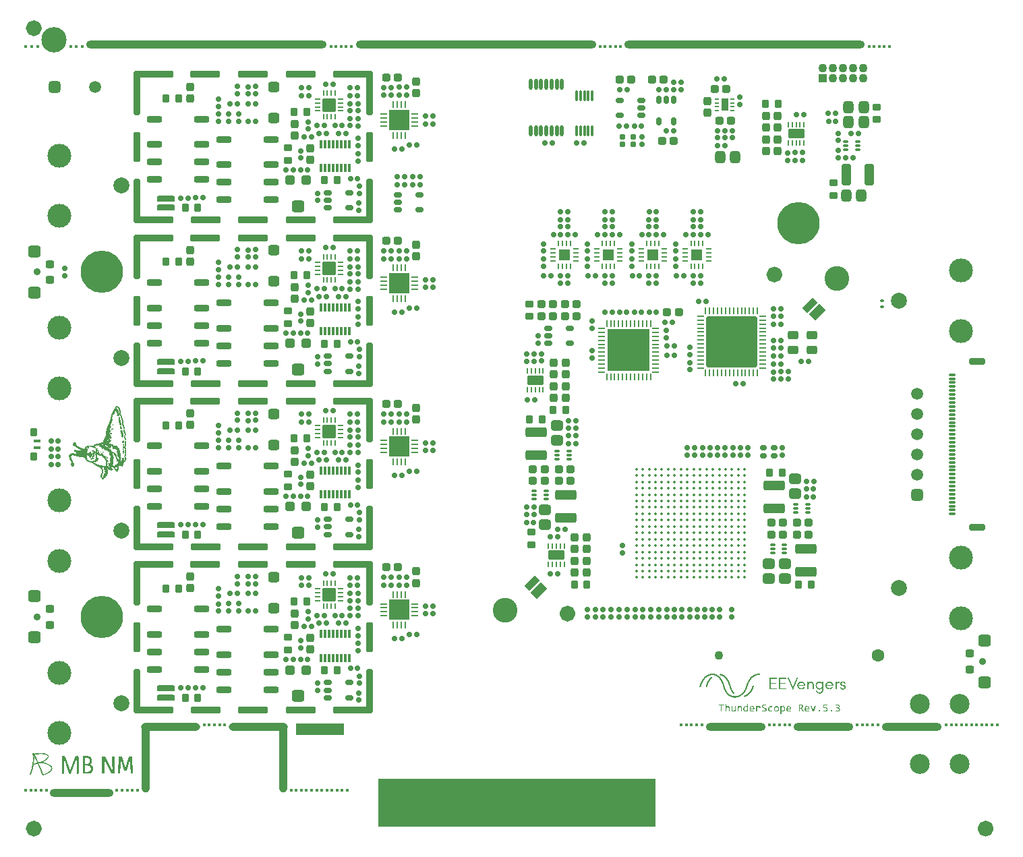
<source format=gts>
%TF.GenerationSoftware,KiCad,Pcbnew,9.0.3*%
%TF.CreationDate,2026-01-19T16:20:26-05:00*%
%TF.ProjectId,Thunderscope_Rev5.3,5468756e-6465-4727-9363-6f70655f5265,rev?*%
%TF.SameCoordinates,Original*%
%TF.FileFunction,Soldermask,Top*%
%TF.FilePolarity,Negative*%
%FSLAX45Y45*%
G04 Gerber Fmt 4.5, Leading zero omitted, Abs format (unit mm)*
G04 Created by KiCad (PCBNEW 9.0.3) date 2026-01-19 16:20:26*
%MOMM*%
%LPD*%
G01*
G04 APERTURE LIST*
G04 Aperture macros list*
%AMRoundRect*
0 Rectangle with rounded corners*
0 $1 Rounding radius*
0 $2 $3 $4 $5 $6 $7 $8 $9 X,Y pos of 4 corners*
0 Add a 4 corners polygon primitive as box body*
4,1,4,$2,$3,$4,$5,$6,$7,$8,$9,$2,$3,0*
0 Add four circle primitives for the rounded corners*
1,1,$1+$1,$2,$3*
1,1,$1+$1,$4,$5*
1,1,$1+$1,$6,$7*
1,1,$1+$1,$8,$9*
0 Add four rect primitives between the rounded corners*
20,1,$1+$1,$2,$3,$4,$5,0*
20,1,$1+$1,$4,$5,$6,$7,0*
20,1,$1+$1,$6,$7,$8,$9,0*
20,1,$1+$1,$8,$9,$2,$3,0*%
G04 Aperture macros list end*
%ADD10C,0.000000*%
%ADD11C,0.312500*%
%ADD12C,0.150000*%
%ADD13C,0.275000*%
%ADD14C,1.000000*%
%ADD15C,0.100000*%
%ADD16RoundRect,0.150000X-0.150000X0.150000X-0.150000X-0.150000X0.150000X-0.150000X0.150000X0.150000X0*%
%ADD17RoundRect,0.150000X0.150000X-0.150000X0.150000X0.150000X-0.150000X0.150000X-0.150000X-0.150000X0*%
%ADD18C,0.380000*%
%ADD19C,2.000000*%
%ADD20C,3.000000*%
%ADD21RoundRect,0.160000X0.160000X0.160000X-0.160000X0.160000X-0.160000X-0.160000X0.160000X-0.160000X0*%
%ADD22RoundRect,0.200000X0.200000X2.575000X-0.200000X2.575000X-0.200000X-2.575000X0.200000X-2.575000X0*%
%ADD23RoundRect,0.200000X-0.200000X-1.700000X0.200000X-1.700000X0.200000X1.700000X-0.200000X1.700000X0*%
%ADD24RoundRect,0.200000X2.290000X-0.200000X2.290000X0.200000X-2.290000X0.200000X-2.290000X-0.200000X0*%
%ADD25RoundRect,0.200000X-2.290000X0.200000X-2.290000X-0.200000X2.290000X-0.200000X2.290000X0.200000X0*%
%ADD26RoundRect,0.200000X1.700000X-0.200000X1.700000X0.200000X-1.700000X0.200000X-1.700000X-0.200000X0*%
%ADD27RoundRect,0.200000X-1.700000X0.200000X-1.700000X-0.200000X1.700000X-0.200000X1.700000X0.200000X0*%
%ADD28RoundRect,0.200000X-0.200000X-2.575000X0.200000X-2.575000X0.200000X2.575000X-0.200000X2.575000X0*%
%ADD29RoundRect,0.200000X0.200000X1.700000X-0.200000X1.700000X-0.200000X-1.700000X0.200000X-1.700000X0*%
%ADD30RoundRect,0.160000X0.160000X-0.160000X0.160000X0.160000X-0.160000X0.160000X-0.160000X-0.160000X0*%
%ADD31RoundRect,0.150000X0.150000X0.150000X-0.150000X0.150000X-0.150000X-0.150000X0.150000X-0.150000X0*%
%ADD32RoundRect,0.062500X0.062500X0.237500X-0.062500X0.237500X-0.062500X-0.237500X0.062500X-0.237500X0*%
%ADD33RoundRect,0.060000X0.940000X0.540000X-0.940000X0.540000X-0.940000X-0.540000X0.940000X-0.540000X0*%
%ADD34RoundRect,0.160000X-0.160000X-0.160000X0.160000X-0.160000X0.160000X0.160000X-0.160000X0.160000X0*%
%ADD35RoundRect,0.160000X-0.160000X0.160000X-0.160000X-0.160000X0.160000X-0.160000X0.160000X0.160000X0*%
%ADD36RoundRect,0.225000X-0.225000X0.275000X-0.225000X-0.275000X0.225000X-0.275000X0.225000X0.275000X0*%
%ADD37RoundRect,0.062500X-0.062500X-0.237500X0.062500X-0.237500X0.062500X0.237500X-0.062500X0.237500X0*%
%ADD38RoundRect,0.060000X-0.940000X-0.540000X0.940000X-0.540000X0.940000X0.540000X-0.940000X0.540000X0*%
%ADD39RoundRect,0.150000X-0.150000X-0.150000X0.150000X-0.150000X0.150000X0.150000X-0.150000X0.150000X0*%
%ADD40RoundRect,0.237500X0.287500X-0.237500X0.287500X0.237500X-0.287500X0.237500X-0.287500X-0.237500X0*%
%ADD41RoundRect,0.150000X0.350000X-0.150000X0.350000X0.150000X-0.350000X0.150000X-0.350000X-0.150000X0*%
%ADD42RoundRect,0.190500X0.934500X0.190500X-0.934500X0.190500X-0.934500X-0.190500X0.934500X-0.190500X0*%
%ADD43RoundRect,0.300000X0.300000X0.300000X-0.300000X0.300000X-0.300000X-0.300000X0.300000X-0.300000X0*%
%ADD44RoundRect,0.375000X0.425000X0.375000X-0.425000X0.375000X-0.425000X-0.375000X0.425000X-0.375000X0*%
%ADD45RoundRect,0.200000X-0.730000X0.200000X-0.730000X-0.200000X0.730000X-0.200000X0.730000X0.200000X0*%
%ADD46RoundRect,0.225000X-0.275000X-0.225000X0.275000X-0.225000X0.275000X0.225000X-0.275000X0.225000X0*%
%ADD47RoundRect,0.325000X-0.375000X-0.325000X0.375000X-0.325000X0.375000X0.325000X-0.375000X0.325000X0*%
%ADD48RoundRect,0.062500X0.187500X-0.062500X0.187500X0.062500X-0.187500X0.062500X-0.187500X-0.062500X0*%
%ADD49RoundRect,0.045000X0.405000X-0.755000X0.405000X0.755000X-0.405000X0.755000X-0.405000X-0.755000X0*%
%ADD50RoundRect,0.375000X-0.425000X0.375000X-0.425000X-0.375000X0.425000X-0.375000X0.425000X0.375000X0*%
%ADD51C,0.900000*%
%ADD52RoundRect,0.375000X0.425000X-0.375000X0.425000X0.375000X-0.425000X0.375000X-0.425000X-0.375000X0*%
%ADD53RoundRect,0.250000X-0.275000X0.250000X-0.275000X-0.250000X0.275000X-0.250000X0.275000X0.250000X0*%
%ADD54RoundRect,0.075000X-0.075000X0.450000X-0.075000X-0.450000X0.075000X-0.450000X0.075000X0.450000X0*%
%ADD55RoundRect,0.237500X-0.237500X-0.287500X0.237500X-0.287500X0.237500X0.287500X-0.237500X0.287500X0*%
%ADD56O,0.900000X0.250000*%
%ADD57O,0.250000X0.900000*%
%ADD58R,5.280000X5.280000*%
%ADD59RoundRect,0.225000X0.275000X0.225000X-0.275000X0.225000X-0.275000X-0.225000X0.275000X-0.225000X0*%
%ADD60O,0.800000X0.250000*%
%ADD61O,0.250000X0.800000*%
%ADD62RoundRect,0.084000X-0.756000X-0.756000X0.756000X-0.756000X0.756000X0.756000X-0.756000X0.756000X0*%
%ADD63RoundRect,0.325000X0.425000X0.325000X-0.425000X0.325000X-0.425000X-0.325000X0.425000X-0.325000X0*%
%ADD64RoundRect,0.237500X-0.287500X0.237500X-0.287500X-0.237500X0.287500X-0.237500X0.287500X0.237500X0*%
%ADD65O,30.200000X1.000000*%
%ADD66RoundRect,0.237500X0.237500X0.287500X-0.237500X0.287500X-0.237500X-0.287500X0.237500X-0.287500X0*%
%ADD67RoundRect,0.325000X0.325000X-0.425000X0.325000X0.425000X-0.325000X0.425000X-0.325000X-0.425000X0*%
%ADD68RoundRect,0.075000X0.260000X-0.075000X0.260000X0.075000X-0.260000X0.075000X-0.260000X-0.075000X0*%
%ADD69O,0.250000X0.850000*%
%ADD70O,0.850000X0.250000*%
%ADD71RoundRect,0.065000X-1.235000X1.235000X-1.235000X-1.235000X1.235000X-1.235000X1.235000X1.235000X0*%
%ADD72O,7.500000X1.000000*%
%ADD73O,0.200000X0.850000*%
%ADD74O,0.850000X0.200000*%
%ADD75RoundRect,0.160000X3.040000X-3.040000X3.040000X3.040000X-3.040000X3.040000X-3.040000X-3.040000X0*%
%ADD76RoundRect,0.325000X-0.425000X-0.325000X0.425000X-0.325000X0.425000X0.325000X-0.425000X0.325000X0*%
%ADD77RoundRect,0.325000X-0.325000X0.425000X-0.325000X-0.425000X0.325000X-0.425000X0.325000X0.425000X0*%
%ADD78RoundRect,0.307500X1.052500X0.307500X-1.052500X0.307500X-1.052500X-0.307500X1.052500X-0.307500X0*%
%ADD79RoundRect,0.275000X0.375000X0.275000X-0.375000X0.275000X-0.375000X-0.275000X0.375000X-0.275000X0*%
%ADD80RoundRect,0.275000X-0.375000X-0.275000X0.375000X-0.275000X0.375000X0.275000X-0.375000X0.275000X0*%
%ADD81R,1.090000X1.090000*%
%ADD82C,1.090000*%
%ADD83RoundRect,0.085000X-0.852064X-0.371231X-0.371231X-0.852064X0.852064X0.371231X0.371231X0.852064X0*%
%ADD84RoundRect,0.110000X-0.905097X-0.282843X-0.282843X-0.905097X0.905097X0.282843X0.282843X0.905097X0*%
%ADD85C,3.100000*%
%ADD86O,0.350000X1.400000*%
%ADD87RoundRect,0.307500X-1.052500X-0.307500X1.052500X-0.307500X1.052500X0.307500X-1.052500X0.307500X0*%
%ADD88O,7.400000X1.000000*%
%ADD89RoundRect,0.175000X0.225000X0.175000X-0.225000X0.175000X-0.225000X-0.175000X0.225000X-0.175000X0*%
%ADD90RoundRect,0.175000X-0.225000X-0.175000X0.225000X-0.175000X0.225000X0.175000X-0.225000X0.175000X0*%
%ADD91C,2.500000*%
%ADD92O,1.000000X8.750000*%
%ADD93RoundRect,0.225000X0.225000X-0.275000X0.225000X0.275000X-0.225000X0.275000X-0.225000X-0.275000X0*%
%ADD94RoundRect,0.150000X-0.350000X0.150000X-0.350000X-0.150000X0.350000X-0.150000X0.350000X0.150000X0*%
%ADD95RoundRect,0.075000X-0.175000X-0.075000X0.175000X-0.075000X0.175000X0.075000X-0.175000X0.075000X0*%
%ADD96RoundRect,0.307500X0.307500X-1.052500X0.307500X1.052500X-0.307500X1.052500X-0.307500X-1.052500X0*%
%ADD97RoundRect,0.075000X-0.260000X0.075000X-0.260000X-0.075000X0.260000X-0.075000X0.260000X0.075000X0*%
%ADD98O,8.000000X1.000000*%
%ADD99R,0.700000X4.200000*%
%ADD100R,0.700000X3.200000*%
%ADD101RoundRect,0.250000X0.275000X-0.250000X0.275000X0.250000X-0.275000X0.250000X-0.275000X-0.250000X0*%
%ADD102RoundRect,0.075000X0.350000X-0.075000X0.350000X0.075000X-0.350000X0.075000X-0.350000X-0.075000X0*%
%ADD103RoundRect,0.200000X0.800000X-0.200000X0.800000X0.200000X-0.800000X0.200000X-0.800000X-0.200000X0*%
%ADD104C,0.350000*%
%ADD105RoundRect,0.069600X-0.626400X0.626400X-0.626400X-0.626400X0.626400X-0.626400X0.626400X0.626400X0*%
%ADD106C,3.180000*%
%ADD107RoundRect,0.375000X-0.375000X-0.375000X0.375000X-0.375000X0.375000X0.375000X-0.375000X0.375000X0*%
%ADD108C,1.500000*%
%ADD109O,0.450000X1.400000*%
%ADD110RoundRect,0.135000X0.315000X-0.365000X0.315000X0.365000X-0.315000X0.365000X-0.315000X-0.365000X0*%
%ADD111RoundRect,0.060000X0.340000X-0.140000X0.340000X0.140000X-0.340000X0.140000X-0.340000X-0.140000X0*%
%ADD112RoundRect,0.160000X0.190000X-0.160000X0.190000X0.160000X-0.190000X0.160000X-0.190000X-0.160000X0*%
%ADD113RoundRect,0.150000X-0.150000X-0.350000X0.150000X-0.350000X0.150000X0.350000X-0.150000X0.350000X0*%
%ADD114C,5.300000*%
%ADD115RoundRect,0.375000X0.375000X-0.375000X0.375000X0.375000X-0.375000X0.375000X-0.375000X-0.375000X0*%
%ADD116C,1.092200*%
%ADD117C,1.600200*%
G04 APERTURE END LIST*
D10*
G36*
X10255763Y1995982D02*
G01*
X10257067Y1995982D01*
X10257067Y1995657D01*
X10259025Y1995657D01*
X10259025Y1995330D01*
X10259677Y1995330D01*
X10259677Y1995004D01*
X10260982Y1995004D01*
X10260982Y1994678D01*
X10261634Y1994678D01*
X10261634Y1994352D01*
X10261960Y1994352D01*
X10261960Y1994025D01*
X10261960Y1993699D01*
X10261960Y1975107D01*
X10261308Y1975107D01*
X10261308Y1975434D01*
X10260982Y1975434D01*
X10260982Y1975760D01*
X10260655Y1975760D01*
X10260655Y1976086D01*
X10260003Y1976086D01*
X10260003Y1976412D01*
X10259677Y1976412D01*
X10259677Y1976738D01*
X10259351Y1976738D01*
X10259351Y1977064D01*
X10258372Y1977064D01*
X10258372Y1977391D01*
X10258046Y1977391D01*
X10258046Y1977717D01*
X10257394Y1977717D01*
X10257394Y1978043D01*
X10256741Y1978043D01*
X10256741Y1978369D01*
X10255763Y1978369D01*
X10255763Y1978695D01*
X10254458Y1978695D01*
X10254458Y1979021D01*
X10253480Y1979021D01*
X10253480Y1979348D01*
X10247609Y1979348D01*
X10247609Y1979021D01*
X10246630Y1979021D01*
X10246630Y1978695D01*
X10245326Y1978695D01*
X10245326Y1978369D01*
X10244347Y1978369D01*
X10244347Y1978043D01*
X10243695Y1978043D01*
X10243695Y1977717D01*
X10242716Y1977717D01*
X10242716Y1977391D01*
X10242390Y1977391D01*
X10242390Y1977064D01*
X10241738Y1977064D01*
X10241738Y1976738D01*
X10241411Y1976738D01*
X10241411Y1976412D01*
X10240759Y1976412D01*
X10240759Y1976086D01*
X10240433Y1976086D01*
X10240433Y1975760D01*
X10240106Y1975760D01*
X10240106Y1975434D01*
X10239455Y1975434D01*
X10239455Y1975107D01*
X10239128Y1975107D01*
X10239128Y1974781D01*
X10238802Y1974781D01*
X10238802Y1974455D01*
X10238476Y1974455D01*
X10238476Y1974129D01*
X10238150Y1974129D01*
X10238150Y1973803D01*
X10237824Y1973803D01*
X10237824Y1973476D01*
X10237497Y1973476D01*
X10237497Y1973150D01*
X10237171Y1973150D01*
X10237171Y1972824D01*
X10236845Y1972824D01*
X10236845Y1972172D01*
X10236518Y1972172D01*
X10236518Y1971846D01*
X10236193Y1971846D01*
X10236193Y1971519D01*
X10235866Y1971519D01*
X10235866Y1970868D01*
X10235541Y1970868D01*
X10235541Y1970541D01*
X10235214Y1970541D01*
X10235214Y1969888D01*
X10234888Y1969888D01*
X10234888Y1969562D01*
X10234562Y1969562D01*
X10234562Y1968910D01*
X10234235Y1968910D01*
X10234235Y1968584D01*
X10233910Y1968584D01*
X10233910Y1967931D01*
X10233583Y1967931D01*
X10233583Y1967279D01*
X10233257Y1967279D01*
X10233257Y1966953D01*
X10232931Y1966953D01*
X10232931Y1965975D01*
X10232605Y1965975D01*
X10232605Y1965649D01*
X10232279Y1965649D01*
X10232279Y1964670D01*
X10231953Y1964670D01*
X10231953Y1964344D01*
X10231626Y1964344D01*
X10231626Y1963692D01*
X10231300Y1963692D01*
X10231300Y1962713D01*
X10230974Y1962713D01*
X10230974Y1962061D01*
X10230648Y1962061D01*
X10230648Y1960756D01*
X10230322Y1960756D01*
X10230322Y1960103D01*
X10229995Y1960103D01*
X10229995Y1958799D01*
X10229669Y1958799D01*
X10229669Y1957494D01*
X10229343Y1957494D01*
X10229343Y1956516D01*
X10229017Y1956516D01*
X10229017Y1954232D01*
X10228691Y1954232D01*
X10228691Y1952602D01*
X10228365Y1952602D01*
X10228365Y1899436D01*
X10228038Y1899436D01*
X10228038Y1899110D01*
X10213687Y1899110D01*
X10213687Y1899436D01*
X10213360Y1899436D01*
X10213360Y1899762D01*
X10213035Y1899762D01*
X10213035Y1994025D01*
X10213360Y1994025D01*
X10213360Y1994352D01*
X10228038Y1994352D01*
X10228038Y1994025D01*
X10228365Y1994025D01*
X10228365Y1977717D01*
X10229017Y1977717D01*
X10229017Y1979348D01*
X10229343Y1979348D01*
X10229343Y1980000D01*
X10229669Y1980000D01*
X10229669Y1980652D01*
X10229995Y1980652D01*
X10229995Y1981304D01*
X10230322Y1981304D01*
X10230322Y1981957D01*
X10230648Y1981957D01*
X10230648Y1982610D01*
X10230974Y1982610D01*
X10230974Y1982936D01*
X10231300Y1982936D01*
X10231300Y1983588D01*
X10231626Y1983588D01*
X10231626Y1984240D01*
X10231953Y1984240D01*
X10231953Y1984566D01*
X10232279Y1984566D01*
X10232279Y1985219D01*
X10232605Y1985219D01*
X10232605Y1985545D01*
X10232931Y1985545D01*
X10232931Y1986197D01*
X10233257Y1986197D01*
X10233257Y1986524D01*
X10233583Y1986524D01*
X10233583Y1986849D01*
X10233910Y1986849D01*
X10233910Y1987502D01*
X10234235Y1987502D01*
X10234235Y1987828D01*
X10234562Y1987828D01*
X10234562Y1988154D01*
X10234888Y1988154D01*
X10234888Y1988481D01*
X10235214Y1988481D01*
X10235214Y1989133D01*
X10235541Y1989133D01*
X10235541Y1989458D01*
X10235866Y1989458D01*
X10235866Y1989785D01*
X10236193Y1989785D01*
X10236193Y1990111D01*
X10236518Y1990111D01*
X10236518Y1990437D01*
X10237171Y1990437D01*
X10237171Y1990764D01*
X10237497Y1990764D01*
X10237497Y1991090D01*
X10237824Y1991090D01*
X10237824Y1991416D01*
X10238150Y1991416D01*
X10238150Y1991742D01*
X10238802Y1991742D01*
X10238802Y1992069D01*
X10239128Y1992069D01*
X10239128Y1992394D01*
X10239455Y1992394D01*
X10239455Y1992721D01*
X10240106Y1992721D01*
X10240106Y1993047D01*
X10240433Y1993047D01*
X10240433Y1993373D01*
X10241085Y1993373D01*
X10241085Y1993699D01*
X10241738Y1993699D01*
X10241738Y1994025D01*
X10242390Y1994025D01*
X10242390Y1994352D01*
X10243042Y1994352D01*
X10243042Y1994678D01*
X10243695Y1994678D01*
X10243695Y1995004D01*
X10245000Y1995004D01*
X10245000Y1995330D01*
X10245651Y1995330D01*
X10245651Y1995657D01*
X10247282Y1995657D01*
X10247282Y1995982D01*
X10248913Y1995982D01*
X10248913Y1996309D01*
X10255763Y1996309D01*
X10255763Y1995982D01*
G37*
G36*
X10310559Y1996309D02*
G01*
X10313496Y1996309D01*
X10313496Y1995982D01*
X10315779Y1995982D01*
X10315779Y1995657D01*
X10318061Y1995657D01*
X10318061Y1995330D01*
X10319040Y1995330D01*
X10319040Y1995004D01*
X10320671Y1995004D01*
X10320671Y1994678D01*
X10321323Y1994678D01*
X10321323Y1994352D01*
X10322627Y1994352D01*
X10322627Y1994025D01*
X10323606Y1994025D01*
X10323606Y1993699D01*
X10324259Y1993699D01*
X10324259Y1993373D01*
X10325238Y1993373D01*
X10325238Y1993047D01*
X10325890Y1993047D01*
X10325890Y1992721D01*
X10326869Y1992721D01*
X10326869Y1992394D01*
X10327194Y1992394D01*
X10327194Y1992069D01*
X10327847Y1992069D01*
X10327847Y1991742D01*
X10328499Y1991742D01*
X10328499Y1991416D01*
X10328825Y1991416D01*
X10328825Y1991090D01*
X10329803Y1991090D01*
X10329803Y1990764D01*
X10330130Y1990764D01*
X10330130Y1990437D01*
X10330782Y1990437D01*
X10330782Y1990111D01*
X10331109Y1990111D01*
X10331109Y1989785D01*
X10331435Y1989785D01*
X10331435Y1989458D01*
X10332087Y1989458D01*
X10332087Y1989133D01*
X10332413Y1989133D01*
X10332413Y1988806D01*
X10332739Y1988806D01*
X10332739Y1988481D01*
X10333065Y1988481D01*
X10333065Y1988154D01*
X10333392Y1988154D01*
X10333392Y1987828D01*
X10333718Y1987828D01*
X10333718Y1987502D01*
X10334044Y1987502D01*
X10334044Y1987176D01*
X10334370Y1987176D01*
X10334370Y1986849D01*
X10334696Y1986849D01*
X10334696Y1986524D01*
X10335022Y1986524D01*
X10335022Y1986197D01*
X10335349Y1986197D01*
X10335349Y1985545D01*
X10335675Y1985545D01*
X10335675Y1985219D01*
X10336001Y1985219D01*
X10336001Y1984893D01*
X10336327Y1984893D01*
X10336327Y1984240D01*
X10336653Y1984240D01*
X10336653Y1983914D01*
X10336980Y1983914D01*
X10336980Y1983262D01*
X10337306Y1983262D01*
X10337306Y1982936D01*
X10337632Y1982936D01*
X10337632Y1982283D01*
X10337958Y1982283D01*
X10337958Y1981631D01*
X10338284Y1981631D01*
X10338284Y1981304D01*
X10338610Y1981304D01*
X10338610Y1980326D01*
X10338936Y1980326D01*
X10338936Y1979673D01*
X10339263Y1979673D01*
X10339263Y1979021D01*
X10339589Y1979021D01*
X10339589Y1978043D01*
X10339914Y1978043D01*
X10339914Y1977391D01*
X10340241Y1977391D01*
X10340241Y1976086D01*
X10340567Y1976086D01*
X10340567Y1975434D01*
X10340893Y1975434D01*
X10340893Y1974455D01*
X10341220Y1974455D01*
X10341220Y1973150D01*
X10341546Y1973150D01*
X10341546Y1972172D01*
X10341872Y1972172D01*
X10341872Y1970868D01*
X10341220Y1970868D01*
X10341220Y1970541D01*
X10340893Y1970541D01*
X10340893Y1970868D01*
X10325563Y1970868D01*
X10325563Y1971846D01*
X10325238Y1971846D01*
X10325238Y1972824D01*
X10324911Y1972824D01*
X10324911Y1973476D01*
X10324585Y1973476D01*
X10324585Y1974455D01*
X10324259Y1974455D01*
X10324259Y1974781D01*
X10323933Y1974781D01*
X10323933Y1975760D01*
X10323606Y1975760D01*
X10323606Y1976086D01*
X10323280Y1976086D01*
X10323280Y1976738D01*
X10322954Y1976738D01*
X10322954Y1977391D01*
X10322627Y1977391D01*
X10322627Y1977717D01*
X10322302Y1977717D01*
X10322302Y1978043D01*
X10321976Y1978043D01*
X10321976Y1978369D01*
X10321649Y1978369D01*
X10321649Y1979021D01*
X10321323Y1979021D01*
X10321323Y1979348D01*
X10320997Y1979348D01*
X10320997Y1979673D01*
X10320671Y1979673D01*
X10320671Y1980000D01*
X10320018Y1980000D01*
X10320018Y1980326D01*
X10319692Y1980326D01*
X10319692Y1980652D01*
X10319366Y1980652D01*
X10319366Y1980979D01*
X10318714Y1980979D01*
X10318714Y1981304D01*
X10318388Y1981304D01*
X10318388Y1981631D01*
X10317409Y1981631D01*
X10317409Y1981957D01*
X10316757Y1981957D01*
X10316757Y1982283D01*
X10316104Y1982283D01*
X10316104Y1982610D01*
X10314800Y1982610D01*
X10314800Y1982936D01*
X10314147Y1982936D01*
X10314147Y1983262D01*
X10312190Y1983262D01*
X10312190Y1983588D01*
X10310886Y1983588D01*
X10310886Y1983914D01*
X10302079Y1983914D01*
X10302079Y1983588D01*
X10300775Y1983588D01*
X10300775Y1983262D01*
X10299144Y1983262D01*
X10299144Y1982936D01*
X10298165Y1982936D01*
X10298165Y1982610D01*
X10297187Y1982610D01*
X10297187Y1982283D01*
X10296534Y1982283D01*
X10296534Y1981957D01*
X10295882Y1981957D01*
X10295882Y1981631D01*
X10295229Y1981631D01*
X10295229Y1981304D01*
X10294577Y1981304D01*
X10294577Y1980979D01*
X10293925Y1980979D01*
X10293925Y1980652D01*
X10293599Y1980652D01*
X10293599Y1980326D01*
X10293272Y1980326D01*
X10293272Y1980000D01*
X10292620Y1980000D01*
X10292620Y1979673D01*
X10292294Y1979673D01*
X10292294Y1979348D01*
X10291968Y1979348D01*
X10291968Y1979021D01*
X10291641Y1979021D01*
X10291641Y1978695D01*
X10291315Y1978695D01*
X10291315Y1978369D01*
X10290989Y1978369D01*
X10290989Y1977717D01*
X10290663Y1977717D01*
X10290663Y1977391D01*
X10290337Y1977391D01*
X10290337Y1976738D01*
X10290011Y1976738D01*
X10290011Y1976086D01*
X10289684Y1976086D01*
X10289684Y1975434D01*
X10289359Y1975434D01*
X10289359Y1973476D01*
X10289032Y1973476D01*
X10289032Y1969236D01*
X10289359Y1969236D01*
X10289359Y1966953D01*
X10289684Y1966953D01*
X10289684Y1966627D01*
X10289684Y1966301D01*
X10290011Y1966301D01*
X10290011Y1965323D01*
X10290337Y1965323D01*
X10290337Y1964996D01*
X10290663Y1964996D01*
X10290663Y1964344D01*
X10290989Y1964344D01*
X10290989Y1964017D01*
X10291315Y1964017D01*
X10291315Y1963692D01*
X10291641Y1963692D01*
X10291641Y1963039D01*
X10292294Y1963039D01*
X10292294Y1962713D01*
X10292620Y1962713D01*
X10292620Y1962386D01*
X10292947Y1962386D01*
X10292947Y1962061D01*
X10293272Y1962061D01*
X10293272Y1961735D01*
X10293599Y1961735D01*
X10293599Y1961408D01*
X10294251Y1961408D01*
X10294251Y1961082D01*
X10294904Y1961082D01*
X10294904Y1960756D01*
X10295229Y1960756D01*
X10295229Y1960430D01*
X10295882Y1960430D01*
X10295882Y1960103D01*
X10296534Y1960103D01*
X10296534Y1959777D01*
X10297513Y1959777D01*
X10297513Y1959451D01*
X10297838Y1959451D01*
X10297838Y1959125D01*
X10298817Y1959125D01*
X10298817Y1958799D01*
X10299470Y1958799D01*
X10299470Y1958473D01*
X10300122Y1958473D01*
X10300122Y1958147D01*
X10301101Y1958147D01*
X10301101Y1957820D01*
X10301752Y1957820D01*
X10301752Y1957494D01*
X10303058Y1957494D01*
X10303058Y1957168D01*
X10303710Y1957168D01*
X10303710Y1956841D01*
X10304689Y1956841D01*
X10304689Y1956516D01*
X10305993Y1956516D01*
X10305993Y1956190D01*
X10306972Y1956190D01*
X10306972Y1955864D01*
X10308602Y1955864D01*
X10308602Y1955537D01*
X10309255Y1955537D01*
X10309255Y1955211D01*
X10310886Y1955211D01*
X10310886Y1954885D01*
X10311864Y1954885D01*
X10311864Y1954559D01*
X10312843Y1954559D01*
X10312843Y1954232D01*
X10314800Y1954232D01*
X10314800Y1953906D01*
X10315779Y1953906D01*
X10315779Y1953581D01*
X10317409Y1953581D01*
X10317409Y1953254D01*
X10318714Y1953254D01*
X10318714Y1952928D01*
X10320018Y1952928D01*
X10320018Y1952602D01*
X10321323Y1952602D01*
X10321323Y1952275D01*
X10321976Y1952275D01*
X10321976Y1951949D01*
X10323606Y1951949D01*
X10323606Y1951623D01*
X10324259Y1951623D01*
X10324259Y1951297D01*
X10325238Y1951297D01*
X10325238Y1950971D01*
X10326215Y1950971D01*
X10326215Y1950644D01*
X10326869Y1950644D01*
X10326869Y1950318D01*
X10328173Y1950318D01*
X10328173Y1949992D01*
X10328499Y1949992D01*
X10328499Y1949666D01*
X10329477Y1949666D01*
X10329477Y1949340D01*
X10330130Y1949340D01*
X10330130Y1949014D01*
X10330782Y1949014D01*
X10330782Y1948687D01*
X10331760Y1948687D01*
X10331760Y1948361D01*
X10332087Y1948361D01*
X10332087Y1948035D01*
X10333065Y1948035D01*
X10333065Y1947709D01*
X10333392Y1947709D01*
X10333392Y1947383D01*
X10334044Y1947383D01*
X10334044Y1947057D01*
X10334370Y1947057D01*
X10334370Y1946730D01*
X10335022Y1946730D01*
X10335022Y1946404D01*
X10335675Y1946404D01*
X10335675Y1946078D01*
X10336001Y1946078D01*
X10336001Y1945752D01*
X10336327Y1945752D01*
X10336327Y1945426D01*
X10336980Y1945426D01*
X10336980Y1945099D01*
X10337306Y1945099D01*
X10337306Y1944774D01*
X10337632Y1944774D01*
X10337632Y1944448D01*
X10337958Y1944448D01*
X10337958Y1944121D01*
X10338284Y1944121D01*
X10338284Y1943795D01*
X10338610Y1943795D01*
X10338610Y1943469D01*
X10338936Y1943469D01*
X10338936Y1943143D01*
X10339263Y1943143D01*
X10339263Y1942817D01*
X10339589Y1942817D01*
X10339589Y1942490D01*
X10339914Y1942490D01*
X10339914Y1942164D01*
X10340241Y1942164D01*
X10340241Y1941838D01*
X10340567Y1941838D01*
X10340567Y1941512D01*
X10340893Y1941512D01*
X10340893Y1940860D01*
X10341220Y1940860D01*
X10341220Y1940533D01*
X10341546Y1940533D01*
X10341546Y1940207D01*
X10341872Y1940207D01*
X10341872Y1939555D01*
X10342198Y1939555D01*
X10342198Y1939229D01*
X10342525Y1939229D01*
X10342525Y1938576D01*
X10342851Y1938576D01*
X10342851Y1937924D01*
X10343177Y1937924D01*
X10343177Y1937272D01*
X10343503Y1937272D01*
X10343503Y1936619D01*
X10343829Y1936619D01*
X10343829Y1935968D01*
X10344155Y1935968D01*
X10344155Y1934662D01*
X10344481Y1934662D01*
X10344481Y1934010D01*
X10344808Y1934010D01*
X10344808Y1932705D01*
X10345134Y1932705D01*
X10345134Y1931074D01*
X10345460Y1931074D01*
X10345460Y1929118D01*
X10345786Y1929118D01*
X10345786Y1922920D01*
X10345460Y1922920D01*
X10345460Y1920963D01*
X10345134Y1920963D01*
X10345134Y1919006D01*
X10344808Y1919006D01*
X10344808Y1917701D01*
X10344481Y1917701D01*
X10344481Y1916723D01*
X10344155Y1916723D01*
X10344155Y1915418D01*
X10343829Y1915418D01*
X10343829Y1914766D01*
X10343503Y1914766D01*
X10343503Y1913787D01*
X10343177Y1913787D01*
X10343177Y1913135D01*
X10342851Y1913135D01*
X10342851Y1912809D01*
X10342525Y1912809D01*
X10342525Y1911830D01*
X10342198Y1911830D01*
X10342198Y1911504D01*
X10341872Y1911504D01*
X10341872Y1910852D01*
X10341546Y1910852D01*
X10341546Y1910526D01*
X10341220Y1910526D01*
X10341220Y1909873D01*
X10340893Y1909873D01*
X10340893Y1909547D01*
X10340567Y1909547D01*
X10340567Y1909221D01*
X10340241Y1909221D01*
X10340241Y1908568D01*
X10339914Y1908568D01*
X10339914Y1908243D01*
X10339589Y1908243D01*
X10339589Y1907916D01*
X10339263Y1907916D01*
X10339263Y1907590D01*
X10338936Y1907590D01*
X10338936Y1907264D01*
X10338610Y1907264D01*
X10338610Y1906611D01*
X10337958Y1906611D01*
X10337958Y1906285D01*
X10337632Y1906285D01*
X10337632Y1905959D01*
X10337306Y1905959D01*
X10337306Y1905633D01*
X10336980Y1905633D01*
X10336980Y1905307D01*
X10336653Y1905307D01*
X10336653Y1904980D01*
X10336001Y1904980D01*
X10336001Y1904655D01*
X10335675Y1904655D01*
X10335675Y1904328D01*
X10335349Y1904328D01*
X10335349Y1904002D01*
X10334696Y1904002D01*
X10334696Y1903676D01*
X10334370Y1903676D01*
X10334370Y1903350D01*
X10333718Y1903350D01*
X10333718Y1903024D01*
X10333392Y1903024D01*
X10333392Y1902698D01*
X10332739Y1902698D01*
X10332739Y1902371D01*
X10332413Y1902371D01*
X10332413Y1902045D01*
X10331760Y1902045D01*
X10331760Y1901719D01*
X10331109Y1901719D01*
X10331109Y1901393D01*
X10330456Y1901393D01*
X10330456Y1901067D01*
X10329477Y1901067D01*
X10329477Y1900741D01*
X10329151Y1900741D01*
X10329151Y1900414D01*
X10328173Y1900414D01*
X10328173Y1900088D01*
X10327521Y1900088D01*
X10327521Y1899762D01*
X10326869Y1899762D01*
X10326869Y1899436D01*
X10325563Y1899436D01*
X10325563Y1899110D01*
X10324911Y1899110D01*
X10324911Y1898783D01*
X10323280Y1898783D01*
X10323280Y1898457D01*
X10322627Y1898457D01*
X10322627Y1898131D01*
X10321323Y1898131D01*
X10321323Y1897805D01*
X10319692Y1897805D01*
X10319692Y1897479D01*
X10318714Y1897479D01*
X10318714Y1897152D01*
X10316104Y1897152D01*
X10316104Y1896826D01*
X10314147Y1896826D01*
X10314147Y1896500D01*
X10301752Y1896500D01*
X10301752Y1896826D01*
X10299470Y1896826D01*
X10299470Y1897152D01*
X10296860Y1897152D01*
X10296860Y1897479D01*
X10295556Y1897479D01*
X10295556Y1897805D01*
X10294251Y1897805D01*
X10294251Y1898131D01*
X10292947Y1898131D01*
X10292947Y1898457D01*
X10291968Y1898457D01*
X10291968Y1898783D01*
X10290663Y1898783D01*
X10290663Y1899110D01*
X10290337Y1899110D01*
X10290337Y1899436D01*
X10289032Y1899436D01*
X10289032Y1899762D01*
X10288380Y1899762D01*
X10288380Y1900088D01*
X10287727Y1900088D01*
X10287727Y1900414D01*
X10286750Y1900414D01*
X10286750Y1900741D01*
X10286423Y1900741D01*
X10286423Y1901067D01*
X10285771Y1901067D01*
X10285771Y1901393D01*
X10285119Y1901393D01*
X10285119Y1901719D01*
X10284466Y1901719D01*
X10284466Y1902045D01*
X10284140Y1902045D01*
X10284140Y1902371D01*
X10283814Y1902371D01*
X10283814Y1902698D01*
X10283161Y1902698D01*
X10283161Y1903024D01*
X10282835Y1903024D01*
X10282835Y1903350D01*
X10282183Y1903350D01*
X10282183Y1903676D01*
X10281856Y1903676D01*
X10281856Y1904002D01*
X10281531Y1904002D01*
X10281531Y1904328D01*
X10280878Y1904328D01*
X10280878Y1904655D01*
X10280552Y1904655D01*
X10280552Y1904980D01*
X10280226Y1904980D01*
X10280226Y1905307D01*
X10279899Y1905307D01*
X10279899Y1905633D01*
X10279573Y1905633D01*
X10279573Y1905959D01*
X10279247Y1905959D01*
X10279247Y1906285D01*
X10278921Y1906285D01*
X10278921Y1906611D01*
X10278595Y1906611D01*
X10278595Y1906938D01*
X10278268Y1906938D01*
X10278268Y1907264D01*
X10277942Y1907264D01*
X10277942Y1907590D01*
X10277616Y1907590D01*
X10277616Y1907916D01*
X10277290Y1907916D01*
X10277290Y1908243D01*
X10276964Y1908243D01*
X10276964Y1908894D01*
X10276638Y1908894D01*
X10276638Y1909221D01*
X10276312Y1909221D01*
X10276312Y1909547D01*
X10275985Y1909547D01*
X10275985Y1910199D01*
X10275660Y1910199D01*
X10275660Y1910526D01*
X10275333Y1910526D01*
X10275333Y1911178D01*
X10275007Y1911178D01*
X10275007Y1911830D01*
X10274681Y1911830D01*
X10274681Y1912156D01*
X10274355Y1912156D01*
X10274355Y1912809D01*
X10274029Y1912809D01*
X10274029Y1913461D01*
X10273702Y1913461D01*
X10273702Y1914440D01*
X10273376Y1914440D01*
X10273376Y1914766D01*
X10273050Y1914766D01*
X10273050Y1915744D01*
X10272724Y1915744D01*
X10272724Y1916397D01*
X10272398Y1916397D01*
X10272398Y1917049D01*
X10272072Y1917049D01*
X10272072Y1918353D01*
X10271746Y1918353D01*
X10271746Y1919006D01*
X10271419Y1919006D01*
X10271419Y1920311D01*
X10271093Y1920311D01*
X10271093Y1921289D01*
X10270767Y1921289D01*
X10270767Y1922594D01*
X10270441Y1922594D01*
X10270441Y1924225D01*
X10270114Y1924225D01*
X10270114Y1925530D01*
X10270441Y1925530D01*
X10270441Y1925856D01*
X10285771Y1925856D01*
X10285771Y1925530D01*
X10286096Y1925530D01*
X10286096Y1924877D01*
X10286423Y1924877D01*
X10286423Y1923899D01*
X10286750Y1923899D01*
X10286750Y1922920D01*
X10287075Y1922920D01*
X10287075Y1921942D01*
X10287401Y1921942D01*
X10287401Y1921289D01*
X10287727Y1921289D01*
X10287727Y1920311D01*
X10288054Y1920311D01*
X10288054Y1919658D01*
X10288380Y1919658D01*
X10288380Y1919332D01*
X10288706Y1919332D01*
X10288706Y1918353D01*
X10289032Y1918353D01*
X10289032Y1918028D01*
X10289359Y1918028D01*
X10289359Y1917375D01*
X10289684Y1917375D01*
X10289684Y1917049D01*
X10290011Y1917049D01*
X10290011Y1916397D01*
X10290337Y1916397D01*
X10290337Y1916070D01*
X10290663Y1916070D01*
X10290663Y1915744D01*
X10290989Y1915744D01*
X10290989Y1915418D01*
X10291315Y1915418D01*
X10291315Y1915092D01*
X10291641Y1915092D01*
X10291641Y1914766D01*
X10291968Y1914766D01*
X10291968Y1914440D01*
X10292294Y1914440D01*
X10292294Y1914114D01*
X10292620Y1914114D01*
X10292620Y1913787D01*
X10292947Y1913787D01*
X10292947Y1913461D01*
X10293272Y1913461D01*
X10293272Y1913135D01*
X10293599Y1913135D01*
X10293599Y1912809D01*
X10294251Y1912809D01*
X10294251Y1912483D01*
X10294904Y1912483D01*
X10294904Y1912156D01*
X10295556Y1912156D01*
X10295556Y1911830D01*
X10295882Y1911830D01*
X10295882Y1911504D01*
X10296534Y1911504D01*
X10296534Y1911178D01*
X10297513Y1911178D01*
X10297513Y1910852D01*
X10297838Y1910852D01*
X10297838Y1910526D01*
X10299144Y1910526D01*
X10299144Y1910199D01*
X10300122Y1910199D01*
X10300122Y1909873D01*
X10301427Y1909873D01*
X10301427Y1909547D01*
X10303383Y1909547D01*
X10303383Y1909221D01*
X10305015Y1909221D01*
X10305015Y1908894D01*
X10313169Y1908894D01*
X10313169Y1909221D01*
X10315126Y1909221D01*
X10315126Y1909547D01*
X10317083Y1909547D01*
X10317083Y1909873D01*
X10318388Y1909873D01*
X10318388Y1910199D01*
X10319366Y1910199D01*
X10319366Y1910526D01*
X10320671Y1910526D01*
X10320671Y1910852D01*
X10320997Y1910852D01*
X10320997Y1911178D01*
X10321976Y1911178D01*
X10321976Y1911504D01*
X10322627Y1911504D01*
X10322627Y1911830D01*
X10323280Y1911830D01*
X10323280Y1912156D01*
X10323606Y1912156D01*
X10323606Y1912483D01*
X10323933Y1912483D01*
X10323933Y1912809D01*
X10324585Y1912809D01*
X10324585Y1913135D01*
X10324911Y1913135D01*
X10324911Y1913461D01*
X10325238Y1913461D01*
X10325238Y1913787D01*
X10325563Y1913787D01*
X10325563Y1914114D01*
X10325890Y1914114D01*
X10325890Y1914440D01*
X10326215Y1914440D01*
X10326215Y1914766D01*
X10326542Y1914766D01*
X10326542Y1915092D01*
X10326869Y1915092D01*
X10326869Y1915418D01*
X10327194Y1915418D01*
X10327194Y1916070D01*
X10327521Y1916070D01*
X10327521Y1916397D01*
X10327847Y1916397D01*
X10327847Y1917049D01*
X10328173Y1917049D01*
X10328173Y1917701D01*
X10328499Y1917701D01*
X10328499Y1918680D01*
X10328825Y1918680D01*
X10328825Y1919332D01*
X10329151Y1919332D01*
X10329151Y1920963D01*
X10329477Y1920963D01*
X10329477Y1926834D01*
X10329151Y1926834D01*
X10329151Y1928139D01*
X10328825Y1928139D01*
X10328825Y1928791D01*
X10328499Y1928791D01*
X10328499Y1929443D01*
X10328173Y1929443D01*
X10328173Y1930095D01*
X10327847Y1930095D01*
X10327847Y1930422D01*
X10327521Y1930422D01*
X10327521Y1931074D01*
X10327194Y1931074D01*
X10327194Y1931401D01*
X10326869Y1931401D01*
X10326869Y1931726D01*
X10326542Y1931726D01*
X10326542Y1932053D01*
X10326215Y1932053D01*
X10326215Y1932379D01*
X10325890Y1932379D01*
X10325890Y1932705D01*
X10325563Y1932705D01*
X10325563Y1933032D01*
X10325238Y1933032D01*
X10325238Y1933357D01*
X10324585Y1933357D01*
X10324585Y1933684D01*
X10324259Y1933684D01*
X10324259Y1934010D01*
X10323933Y1934010D01*
X10323933Y1934336D01*
X10323606Y1934336D01*
X10323606Y1934662D01*
X10322954Y1934662D01*
X10322954Y1934989D01*
X10322302Y1934989D01*
X10322302Y1935315D01*
X10321649Y1935315D01*
X10321649Y1935640D01*
X10320997Y1935640D01*
X10320997Y1935968D01*
X10320671Y1935968D01*
X10320671Y1936293D01*
X10319692Y1936293D01*
X10319692Y1936619D01*
X10319366Y1936619D01*
X10319366Y1936945D01*
X10318388Y1936945D01*
X10318388Y1937272D01*
X10317409Y1937272D01*
X10317409Y1937598D01*
X10316757Y1937598D01*
X10316757Y1937924D01*
X10315779Y1937924D01*
X10315779Y1938250D01*
X10315126Y1938250D01*
X10315126Y1938576D01*
X10313496Y1938576D01*
X10313496Y1938902D01*
X10312843Y1938902D01*
X10312843Y1939229D01*
X10311538Y1939229D01*
X10311538Y1939555D01*
X10310234Y1939555D01*
X10310234Y1939881D01*
X10309581Y1939881D01*
X10309581Y1940207D01*
X10307951Y1940207D01*
X10307951Y1940533D01*
X10307298Y1940533D01*
X10307298Y1940860D01*
X10305667Y1940860D01*
X10305667Y1941186D01*
X10304362Y1941186D01*
X10304362Y1941512D01*
X10303383Y1941512D01*
X10303383Y1941838D01*
X10301752Y1941838D01*
X10301752Y1942164D01*
X10300775Y1942164D01*
X10300775Y1942490D01*
X10299144Y1942490D01*
X10299144Y1942817D01*
X10298165Y1942817D01*
X10298165Y1943143D01*
X10297187Y1943143D01*
X10297187Y1943469D01*
X10295882Y1943469D01*
X10295882Y1943795D01*
X10295229Y1943795D01*
X10295229Y1944121D01*
X10293925Y1944121D01*
X10293925Y1944448D01*
X10293272Y1944448D01*
X10293272Y1944774D01*
X10292294Y1944774D01*
X10292294Y1945099D01*
X10291315Y1945099D01*
X10291315Y1945426D01*
X10290663Y1945426D01*
X10290663Y1945752D01*
X10289684Y1945752D01*
X10289684Y1946078D01*
X10289032Y1946078D01*
X10289032Y1946404D01*
X10288054Y1946404D01*
X10288054Y1946730D01*
X10287401Y1946730D01*
X10287401Y1947057D01*
X10286750Y1947057D01*
X10286750Y1947383D01*
X10286096Y1947383D01*
X10286096Y1947709D01*
X10285771Y1947709D01*
X10285771Y1948035D01*
X10284792Y1948035D01*
X10284792Y1948361D01*
X10284466Y1948361D01*
X10284466Y1948687D01*
X10283814Y1948687D01*
X10283814Y1949014D01*
X10283487Y1949014D01*
X10283487Y1949340D01*
X10282835Y1949340D01*
X10282835Y1949666D01*
X10282509Y1949666D01*
X10282509Y1949992D01*
X10282183Y1949992D01*
X10282183Y1950318D01*
X10281531Y1950318D01*
X10281531Y1950644D01*
X10281204Y1950644D01*
X10281204Y1950971D01*
X10280878Y1950971D01*
X10280878Y1951297D01*
X10280226Y1951297D01*
X10280226Y1951623D01*
X10279899Y1951623D01*
X10279899Y1951949D01*
X10279573Y1951949D01*
X10279573Y1952275D01*
X10279247Y1952275D01*
X10279247Y1952602D01*
X10278921Y1952602D01*
X10278921Y1952928D01*
X10278595Y1952928D01*
X10278595Y1953254D01*
X10278268Y1953254D01*
X10278268Y1953581D01*
X10277942Y1953581D01*
X10277942Y1953906D01*
X10277616Y1953906D01*
X10277616Y1954559D01*
X10277290Y1954559D01*
X10277290Y1954885D01*
X10276964Y1954885D01*
X10276964Y1955211D01*
X10276638Y1955211D01*
X10276638Y1955864D01*
X10276312Y1955864D01*
X10276312Y1956190D01*
X10275985Y1956190D01*
X10275985Y1956841D01*
X10275660Y1956841D01*
X10275660Y1957168D01*
X10275333Y1957168D01*
X10275333Y1957820D01*
X10275007Y1957820D01*
X10275007Y1958473D01*
X10274681Y1958473D01*
X10274681Y1959125D01*
X10274355Y1959125D01*
X10274355Y1960103D01*
X10274029Y1960103D01*
X10274029Y1960756D01*
X10273702Y1960756D01*
X10273702Y1962386D01*
X10273376Y1962386D01*
X10273376Y1963692D01*
X10273050Y1963692D01*
X10273050Y1972824D01*
X10273376Y1972824D01*
X10273376Y1974129D01*
X10273702Y1974129D01*
X10273702Y1976086D01*
X10274029Y1976086D01*
X10274029Y1976738D01*
X10274355Y1976738D01*
X10274355Y1978043D01*
X10274681Y1978043D01*
X10274681Y1979021D01*
X10275007Y1979021D01*
X10275007Y1979348D01*
X10275333Y1979348D01*
X10275333Y1980326D01*
X10275660Y1980326D01*
X10275660Y1980979D01*
X10275985Y1980979D01*
X10275985Y1981631D01*
X10276312Y1981631D01*
X10276312Y1982283D01*
X10276638Y1982283D01*
X10276638Y1982610D01*
X10276964Y1982610D01*
X10276964Y1983262D01*
X10277290Y1983262D01*
X10277290Y1983588D01*
X10277616Y1983588D01*
X10277616Y1984240D01*
X10277942Y1984240D01*
X10277942Y1984566D01*
X10278268Y1984566D01*
X10278268Y1984893D01*
X10278595Y1984893D01*
X10278595Y1985545D01*
X10278921Y1985545D01*
X10278921Y1985871D01*
X10279247Y1985871D01*
X10279247Y1986197D01*
X10279573Y1986197D01*
X10279573Y1986524D01*
X10279899Y1986524D01*
X10279899Y1986849D01*
X10280226Y1986849D01*
X10280226Y1987176D01*
X10280552Y1987176D01*
X10280552Y1987502D01*
X10280878Y1987502D01*
X10280878Y1987828D01*
X10281531Y1987828D01*
X10281531Y1988154D01*
X10281856Y1988154D01*
X10281856Y1988481D01*
X10282183Y1988481D01*
X10282183Y1988806D01*
X10282509Y1988806D01*
X10282509Y1989133D01*
X10282835Y1989133D01*
X10282835Y1989458D01*
X10283487Y1989458D01*
X10283487Y1989785D01*
X10283814Y1989785D01*
X10283814Y1990111D01*
X10284466Y1990111D01*
X10284466Y1990437D01*
X10285119Y1990437D01*
X10285119Y1990764D01*
X10285444Y1990764D01*
X10285444Y1991090D01*
X10286096Y1991090D01*
X10286096Y1991416D01*
X10286423Y1991416D01*
X10286423Y1991742D01*
X10287075Y1991742D01*
X10287075Y1992069D01*
X10287727Y1992069D01*
X10287727Y1992394D01*
X10288380Y1992394D01*
X10288380Y1992721D01*
X10289359Y1992721D01*
X10289359Y1993047D01*
X10289684Y1993047D01*
X10289684Y1993373D01*
X10290663Y1993373D01*
X10290663Y1993699D01*
X10291315Y1993699D01*
X10291315Y1994025D01*
X10292294Y1994025D01*
X10292294Y1994352D01*
X10293272Y1994352D01*
X10293272Y1994678D01*
X10294251Y1994678D01*
X10294251Y1995004D01*
X10295882Y1995004D01*
X10295882Y1995330D01*
X10296860Y1995330D01*
X10296860Y1995657D01*
X10298817Y1995657D01*
X10298817Y1995982D01*
X10300775Y1995982D01*
X10300775Y1996309D01*
X10303383Y1996309D01*
X10303383Y1996635D01*
X10310559Y1996635D01*
X10310559Y1996309D01*
G37*
G36*
X9474584Y2032513D02*
G01*
X9474257Y2032513D01*
X9474257Y2032188D01*
X9402500Y2032188D01*
X9402500Y1980979D01*
X9402173Y1980979D01*
X9402173Y1980652D01*
X9402500Y1980652D01*
X9402500Y1980000D01*
X9471974Y1980000D01*
X9471974Y1979673D01*
X9472300Y1979673D01*
X9472300Y1965649D01*
X9402826Y1965649D01*
X9402826Y1965323D01*
X9402500Y1965323D01*
X9402500Y1964670D01*
X9402173Y1964670D01*
X9402173Y1964344D01*
X9402500Y1964344D01*
X9402500Y1914440D01*
X9402173Y1914440D01*
X9402173Y1914114D01*
X9402500Y1914114D01*
X9402500Y1913461D01*
X9402826Y1913461D01*
X9402826Y1913135D01*
X9473605Y1913135D01*
X9473605Y1913461D01*
X9474257Y1913461D01*
X9474257Y1913135D01*
X9474584Y1913135D01*
X9474584Y1899436D01*
X9474257Y1899436D01*
X9474257Y1899110D01*
X9387822Y1899110D01*
X9387822Y1899436D01*
X9387169Y1899436D01*
X9387169Y2046213D01*
X9426636Y2046213D01*
X9426963Y2046213D01*
X9474584Y2046213D01*
X9474584Y2032513D01*
G37*
G36*
X9789664Y1996635D02*
G01*
X9793579Y1996635D01*
X9793579Y1996309D01*
X9795210Y1996309D01*
X9795210Y1995982D01*
X9796514Y1995982D01*
X9796514Y1995657D01*
X9798471Y1995657D01*
X9798471Y1995330D01*
X9799123Y1995330D01*
X9799123Y1995004D01*
X9800754Y1995004D01*
X9800754Y1994678D01*
X9801407Y1994678D01*
X9801407Y1994352D01*
X9802385Y1994352D01*
X9802385Y1994025D01*
X9803364Y1994025D01*
X9803364Y1993699D01*
X9804016Y1993699D01*
X9804016Y1993373D01*
X9804995Y1993373D01*
X9804995Y1993047D01*
X9805647Y1993047D01*
X9805647Y1992721D01*
X9806626Y1992721D01*
X9806626Y1992394D01*
X9806951Y1992394D01*
X9806951Y1992069D01*
X9807604Y1992069D01*
X9807604Y1991742D01*
X9808583Y1991742D01*
X9808583Y1991416D01*
X9808909Y1991416D01*
X9808909Y1991090D01*
X9809887Y1991090D01*
X9809887Y1990764D01*
X9810213Y1990764D01*
X9810213Y1990437D01*
X9810866Y1990437D01*
X9810866Y1990111D01*
X9811518Y1990111D01*
X9811518Y1989785D01*
X9811844Y1989785D01*
X9811844Y1989458D01*
X9812496Y1989458D01*
X9812496Y1989133D01*
X9812823Y1989133D01*
X9812823Y1988806D01*
X9813475Y1988806D01*
X9813475Y1988481D01*
X9813801Y1988481D01*
X9813801Y1988154D01*
X9814454Y1988154D01*
X9814454Y1987828D01*
X9814780Y1987828D01*
X9814780Y1987502D01*
X9815106Y1987502D01*
X9815106Y1987176D01*
X9815758Y1987176D01*
X9815758Y1986849D01*
X9816084Y1986849D01*
X9816084Y1986524D01*
X9816411Y1986524D01*
X9816411Y1986197D01*
X9817063Y1986197D01*
X9817063Y1985871D01*
X9817389Y1985871D01*
X9817389Y1985545D01*
X9817715Y1985545D01*
X9817715Y1985219D01*
X9818041Y1985219D01*
X9818041Y1984893D01*
X9818693Y1984893D01*
X9818693Y1984566D01*
X9819020Y1984566D01*
X9819020Y1984240D01*
X9819346Y1984240D01*
X9819346Y1983914D01*
X9819672Y1983914D01*
X9819672Y1983588D01*
X9819999Y1983588D01*
X9819999Y1983262D01*
X9820325Y1983262D01*
X9820325Y1982936D01*
X9820651Y1982936D01*
X9820651Y1982610D01*
X9820976Y1982610D01*
X9820976Y1982283D01*
X9821303Y1982283D01*
X9821303Y1981957D01*
X9821629Y1981957D01*
X9821629Y1981631D01*
X9821955Y1981631D01*
X9821955Y1981304D01*
X9822282Y1981304D01*
X9822282Y1980979D01*
X9822608Y1980979D01*
X9822608Y1980652D01*
X9822934Y1980652D01*
X9822934Y1980326D01*
X9823260Y1980326D01*
X9823260Y1980000D01*
X9823587Y1980000D01*
X9823587Y1979673D01*
X9823913Y1979673D01*
X9823913Y1979348D01*
X9824239Y1979348D01*
X9824239Y1978695D01*
X9824565Y1978695D01*
X9824565Y1978369D01*
X9824891Y1978369D01*
X9824891Y1978043D01*
X9825217Y1978043D01*
X9825217Y1977717D01*
X9825544Y1977717D01*
X9825544Y1977064D01*
X9825870Y1977064D01*
X9825870Y1976738D01*
X9826196Y1976738D01*
X9826196Y1976412D01*
X9826522Y1976412D01*
X9826522Y1976086D01*
X9826848Y1976086D01*
X9826848Y1975434D01*
X9827175Y1975434D01*
X9827175Y1975107D01*
X9827500Y1975107D01*
X9827500Y1974455D01*
X9827826Y1974455D01*
X9827826Y1974129D01*
X9828152Y1974129D01*
X9828152Y1973476D01*
X9828479Y1973476D01*
X9828479Y1973150D01*
X9828805Y1973150D01*
X9828805Y1972499D01*
X9829131Y1972499D01*
X9829131Y1971846D01*
X9829458Y1971846D01*
X9829458Y1971519D01*
X9829783Y1971519D01*
X9829783Y1970868D01*
X9830109Y1970868D01*
X9830109Y1970215D01*
X9830436Y1970215D01*
X9830436Y1969888D01*
X9830762Y1969888D01*
X9830762Y1968910D01*
X9831089Y1968910D01*
X9831089Y1968584D01*
X9831414Y1968584D01*
X9831414Y1967606D01*
X9831741Y1967606D01*
X9831741Y1966953D01*
X9832067Y1966953D01*
X9832067Y1965975D01*
X9832393Y1965975D01*
X9832393Y1964996D01*
X9832719Y1964996D01*
X9832719Y1964670D01*
X9833045Y1964670D01*
X9833045Y1963365D01*
X9833371Y1963365D01*
X9833371Y1962713D01*
X9833698Y1962713D01*
X9833698Y1961082D01*
X9834024Y1961082D01*
X9834024Y1960103D01*
X9834350Y1960103D01*
X9834350Y1958799D01*
X9834676Y1958799D01*
X9834676Y1956841D01*
X9835002Y1956841D01*
X9835002Y1955211D01*
X9835329Y1955211D01*
X9835329Y1941838D01*
X9835655Y1941838D01*
X9835655Y1941512D01*
X9835329Y1941512D01*
X9835329Y1940860D01*
X9751829Y1940860D01*
X9751829Y1939555D01*
X9752155Y1939555D01*
X9752155Y1938576D01*
X9752481Y1938576D01*
X9752481Y1936945D01*
X9752807Y1936945D01*
X9752807Y1935968D01*
X9753134Y1935968D01*
X9753134Y1934662D01*
X9753460Y1934662D01*
X9753460Y1934336D01*
X9753786Y1934336D01*
X9753786Y1933357D01*
X9754112Y1933357D01*
X9754112Y1932705D01*
X9754438Y1932705D01*
X9754438Y1932053D01*
X9754764Y1932053D01*
X9754764Y1931074D01*
X9755091Y1931074D01*
X9755091Y1930748D01*
X9755416Y1930748D01*
X9755416Y1930095D01*
X9755742Y1930095D01*
X9755742Y1929443D01*
X9756069Y1929443D01*
X9756069Y1929118D01*
X9756395Y1929118D01*
X9756395Y1928465D01*
X9756721Y1928465D01*
X9756721Y1928139D01*
X9757047Y1928139D01*
X9757047Y1927486D01*
X9757374Y1927486D01*
X9757374Y1927160D01*
X9757700Y1927160D01*
X9757700Y1926834D01*
X9758026Y1926834D01*
X9758026Y1926181D01*
X9758352Y1926181D01*
X9758352Y1925856D01*
X9758678Y1925856D01*
X9758678Y1925530D01*
X9759005Y1925530D01*
X9759005Y1925203D01*
X9759331Y1925203D01*
X9759331Y1924877D01*
X9759657Y1924877D01*
X9759657Y1924551D01*
X9759983Y1924551D01*
X9759983Y1924225D01*
X9760309Y1924225D01*
X9760309Y1923573D01*
X9760962Y1923573D01*
X9760962Y1922920D01*
X9761614Y1922920D01*
X9761614Y1922594D01*
X9761940Y1922594D01*
X9761940Y1922268D01*
X9762266Y1922268D01*
X9762266Y1921942D01*
X9762593Y1921942D01*
X9762593Y1921616D01*
X9762918Y1921616D01*
X9762918Y1921289D01*
X9763245Y1921289D01*
X9763245Y1920963D01*
X9763571Y1920963D01*
X9763571Y1920637D01*
X9764223Y1920637D01*
X9764223Y1920311D01*
X9764550Y1920311D01*
X9764550Y1919985D01*
X9764875Y1919985D01*
X9764875Y1919658D01*
X9765528Y1919658D01*
X9765528Y1919332D01*
X9765854Y1919332D01*
X9765854Y1919006D01*
X9766506Y1919006D01*
X9766506Y1918680D01*
X9766833Y1918680D01*
X9766833Y1918353D01*
X9767485Y1918353D01*
X9767485Y1918028D01*
X9767811Y1918028D01*
X9767811Y1917701D01*
X9768463Y1917701D01*
X9768463Y1917375D01*
X9768789Y1917375D01*
X9768789Y1917049D01*
X9769442Y1917049D01*
X9769442Y1916723D01*
X9770095Y1916723D01*
X9770095Y1916397D01*
X9770746Y1916397D01*
X9770746Y1916070D01*
X9771399Y1916070D01*
X9771399Y1915744D01*
X9772051Y1915744D01*
X9772051Y1915418D01*
X9772704Y1915418D01*
X9772704Y1915092D01*
X9774009Y1915092D01*
X9774009Y1914766D01*
X9774334Y1914766D01*
X9774334Y1914440D01*
X9775965Y1914440D01*
X9775965Y1914114D01*
X9776618Y1914114D01*
X9776618Y1913787D01*
X9777922Y1913787D01*
X9777922Y1913461D01*
X9779880Y1913461D01*
X9779880Y1913135D01*
X9781510Y1913135D01*
X9781510Y1912809D01*
X9789664Y1912809D01*
X9789664Y1913135D01*
X9791296Y1913135D01*
X9791296Y1913461D01*
X9793252Y1913461D01*
X9793252Y1913787D01*
X9794557Y1913787D01*
X9794557Y1914114D01*
X9795536Y1914114D01*
X9795536Y1914440D01*
X9796841Y1914440D01*
X9796841Y1914766D01*
X9797492Y1914766D01*
X9797492Y1915092D01*
X9798471Y1915092D01*
X9798471Y1915418D01*
X9799123Y1915418D01*
X9799123Y1915744D01*
X9799776Y1915744D01*
X9799776Y1916070D01*
X9800754Y1916070D01*
X9800754Y1916397D01*
X9801080Y1916397D01*
X9801080Y1916723D01*
X9802059Y1916723D01*
X9802059Y1917049D01*
X9802385Y1917049D01*
X9802385Y1917375D01*
X9803038Y1917375D01*
X9803038Y1917701D01*
X9803689Y1917701D01*
X9803689Y1918028D01*
X9804016Y1918028D01*
X9804016Y1918353D01*
X9804668Y1918353D01*
X9804668Y1918680D01*
X9804995Y1918680D01*
X9804995Y1919006D01*
X9805647Y1919006D01*
X9805647Y1919332D01*
X9805973Y1919332D01*
X9805973Y1919658D01*
X9806626Y1919658D01*
X9806626Y1919985D01*
X9806951Y1919985D01*
X9806951Y1920311D01*
X9807278Y1920311D01*
X9807278Y1920637D01*
X9807930Y1920637D01*
X9807930Y1920963D01*
X9808256Y1920963D01*
X9808256Y1921289D01*
X9808583Y1921289D01*
X9808583Y1921616D01*
X9808909Y1921616D01*
X9808909Y1921942D01*
X9809235Y1921942D01*
X9809235Y1922268D01*
X9809561Y1922268D01*
X9809561Y1922594D01*
X9809887Y1922594D01*
X9809887Y1922920D01*
X9810213Y1922920D01*
X9810213Y1923246D01*
X9810539Y1923246D01*
X9810539Y1923573D01*
X9810866Y1923573D01*
X9810866Y1923899D01*
X9811192Y1923899D01*
X9811192Y1924225D01*
X9811518Y1924225D01*
X9811518Y1924551D01*
X9811844Y1924551D01*
X9811844Y1924877D01*
X9812171Y1924877D01*
X9812171Y1925203D01*
X9812496Y1925203D01*
X9812496Y1925530D01*
X9812823Y1925530D01*
X9812823Y1926181D01*
X9813149Y1926181D01*
X9813149Y1926508D01*
X9813475Y1926508D01*
X9813475Y1926834D01*
X9813801Y1926834D01*
X9813801Y1927160D01*
X9830762Y1927160D01*
X9830762Y1925856D01*
X9830436Y1925856D01*
X9830436Y1925203D01*
X9830109Y1925203D01*
X9830109Y1924551D01*
X9829783Y1924551D01*
X9829783Y1923899D01*
X9829458Y1923899D01*
X9829458Y1923246D01*
X9829131Y1923246D01*
X9829131Y1922594D01*
X9828805Y1922594D01*
X9828805Y1922268D01*
X9828479Y1922268D01*
X9828479Y1921616D01*
X9828152Y1921616D01*
X9828152Y1920963D01*
X9827826Y1920963D01*
X9827826Y1920637D01*
X9827500Y1920637D01*
X9827500Y1919985D01*
X9827175Y1919985D01*
X9827175Y1919658D01*
X9826848Y1919658D01*
X9826848Y1919006D01*
X9826522Y1919006D01*
X9826522Y1918680D01*
X9826196Y1918680D01*
X9826196Y1918028D01*
X9825870Y1918028D01*
X9825870Y1917701D01*
X9825544Y1917701D01*
X9825544Y1917375D01*
X9825217Y1917375D01*
X9825217Y1916723D01*
X9824891Y1916723D01*
X9824891Y1916397D01*
X9824565Y1916397D01*
X9824565Y1915744D01*
X9824239Y1915744D01*
X9824239Y1915418D01*
X9823913Y1915418D01*
X9823913Y1915092D01*
X9823587Y1915092D01*
X9823587Y1914766D01*
X9823260Y1914766D01*
X9823260Y1914440D01*
X9822934Y1914440D01*
X9822934Y1913787D01*
X9822282Y1913787D01*
X9822282Y1913135D01*
X9821955Y1913135D01*
X9821955Y1912809D01*
X9821629Y1912809D01*
X9821629Y1912483D01*
X9821303Y1912483D01*
X9821303Y1912156D01*
X9820976Y1912156D01*
X9820976Y1911830D01*
X9820651Y1911830D01*
X9820651Y1911504D01*
X9820325Y1911504D01*
X9820325Y1911178D01*
X9819672Y1911178D01*
X9819672Y1910526D01*
X9819020Y1910526D01*
X9819020Y1910199D01*
X9818693Y1910199D01*
X9818693Y1909873D01*
X9818368Y1909873D01*
X9818368Y1909547D01*
X9818041Y1909547D01*
X9818041Y1909221D01*
X9817715Y1909221D01*
X9817715Y1908894D01*
X9817063Y1908894D01*
X9817063Y1908568D01*
X9816737Y1908568D01*
X9816737Y1908243D01*
X9816411Y1908243D01*
X9816411Y1907916D01*
X9816084Y1907916D01*
X9816084Y1907590D01*
X9815432Y1907590D01*
X9815432Y1907264D01*
X9815106Y1907264D01*
X9815106Y1906938D01*
X9814780Y1906938D01*
X9814780Y1906611D01*
X9814127Y1906611D01*
X9814127Y1906285D01*
X9813801Y1906285D01*
X9813801Y1905959D01*
X9813149Y1905959D01*
X9813149Y1905633D01*
X9812823Y1905633D01*
X9812823Y1905307D01*
X9812171Y1905307D01*
X9812171Y1904980D01*
X9811518Y1904980D01*
X9811518Y1904655D01*
X9811192Y1904655D01*
X9811192Y1904328D01*
X9810539Y1904328D01*
X9810539Y1904002D01*
X9809887Y1904002D01*
X9809887Y1903676D01*
X9809561Y1903676D01*
X9809561Y1903350D01*
X9808909Y1903350D01*
X9808909Y1903024D01*
X9808256Y1903024D01*
X9808256Y1902698D01*
X9807604Y1902698D01*
X9807604Y1902371D01*
X9806951Y1902371D01*
X9806951Y1902045D01*
X9806300Y1902045D01*
X9806300Y1901719D01*
X9805647Y1901719D01*
X9805647Y1901393D01*
X9804995Y1901393D01*
X9804995Y1901067D01*
X9804016Y1901067D01*
X9804016Y1900741D01*
X9803364Y1900741D01*
X9803364Y1900414D01*
X9802385Y1900414D01*
X9802385Y1900088D01*
X9801407Y1900088D01*
X9801407Y1899762D01*
X9800754Y1899762D01*
X9800754Y1899436D01*
X9799123Y1899436D01*
X9799123Y1899110D01*
X9798471Y1899110D01*
X9798471Y1898783D01*
X9796514Y1898783D01*
X9796514Y1898457D01*
X9795210Y1898457D01*
X9795210Y1898131D01*
X9793252Y1898131D01*
X9793252Y1897805D01*
X9780858Y1897805D01*
X9780858Y1898131D01*
X9778249Y1898131D01*
X9778249Y1898457D01*
X9776618Y1898457D01*
X9776618Y1898783D01*
X9774334Y1898783D01*
X9774334Y1899110D01*
X9773356Y1899110D01*
X9773356Y1899436D01*
X9771726Y1899436D01*
X9771726Y1899762D01*
X9770746Y1899762D01*
X9770746Y1900088D01*
X9769768Y1900088D01*
X9769768Y1900414D01*
X9768789Y1900414D01*
X9768789Y1900741D01*
X9768137Y1900741D01*
X9768137Y1901067D01*
X9766833Y1901067D01*
X9766833Y1901393D01*
X9766506Y1901393D01*
X9766506Y1901719D01*
X9765528Y1901719D01*
X9765528Y1902045D01*
X9764875Y1902045D01*
X9764875Y1902371D01*
X9764223Y1902371D01*
X9764223Y1902698D01*
X9763571Y1902698D01*
X9763571Y1903024D01*
X9762918Y1903024D01*
X9762918Y1903350D01*
X9762266Y1903350D01*
X9762266Y1903676D01*
X9761614Y1903676D01*
X9761614Y1904002D01*
X9761288Y1904002D01*
X9761288Y1904328D01*
X9760635Y1904328D01*
X9760635Y1904655D01*
X9759983Y1904655D01*
X9759983Y1904980D01*
X9759331Y1904980D01*
X9759331Y1905307D01*
X9759005Y1905307D01*
X9759005Y1905633D01*
X9758352Y1905633D01*
X9758352Y1905959D01*
X9758026Y1905959D01*
X9758026Y1906285D01*
X9757700Y1906285D01*
X9757700Y1906611D01*
X9757047Y1906611D01*
X9757047Y1906938D01*
X9756721Y1906938D01*
X9756721Y1907264D01*
X9756069Y1907264D01*
X9756069Y1907590D01*
X9755742Y1907590D01*
X9755742Y1907916D01*
X9755416Y1907916D01*
X9755416Y1908243D01*
X9754764Y1908243D01*
X9754764Y1908568D01*
X9754438Y1908568D01*
X9754438Y1908894D01*
X9754112Y1908894D01*
X9754112Y1909221D01*
X9753786Y1909221D01*
X9753786Y1909547D01*
X9753134Y1909547D01*
X9753134Y1909873D01*
X9752807Y1909873D01*
X9752807Y1910199D01*
X9752481Y1910199D01*
X9752481Y1910526D01*
X9752155Y1910526D01*
X9752155Y1910852D01*
X9751829Y1910852D01*
X9751829Y1911178D01*
X9751176Y1911178D01*
X9751176Y1911504D01*
X9750850Y1911504D01*
X9750850Y1911830D01*
X9750524Y1911830D01*
X9750524Y1912156D01*
X9750198Y1912156D01*
X9750198Y1912483D01*
X9749872Y1912483D01*
X9749872Y1912809D01*
X9749546Y1912809D01*
X9749546Y1913135D01*
X9749219Y1913135D01*
X9749219Y1913787D01*
X9748567Y1913787D01*
X9748567Y1914440D01*
X9748241Y1914440D01*
X9748241Y1914766D01*
X9747915Y1914766D01*
X9747915Y1915092D01*
X9747588Y1915092D01*
X9747588Y1915418D01*
X9747262Y1915418D01*
X9747262Y1915744D01*
X9746936Y1915744D01*
X9746936Y1916397D01*
X9746610Y1916397D01*
X9746610Y1916723D01*
X9746284Y1916723D01*
X9746284Y1917049D01*
X9745958Y1917049D01*
X9745958Y1917375D01*
X9745631Y1917375D01*
X9745631Y1917701D01*
X9745305Y1917701D01*
X9745305Y1918353D01*
X9744979Y1918353D01*
X9744979Y1918680D01*
X9744653Y1918680D01*
X9744653Y1919332D01*
X9744327Y1919332D01*
X9744327Y1919658D01*
X9744001Y1919658D01*
X9744001Y1920311D01*
X9743674Y1920311D01*
X9743674Y1920637D01*
X9743349Y1920637D01*
X9743349Y1920963D01*
X9743022Y1920963D01*
X9743022Y1921942D01*
X9742697Y1921942D01*
X9742697Y1922268D01*
X9742370Y1922268D01*
X9742370Y1922920D01*
X9742043Y1922920D01*
X9742043Y1923573D01*
X9741718Y1923573D01*
X9741718Y1923899D01*
X9741391Y1923899D01*
X9741391Y1924551D01*
X9741065Y1924551D01*
X9741065Y1925203D01*
X9740739Y1925203D01*
X9740739Y1926181D01*
X9740413Y1926181D01*
X9740413Y1926508D01*
X9740086Y1926508D01*
X9740086Y1927160D01*
X9739760Y1927160D01*
X9739760Y1928139D01*
X9739434Y1928139D01*
X9739434Y1928791D01*
X9739108Y1928791D01*
X9739108Y1930095D01*
X9738782Y1930095D01*
X9738782Y1930748D01*
X9738455Y1930748D01*
X9738455Y1931726D01*
X9738129Y1931726D01*
X9738129Y1932705D01*
X9737803Y1932705D01*
X9737803Y1933684D01*
X9737477Y1933684D01*
X9737477Y1935315D01*
X9737151Y1935315D01*
X9737151Y1936619D01*
X9736825Y1936619D01*
X9736825Y1938902D01*
X9736499Y1938902D01*
X9736499Y1940860D01*
X9736172Y1940860D01*
X9736172Y1944448D01*
X9735846Y1944448D01*
X9735846Y1949992D01*
X9736172Y1949992D01*
X9736172Y1953581D01*
X9736499Y1953581D01*
X9736499Y1953906D01*
X9752155Y1953906D01*
X9819020Y1953906D01*
X9819020Y1954232D01*
X9819346Y1954232D01*
X9819346Y1954885D01*
X9819020Y1954885D01*
X9819020Y1956516D01*
X9818693Y1956516D01*
X9818693Y1957494D01*
X9818368Y1957494D01*
X9818368Y1958473D01*
X9818041Y1958473D01*
X9818041Y1959451D01*
X9817715Y1959451D01*
X9817715Y1960103D01*
X9817389Y1960103D01*
X9817389Y1961082D01*
X9817063Y1961082D01*
X9817063Y1961735D01*
X9816737Y1961735D01*
X9816737Y1962386D01*
X9816411Y1962386D01*
X9816411Y1963039D01*
X9816084Y1963039D01*
X9816084Y1963692D01*
X9815758Y1963692D01*
X9815758Y1964344D01*
X9815432Y1964344D01*
X9815432Y1964670D01*
X9815106Y1964670D01*
X9815106Y1965323D01*
X9814780Y1965323D01*
X9814780Y1965975D01*
X9814454Y1965975D01*
X9814454Y1966301D01*
X9814127Y1966301D01*
X9814127Y1966953D01*
X9813801Y1966953D01*
X9813801Y1967279D01*
X9813475Y1967279D01*
X9813475Y1967606D01*
X9813149Y1967606D01*
X9813149Y1968258D01*
X9812823Y1968258D01*
X9812823Y1968584D01*
X9812496Y1968584D01*
X9812496Y1968910D01*
X9812171Y1968910D01*
X9812171Y1969236D01*
X9811844Y1969236D01*
X9811844Y1969888D01*
X9811192Y1969888D01*
X9811192Y1970541D01*
X9810866Y1970541D01*
X9810866Y1970868D01*
X9810539Y1970868D01*
X9810539Y1971193D01*
X9810213Y1971193D01*
X9810213Y1971519D01*
X9809887Y1971519D01*
X9809887Y1971846D01*
X9809561Y1971846D01*
X9809561Y1972172D01*
X9809235Y1972172D01*
X9809235Y1972499D01*
X9808909Y1972499D01*
X9808909Y1972824D01*
X9808583Y1972824D01*
X9808583Y1973150D01*
X9807930Y1973150D01*
X9807930Y1973476D01*
X9807604Y1973476D01*
X9807604Y1973803D01*
X9807278Y1973803D01*
X9807278Y1974129D01*
X9806951Y1974129D01*
X9806951Y1974455D01*
X9806300Y1974455D01*
X9806300Y1974781D01*
X9805973Y1974781D01*
X9805973Y1975107D01*
X9805647Y1975107D01*
X9805647Y1975434D01*
X9804995Y1975434D01*
X9804995Y1975760D01*
X9804668Y1975760D01*
X9804668Y1976086D01*
X9804342Y1976086D01*
X9804342Y1976412D01*
X9803689Y1976412D01*
X9803689Y1976738D01*
X9803364Y1976738D01*
X9803364Y1977064D01*
X9802711Y1977064D01*
X9802711Y1977391D01*
X9802385Y1977391D01*
X9802385Y1977717D01*
X9801407Y1977717D01*
X9801407Y1978043D01*
X9801080Y1978043D01*
X9801080Y1978369D01*
X9800428Y1978369D01*
X9800428Y1978695D01*
X9799450Y1978695D01*
X9799450Y1979021D01*
X9799123Y1979021D01*
X9799123Y1979348D01*
X9797819Y1979348D01*
X9797819Y1979673D01*
X9797492Y1979673D01*
X9797492Y1980000D01*
X9796188Y1980000D01*
X9796188Y1980326D01*
X9795210Y1980326D01*
X9795210Y1980652D01*
X9794231Y1980652D01*
X9794231Y1980979D01*
X9792600Y1980979D01*
X9792600Y1981304D01*
X9791296Y1981304D01*
X9791296Y1981631D01*
X9779880Y1981631D01*
X9779880Y1981304D01*
X9778575Y1981304D01*
X9778575Y1980979D01*
X9776944Y1980979D01*
X9776944Y1980652D01*
X9775965Y1980652D01*
X9775965Y1980326D01*
X9774987Y1980326D01*
X9774987Y1980000D01*
X9773683Y1980000D01*
X9773683Y1979673D01*
X9773030Y1979673D01*
X9773030Y1979348D01*
X9772051Y1979348D01*
X9772051Y1979021D01*
X9771399Y1979021D01*
X9771399Y1978695D01*
X9770746Y1978695D01*
X9770746Y1978369D01*
X9770095Y1978369D01*
X9770095Y1978043D01*
X9769768Y1978043D01*
X9769768Y1977717D01*
X9768789Y1977717D01*
X9768789Y1977391D01*
X9768463Y1977391D01*
X9768463Y1977064D01*
X9767811Y1977064D01*
X9767811Y1976738D01*
X9767485Y1976738D01*
X9767485Y1976412D01*
X9766833Y1976412D01*
X9766833Y1976086D01*
X9766506Y1976086D01*
X9766506Y1975760D01*
X9766180Y1975760D01*
X9766180Y1975434D01*
X9765528Y1975434D01*
X9765528Y1975107D01*
X9765202Y1975107D01*
X9765202Y1974781D01*
X9764875Y1974781D01*
X9764875Y1974455D01*
X9764223Y1974455D01*
X9764223Y1974129D01*
X9763897Y1974129D01*
X9763897Y1973803D01*
X9763571Y1973803D01*
X9763571Y1973476D01*
X9763245Y1973476D01*
X9763245Y1973150D01*
X9762918Y1973150D01*
X9762918Y1972824D01*
X9762593Y1972824D01*
X9762593Y1972499D01*
X9762266Y1972499D01*
X9762266Y1972172D01*
X9761940Y1972172D01*
X9761940Y1971846D01*
X9761614Y1971846D01*
X9761614Y1971519D01*
X9761288Y1971519D01*
X9761288Y1971193D01*
X9760962Y1971193D01*
X9760962Y1970868D01*
X9760635Y1970868D01*
X9760635Y1970541D01*
X9760309Y1970541D01*
X9760309Y1969888D01*
X9759983Y1969888D01*
X9759983Y1969562D01*
X9759657Y1969562D01*
X9759657Y1969236D01*
X9759331Y1969236D01*
X9759331Y1968584D01*
X9759005Y1968584D01*
X9759005Y1968258D01*
X9758678Y1968258D01*
X9758678Y1967931D01*
X9758352Y1967931D01*
X9758352Y1967606D01*
X9758026Y1967606D01*
X9758026Y1966953D01*
X9757700Y1966953D01*
X9757700Y1966627D01*
X9757374Y1966627D01*
X9757374Y1965975D01*
X9757047Y1965975D01*
X9757047Y1965323D01*
X9756721Y1965323D01*
X9756721Y1964996D01*
X9756395Y1964996D01*
X9756395Y1964344D01*
X9756069Y1964344D01*
X9756069Y1964017D01*
X9755742Y1964017D01*
X9755742Y1963365D01*
X9755416Y1963365D01*
X9755416Y1962713D01*
X9755091Y1962713D01*
X9755091Y1962386D01*
X9754764Y1962386D01*
X9754764Y1961408D01*
X9754438Y1961408D01*
X9754438Y1961082D01*
X9754112Y1961082D01*
X9754112Y1960103D01*
X9753786Y1960103D01*
X9753786Y1959451D01*
X9753460Y1959451D01*
X9753460Y1958799D01*
X9753134Y1958799D01*
X9753134Y1957494D01*
X9752807Y1957494D01*
X9752807Y1956841D01*
X9752481Y1956841D01*
X9752481Y1955211D01*
X9752155Y1955211D01*
X9752155Y1953906D01*
X9736499Y1953906D01*
X9736499Y1955211D01*
X9736499Y1955537D01*
X9736825Y1955537D01*
X9736825Y1957820D01*
X9737151Y1957820D01*
X9737151Y1958799D01*
X9737477Y1958799D01*
X9737477Y1960756D01*
X9737803Y1960756D01*
X9737803Y1961735D01*
X9738129Y1961735D01*
X9738129Y1962713D01*
X9738455Y1962713D01*
X9738455Y1963692D01*
X9738782Y1963692D01*
X9738782Y1964344D01*
X9739108Y1964344D01*
X9739108Y1965649D01*
X9739434Y1965649D01*
X9739434Y1966301D01*
X9739760Y1966301D01*
X9739760Y1966953D01*
X9740086Y1966953D01*
X9740086Y1967931D01*
X9740413Y1967931D01*
X9740413Y1968258D01*
X9740739Y1968258D01*
X9740739Y1969236D01*
X9741065Y1969236D01*
X9741065Y1969562D01*
X9741391Y1969562D01*
X9741391Y1970541D01*
X9741718Y1970541D01*
X9741718Y1970868D01*
X9742043Y1970868D01*
X9742043Y1971519D01*
X9742370Y1971519D01*
X9742370Y1972172D01*
X9742697Y1972172D01*
X9742697Y1972499D01*
X9743022Y1972499D01*
X9743022Y1973150D01*
X9743349Y1973150D01*
X9743349Y1973803D01*
X9743674Y1973803D01*
X9743674Y1974129D01*
X9744001Y1974129D01*
X9744001Y1974781D01*
X9744327Y1974781D01*
X9744327Y1975107D01*
X9744653Y1975107D01*
X9744653Y1975760D01*
X9744979Y1975760D01*
X9744979Y1976086D01*
X9745305Y1976086D01*
X9745305Y1976738D01*
X9745631Y1976738D01*
X9745631Y1977064D01*
X9745958Y1977064D01*
X9745958Y1977391D01*
X9746284Y1977391D01*
X9746284Y1977717D01*
X9746610Y1977717D01*
X9746610Y1978043D01*
X9746936Y1978043D01*
X9746936Y1978695D01*
X9747262Y1978695D01*
X9747262Y1979021D01*
X9747588Y1979021D01*
X9747588Y1979348D01*
X9747915Y1979348D01*
X9747915Y1979673D01*
X9748241Y1979673D01*
X9748241Y1980000D01*
X9748567Y1980000D01*
X9748567Y1980652D01*
X9748893Y1980652D01*
X9748893Y1980979D01*
X9749219Y1980979D01*
X9749219Y1981304D01*
X9749546Y1981304D01*
X9749546Y1981631D01*
X9749872Y1981631D01*
X9749872Y1981957D01*
X9750198Y1981957D01*
X9750198Y1982283D01*
X9750524Y1982283D01*
X9750524Y1982610D01*
X9750850Y1982610D01*
X9750850Y1982936D01*
X9751176Y1982936D01*
X9751176Y1983262D01*
X9751503Y1983262D01*
X9751503Y1983588D01*
X9751829Y1983588D01*
X9751829Y1983914D01*
X9752481Y1983914D01*
X9752481Y1984240D01*
X9752807Y1984240D01*
X9752807Y1984566D01*
X9753134Y1984566D01*
X9753134Y1984893D01*
X9753460Y1984893D01*
X9753460Y1985219D01*
X9753786Y1985219D01*
X9753786Y1985545D01*
X9754112Y1985545D01*
X9754112Y1985871D01*
X9754764Y1985871D01*
X9754764Y1986197D01*
X9755091Y1986197D01*
X9755091Y1986524D01*
X9755416Y1986524D01*
X9755416Y1986849D01*
X9755742Y1986849D01*
X9755742Y1987176D01*
X9756395Y1987176D01*
X9756395Y1987502D01*
X9756721Y1987502D01*
X9756721Y1987828D01*
X9757047Y1987828D01*
X9757047Y1988154D01*
X9757700Y1988154D01*
X9757700Y1988481D01*
X9758026Y1988481D01*
X9758026Y1988806D01*
X9758678Y1988806D01*
X9758678Y1989133D01*
X9759005Y1989133D01*
X9759005Y1989458D01*
X9759657Y1989458D01*
X9759657Y1989785D01*
X9759983Y1989785D01*
X9759983Y1990111D01*
X9760635Y1990111D01*
X9760635Y1990437D01*
X9761288Y1990437D01*
X9761288Y1990764D01*
X9761614Y1990764D01*
X9761614Y1991090D01*
X9762593Y1991090D01*
X9762593Y1991416D01*
X9762918Y1991416D01*
X9762918Y1991742D01*
X9763571Y1991742D01*
X9763571Y1992069D01*
X9764223Y1992069D01*
X9764223Y1992394D01*
X9764875Y1992394D01*
X9764875Y1992721D01*
X9765854Y1992721D01*
X9765854Y1993047D01*
X9766180Y1993047D01*
X9766180Y1993373D01*
X9767485Y1993373D01*
X9767485Y1993699D01*
X9767811Y1993699D01*
X9767811Y1994025D01*
X9768789Y1994025D01*
X9768789Y1994352D01*
X9769768Y1994352D01*
X9769768Y1994678D01*
X9770746Y1994678D01*
X9770746Y1995004D01*
X9772051Y1995004D01*
X9772051Y1995330D01*
X9773030Y1995330D01*
X9773030Y1995657D01*
X9774661Y1995657D01*
X9774661Y1995982D01*
X9776291Y1995982D01*
X9776291Y1996309D01*
X9777922Y1996309D01*
X9777922Y1996635D01*
X9781510Y1996635D01*
X9781510Y1996961D01*
X9789664Y1996961D01*
X9789664Y1996635D01*
G37*
G36*
X9594288Y2032513D02*
G01*
X9593962Y2032513D01*
X9593962Y2032188D01*
X9522531Y2032188D01*
X9522531Y2031861D01*
X9522204Y2031861D01*
X9522204Y1980326D01*
X9522531Y1980326D01*
X9522531Y1980000D01*
X9591679Y1980000D01*
X9591679Y1979673D01*
X9592005Y1979673D01*
X9592005Y1979021D01*
X9592331Y1979021D01*
X9592331Y1966301D01*
X9592005Y1966301D01*
X9592005Y1965649D01*
X9522531Y1965649D01*
X9522531Y1965323D01*
X9522204Y1965323D01*
X9522204Y1913461D01*
X9522531Y1913461D01*
X9522531Y1913135D01*
X9523509Y1913135D01*
X9523509Y1913461D01*
X9523836Y1913461D01*
X9523836Y1913135D01*
X9593310Y1913135D01*
X9593310Y1913461D01*
X9593962Y1913461D01*
X9593962Y1913135D01*
X9594288Y1913135D01*
X9594288Y1906611D01*
X9594288Y1906285D01*
X9594288Y1899436D01*
X9593962Y1899436D01*
X9593962Y1899110D01*
X9507527Y1899110D01*
X9507527Y1899436D01*
X9507201Y1899436D01*
X9507201Y2046213D01*
X9594288Y2046213D01*
X9594288Y2032513D01*
G37*
G36*
X3440000Y1470000D02*
G01*
X4040000Y1470000D01*
X4040000Y1330000D01*
X3440000Y1330000D01*
X3440000Y1470000D01*
G37*
G36*
X9254744Y2096442D02*
G01*
X9260289Y2096442D01*
X9260289Y2096117D01*
X9261594Y2096117D01*
X9261594Y2095791D01*
X9262899Y2095791D01*
X9262899Y2095465D01*
X9263225Y2095465D01*
X9263225Y2095138D01*
X9263877Y2095138D01*
X9263877Y2094812D01*
X9264203Y2094812D01*
X9264203Y2094486D01*
X9264855Y2094486D01*
X9264855Y2094159D01*
X9265182Y2094159D01*
X9265182Y2093834D01*
X9265508Y2093834D01*
X9265508Y2093507D01*
X9265834Y2093507D01*
X9265834Y2093181D01*
X9266160Y2093181D01*
X9266160Y2092855D01*
X9266486Y2092855D01*
X9266486Y2092203D01*
X9266812Y2092203D01*
X9266812Y2091877D01*
X9267139Y2091877D01*
X9267139Y2090898D01*
X9267465Y2090898D01*
X9267465Y2090572D01*
X9267791Y2090572D01*
X9267791Y2088941D01*
X9268117Y2088941D01*
X9268117Y2085353D01*
X9267791Y2085353D01*
X9267791Y2084049D01*
X9267465Y2084049D01*
X9267465Y2083396D01*
X9267139Y2083396D01*
X9267139Y2082744D01*
X9266812Y2082744D01*
X9266812Y2082417D01*
X9266486Y2082417D01*
X9266486Y2081766D01*
X9266160Y2081766D01*
X9266160Y2081439D01*
X9265834Y2081439D01*
X9265834Y2081113D01*
X9265508Y2081113D01*
X9265508Y2080787D01*
X9265182Y2080787D01*
X9265182Y2080461D01*
X9264855Y2080461D01*
X9264855Y2080135D01*
X9264529Y2080135D01*
X9264529Y2079808D01*
X9264203Y2079808D01*
X9264203Y2079482D01*
X9263225Y2079482D01*
X9263225Y2079156D01*
X9262899Y2079156D01*
X9262899Y2078830D01*
X9261920Y2078830D01*
X9261920Y2078504D01*
X9260615Y2078504D01*
X9260615Y2078178D01*
X9255070Y2078178D01*
X9255070Y2078504D01*
X9249525Y2078504D01*
X9249525Y2078178D01*
X9244633Y2078178D01*
X9244633Y2077851D01*
X9240393Y2077851D01*
X9240393Y2077525D01*
X9238762Y2077525D01*
X9238762Y2077199D01*
X9235826Y2077199D01*
X9235826Y2076873D01*
X9234195Y2076873D01*
X9234195Y2076547D01*
X9232565Y2076547D01*
X9232565Y2076220D01*
X9230934Y2076220D01*
X9230934Y2075894D01*
X9229629Y2075894D01*
X9229629Y2075568D01*
X9227998Y2075568D01*
X9227998Y2075242D01*
X9227020Y2075242D01*
X9227020Y2074916D01*
X9225389Y2074916D01*
X9225389Y2074590D01*
X9224410Y2074590D01*
X9224410Y2074263D01*
X9223432Y2074263D01*
X9223432Y2073937D01*
X9221801Y2073937D01*
X9221801Y2073611D01*
X9221149Y2073611D01*
X9221149Y2073285D01*
X9219844Y2073285D01*
X9219844Y2072959D01*
X9219192Y2072959D01*
X9219192Y2072632D01*
X9218213Y2072632D01*
X9218213Y2072306D01*
X9216908Y2072306D01*
X9216908Y2071980D01*
X9216582Y2071980D01*
X9216582Y2071654D01*
X9215278Y2071654D01*
X9215278Y2071328D01*
X9214625Y2071328D01*
X9214625Y2071002D01*
X9213646Y2071002D01*
X9213646Y2070675D01*
X9212994Y2070675D01*
X9212994Y2070350D01*
X9212342Y2070350D01*
X9212342Y2070023D01*
X9211037Y2070023D01*
X9211037Y2069697D01*
X9210711Y2069697D01*
X9210711Y2069371D01*
X9209733Y2069371D01*
X9209733Y2069044D01*
X9209080Y2069044D01*
X9209080Y2068719D01*
X9208428Y2068719D01*
X9208428Y2068392D01*
X9207450Y2068392D01*
X9207450Y2068066D01*
X9206797Y2068066D01*
X9206797Y2067740D01*
X9205819Y2067740D01*
X9205819Y2067414D01*
X9205492Y2067414D01*
X9205492Y2067087D01*
X9204840Y2067087D01*
X9204840Y2066762D01*
X9204188Y2066762D01*
X9204188Y2066435D01*
X9203535Y2066435D01*
X9203535Y2066109D01*
X9202557Y2066109D01*
X9202557Y2065783D01*
X9202230Y2065783D01*
X9202230Y2065457D01*
X9201578Y2065457D01*
X9201578Y2065131D01*
X9200926Y2065131D01*
X9200926Y2064804D01*
X9200274Y2064804D01*
X9200274Y2064478D01*
X9199621Y2064478D01*
X9199621Y2064152D01*
X9199295Y2064152D01*
X9199295Y2063826D01*
X9198317Y2063826D01*
X9198317Y2063499D01*
X9197990Y2063499D01*
X9197990Y2063174D01*
X9197338Y2063174D01*
X9197338Y2062848D01*
X9196686Y2062848D01*
X9196686Y2062521D01*
X9196359Y2062521D01*
X9196359Y2062195D01*
X9195707Y2062195D01*
X9195707Y2061869D01*
X9195055Y2061869D01*
X9195055Y2061542D01*
X9194402Y2061542D01*
X9194402Y2061216D01*
X9194076Y2061216D01*
X9194076Y2060891D01*
X9193424Y2060891D01*
X9193424Y2060565D01*
X9192771Y2060565D01*
X9192771Y2060238D01*
X9192445Y2060238D01*
X9192445Y2059912D01*
X9191794Y2059912D01*
X9191794Y2059586D01*
X9191467Y2059586D01*
X9191467Y2059260D01*
X9190815Y2059260D01*
X9190815Y2058933D01*
X9190488Y2058933D01*
X9190488Y2058607D01*
X9189836Y2058607D01*
X9189836Y2058281D01*
X9189510Y2058281D01*
X9189510Y2057955D01*
X9188858Y2057955D01*
X9188858Y2057629D01*
X9188532Y2057629D01*
X9188532Y2057303D01*
X9187879Y2057303D01*
X9187879Y2056976D01*
X9187553Y2056976D01*
X9187553Y2056650D01*
X9186901Y2056650D01*
X9186901Y2056324D01*
X9186574Y2056324D01*
X9186574Y2055999D01*
X9185922Y2055999D01*
X9185922Y2055672D01*
X9185595Y2055672D01*
X9185595Y2055345D01*
X9185270Y2055345D01*
X9185270Y2055019D01*
X9184617Y2055019D01*
X9184617Y2054693D01*
X9184291Y2054693D01*
X9184291Y2054367D01*
X9183639Y2054367D01*
X9183639Y2054041D01*
X9183312Y2054041D01*
X9183312Y2053715D01*
X9182986Y2053715D01*
X9182986Y2053388D01*
X9182660Y2053388D01*
X9182660Y2053062D01*
X9182008Y2053062D01*
X9182008Y2052736D01*
X9181682Y2052736D01*
X9181682Y2052410D01*
X9181356Y2052410D01*
X9181356Y2052084D01*
X9180703Y2052084D01*
X9180703Y2051757D01*
X9180378Y2051757D01*
X9180378Y2051431D01*
X9180050Y2051431D01*
X9180050Y2051105D01*
X9179399Y2051105D01*
X9179399Y2050779D01*
X9179073Y2050779D01*
X9179073Y2050453D01*
X9178746Y2050453D01*
X9178746Y2050127D01*
X9178420Y2050127D01*
X9178420Y2049800D01*
X9178094Y2049800D01*
X9178094Y2049475D01*
X9177768Y2049475D01*
X9177768Y2049148D01*
X9177116Y2049148D01*
X9177116Y2048823D01*
X9176790Y2048823D01*
X9176790Y2048496D01*
X9176463Y2048496D01*
X9176463Y2048170D01*
X9175811Y2048170D01*
X9175811Y2047844D01*
X9175485Y2047844D01*
X9175485Y2047517D01*
X9175159Y2047517D01*
X9175159Y2047191D01*
X9174832Y2047191D01*
X9174832Y2046865D01*
X9174506Y2046865D01*
X9174506Y2046539D01*
X9174180Y2046539D01*
X9174180Y2046213D01*
X9173853Y2046213D01*
X9173853Y2045886D01*
X9173202Y2045886D01*
X9173202Y2045560D01*
X9172875Y2045560D01*
X9172875Y2045234D01*
X9172549Y2045234D01*
X9172549Y2044908D01*
X9172223Y2044908D01*
X9172223Y2044582D01*
X9171897Y2044582D01*
X9171897Y2044256D01*
X9171571Y2044256D01*
X9171571Y2043929D01*
X9171244Y2043929D01*
X9171244Y2043603D01*
X9170919Y2043603D01*
X9170919Y2043277D01*
X9170592Y2043277D01*
X9170592Y2042951D01*
X9170266Y2042951D01*
X9170266Y2042625D01*
X9169614Y2042625D01*
X9169614Y2042298D01*
X9169287Y2042298D01*
X9169287Y2041973D01*
X9168961Y2041973D01*
X9168961Y2041646D01*
X9168635Y2041646D01*
X9168635Y2041320D01*
X9168308Y2041320D01*
X9168308Y2040994D01*
X9167983Y2040994D01*
X9167983Y2040667D01*
X9167657Y2040667D01*
X9167657Y2040341D01*
X9167331Y2040341D01*
X9167331Y2040016D01*
X9167004Y2040016D01*
X9167004Y2039689D01*
X9166678Y2039689D01*
X9166678Y2039363D01*
X9166352Y2039363D01*
X9166352Y2039037D01*
X9166026Y2039037D01*
X9166026Y2038711D01*
X9165699Y2038711D01*
X9165699Y2038385D01*
X9165373Y2038385D01*
X9165373Y2038058D01*
X9165047Y2038058D01*
X9165047Y2037733D01*
X9164721Y2037733D01*
X9164721Y2037406D01*
X9164395Y2037406D01*
X9164395Y2037080D01*
X9164069Y2037080D01*
X9164069Y2036754D01*
X9163742Y2036754D01*
X9163742Y2036428D01*
X9163416Y2036428D01*
X9163416Y2036102D01*
X9163090Y2036102D01*
X9163090Y2035775D01*
X9162764Y2035775D01*
X9162764Y2035449D01*
X9162438Y2035449D01*
X9162438Y2035123D01*
X9162111Y2035123D01*
X9162111Y2034471D01*
X9161785Y2034471D01*
X9161785Y2034144D01*
X9161459Y2034144D01*
X9161459Y2033818D01*
X9161133Y2033818D01*
X9161133Y2033492D01*
X9160807Y2033492D01*
X9160807Y2033166D01*
X9160481Y2033166D01*
X9160481Y2032840D01*
X9160154Y2032840D01*
X9160154Y2032513D01*
X9159828Y2032513D01*
X9159828Y2032188D01*
X9159502Y2032188D01*
X9159502Y2031861D01*
X9159176Y2031861D01*
X9159176Y2031209D01*
X9158850Y2031209D01*
X9158850Y2030882D01*
X9158524Y2030882D01*
X9158524Y2030556D01*
X9158198Y2030556D01*
X9158198Y2030231D01*
X9157871Y2030231D01*
X9157871Y2029904D01*
X9157545Y2029904D01*
X9157545Y2029578D01*
X9157219Y2029578D01*
X9157219Y2029252D01*
X9156893Y2029252D01*
X9156893Y2028926D01*
X9156567Y2028926D01*
X9156567Y2028273D01*
X9156241Y2028273D01*
X9156241Y2027947D01*
X9155914Y2027947D01*
X9155914Y2027621D01*
X9155588Y2027621D01*
X9155588Y2027295D01*
X9155262Y2027295D01*
X9155262Y2026642D01*
X9154936Y2026642D01*
X9154936Y2026316D01*
X9154610Y2026316D01*
X9154610Y2025990D01*
X9154283Y2025990D01*
X9154283Y2025664D01*
X9153957Y2025664D01*
X9153957Y2025337D01*
X9153632Y2025337D01*
X9153632Y2024686D01*
X9153305Y2024686D01*
X9153305Y2024359D01*
X9152979Y2024359D01*
X9152979Y2024033D01*
X9152652Y2024033D01*
X9152652Y2023707D01*
X9152326Y2023707D01*
X9152326Y2023381D01*
X9152000Y2023381D01*
X9152000Y2022728D01*
X9151674Y2022728D01*
X9151674Y2022402D01*
X9151348Y2022402D01*
X9151348Y2022076D01*
X9151021Y2022076D01*
X9151021Y2021424D01*
X9150696Y2021424D01*
X9150696Y2021098D01*
X9150369Y2021098D01*
X9150369Y2020771D01*
X9150043Y2020771D01*
X9150043Y2020445D01*
X9149717Y2020445D01*
X9149717Y2019793D01*
X9149391Y2019793D01*
X9149391Y2019467D01*
X9149065Y2019467D01*
X9149065Y2018815D01*
X9148739Y2018815D01*
X9148739Y2018488D01*
X9148412Y2018488D01*
X9148412Y2018162D01*
X9148087Y2018162D01*
X9148087Y2017510D01*
X9147760Y2017510D01*
X9147760Y2017184D01*
X9147434Y2017184D01*
X9147434Y2016857D01*
X9147108Y2016857D01*
X9147108Y2016205D01*
X9146782Y2016205D01*
X9146782Y2015879D01*
X9146456Y2015879D01*
X9146456Y2015226D01*
X9146129Y2015226D01*
X9146129Y2014900D01*
X9145803Y2014900D01*
X9145803Y2014574D01*
X9145477Y2014574D01*
X9145477Y2013922D01*
X9145151Y2013922D01*
X9145151Y2013595D01*
X9144825Y2013595D01*
X9144825Y2012943D01*
X9144499Y2012943D01*
X9144499Y2012617D01*
X9144172Y2012617D01*
X9144172Y2011965D01*
X9143846Y2011965D01*
X9143846Y2011639D01*
X9143520Y2011639D01*
X9143520Y2010986D01*
X9143194Y2010986D01*
X9143194Y2010660D01*
X9142867Y2010660D01*
X9142867Y2010334D01*
X9142541Y2010334D01*
X9142541Y2009681D01*
X9142215Y2009681D01*
X9142215Y2009355D01*
X9141889Y2009355D01*
X9141889Y2008703D01*
X9141563Y2008703D01*
X9141563Y2008377D01*
X9141237Y2008377D01*
X9141237Y2007724D01*
X9140910Y2007724D01*
X9140910Y2007073D01*
X9140584Y2007073D01*
X9140584Y2006746D01*
X9140258Y2006746D01*
X9140258Y2006094D01*
X9139932Y2006094D01*
X9139932Y2005767D01*
X9139606Y2005767D01*
X9139606Y2005115D01*
X9139279Y2005115D01*
X9139279Y2004789D01*
X9138953Y2004789D01*
X9138953Y2004136D01*
X9138628Y2004136D01*
X9138628Y2003810D01*
X9138628Y2003485D01*
X9138301Y2003485D01*
X9138301Y2003158D01*
X9137975Y2003158D01*
X9137975Y2002506D01*
X9137649Y2002506D01*
X9137649Y2002179D01*
X9137323Y2002179D01*
X9137323Y2001527D01*
X9136996Y2001527D01*
X9136996Y2000875D01*
X9136670Y2000875D01*
X9136670Y2000548D01*
X9136344Y2000548D01*
X9136344Y1999570D01*
X9136018Y1999570D01*
X9136018Y1999244D01*
X9135692Y1999244D01*
X9135692Y1998591D01*
X9135366Y1998591D01*
X9135366Y1997939D01*
X9135040Y1997939D01*
X9135040Y1997613D01*
X9134713Y1997613D01*
X9134713Y1996961D01*
X9134387Y1996961D01*
X9134387Y1996309D01*
X9134061Y1996309D01*
X9134061Y1995657D01*
X9133735Y1995657D01*
X9133735Y1995330D01*
X9133409Y1995330D01*
X9133409Y1994678D01*
X9133082Y1994678D01*
X9133082Y1994025D01*
X9132756Y1994025D01*
X9132756Y1993373D01*
X9132430Y1993373D01*
X9132430Y1992721D01*
X9132104Y1992721D01*
X9132104Y1992394D01*
X9131778Y1992394D01*
X9131778Y1991416D01*
X9131452Y1991416D01*
X9131452Y1991090D01*
X9131125Y1991090D01*
X9131125Y1990437D01*
X9130799Y1990437D01*
X9130799Y1989785D01*
X9130473Y1989785D01*
X9130473Y1989133D01*
X9130147Y1989133D01*
X9130147Y1988481D01*
X9129821Y1988481D01*
X9129821Y1987828D01*
X9129494Y1987828D01*
X9129494Y1987176D01*
X9129168Y1987176D01*
X9129168Y1986524D01*
X9128842Y1986524D01*
X9128842Y1985871D01*
X9128516Y1985871D01*
X9128516Y1985219D01*
X9128190Y1985219D01*
X9128190Y1984566D01*
X9127864Y1984566D01*
X9127864Y1983588D01*
X9127537Y1983588D01*
X9127537Y1983262D01*
X9127212Y1983262D01*
X9127212Y1982610D01*
X9126885Y1982610D01*
X9126885Y1981631D01*
X9126559Y1981631D01*
X9126559Y1981304D01*
X9126233Y1981304D01*
X9126233Y1980326D01*
X9125907Y1980326D01*
X9125907Y1979673D01*
X9125580Y1979673D01*
X9125580Y1979021D01*
X9125254Y1979021D01*
X9125254Y1978369D01*
X9124928Y1978369D01*
X9124928Y1977717D01*
X9124603Y1977717D01*
X9124603Y1976738D01*
X9124276Y1976738D01*
X9124276Y1976086D01*
X9123949Y1976086D01*
X9123949Y1975107D01*
X9123623Y1975107D01*
X9123623Y1974781D01*
X9123297Y1974781D01*
X9123297Y1973803D01*
X9122971Y1973803D01*
X9122971Y1972824D01*
X9122645Y1972824D01*
X9122645Y1972499D01*
X9122319Y1972499D01*
X9122319Y1971519D01*
X9121992Y1971519D01*
X9121992Y1970868D01*
X9121666Y1970868D01*
X9121666Y1969888D01*
X9121340Y1969888D01*
X9121340Y1969236D01*
X9121014Y1969236D01*
X9121014Y1968584D01*
X9120688Y1968584D01*
X9120688Y1967279D01*
X9120361Y1967279D01*
X9120361Y1966953D01*
X9120035Y1966953D01*
X9120035Y1965649D01*
X9119709Y1965649D01*
X9119709Y1964996D01*
X9119383Y1964996D01*
X9119383Y1964344D01*
X9119057Y1964344D01*
X9119057Y1963365D01*
X9118731Y1963365D01*
X9118731Y1962713D01*
X9118404Y1962713D01*
X9118404Y1961408D01*
X9118078Y1961408D01*
X9118078Y1960756D01*
X9117752Y1960756D01*
X9117752Y1959777D01*
X9117427Y1959777D01*
X9117427Y1958799D01*
X9117100Y1958799D01*
X9117100Y1958147D01*
X9116774Y1958147D01*
X9116774Y1956841D01*
X9116448Y1956841D01*
X9116448Y1956190D01*
X9116121Y1956190D01*
X9116121Y1954885D01*
X9115795Y1954885D01*
X9115795Y1954232D01*
X9115469Y1954232D01*
X9115469Y1953254D01*
X9115143Y1953254D01*
X9115143Y1951949D01*
X9114817Y1951949D01*
X9114817Y1951297D01*
X9114490Y1951297D01*
X9114490Y1949992D01*
X9114165Y1949992D01*
X9114165Y1949340D01*
X9113839Y1949340D01*
X9113839Y1948035D01*
X9113512Y1948035D01*
X9113512Y1947057D01*
X9113186Y1947057D01*
X9113186Y1946078D01*
X9112860Y1946078D01*
X9112860Y1944774D01*
X9112534Y1944774D01*
X9112534Y1943795D01*
X9112207Y1943795D01*
X9112207Y1942490D01*
X9111881Y1942490D01*
X9111881Y1941512D01*
X9111555Y1941512D01*
X9111555Y1940207D01*
X9111229Y1940207D01*
X9111229Y1938902D01*
X9110903Y1938902D01*
X9110903Y1938250D01*
X9110576Y1938250D01*
X9110576Y1936293D01*
X9110250Y1936293D01*
X9110250Y1935640D01*
X9109924Y1935640D01*
X9109924Y1934010D01*
X9109598Y1934010D01*
X9109598Y1933032D01*
X9109272Y1933032D01*
X9109272Y1932053D01*
X9108945Y1932053D01*
X9108945Y1930422D01*
X9108619Y1930422D01*
X9108619Y1929443D01*
X9108293Y1929443D01*
X9108293Y1927813D01*
X9107967Y1927813D01*
X9107967Y1926834D01*
X9107641Y1926834D01*
X9107641Y1925856D01*
X9107315Y1925856D01*
X9107315Y1924551D01*
X9106989Y1924551D01*
X9106989Y1923573D01*
X9106663Y1923573D01*
X9106663Y1922268D01*
X9106336Y1922268D01*
X9106336Y1921616D01*
X9106010Y1921616D01*
X9106010Y1919985D01*
X9105685Y1919985D01*
X9105685Y1919332D01*
X9105358Y1919332D01*
X9105358Y1918353D01*
X9105032Y1918353D01*
X9105032Y1917049D01*
X9104706Y1917049D01*
X9104706Y1916397D01*
X9104379Y1916397D01*
X9104379Y1915092D01*
X9104053Y1915092D01*
X9104053Y1914440D01*
X9103727Y1914440D01*
X9103727Y1913461D01*
X9103401Y1913461D01*
X9103401Y1912483D01*
X9103075Y1912483D01*
X9103075Y1911830D01*
X9102748Y1911830D01*
X9102748Y1910526D01*
X9102422Y1910526D01*
X9102422Y1909873D01*
X9102096Y1909873D01*
X9102096Y1908894D01*
X9101770Y1908894D01*
X9101770Y1908243D01*
X9101444Y1908243D01*
X9101444Y1907590D01*
X9101118Y1907590D01*
X9101118Y1906285D01*
X9100791Y1906285D01*
X9100791Y1905959D01*
X9100465Y1905959D01*
X9100465Y1904655D01*
X9100139Y1904655D01*
X9100139Y1904002D01*
X9099812Y1904002D01*
X9099812Y1903350D01*
X9099487Y1903350D01*
X9099487Y1902371D01*
X9099161Y1902371D01*
X9099161Y1902045D01*
X9098834Y1902045D01*
X9098834Y1900741D01*
X9098508Y1900741D01*
X9098508Y1900414D01*
X9098182Y1900414D01*
X9098182Y1899436D01*
X9097856Y1899436D01*
X9097856Y1898783D01*
X9097530Y1898783D01*
X9097530Y1898131D01*
X9097203Y1898131D01*
X9097203Y1897152D01*
X9096878Y1897152D01*
X9096878Y1896826D01*
X9096551Y1896826D01*
X9096551Y1895848D01*
X9096225Y1895848D01*
X9096225Y1895195D01*
X9095899Y1895195D01*
X9095899Y1894543D01*
X9095573Y1894543D01*
X9095573Y1893565D01*
X9095247Y1893565D01*
X9095247Y1893239D01*
X9094920Y1893239D01*
X9094920Y1892260D01*
X9094594Y1892260D01*
X9094594Y1891934D01*
X9094268Y1891934D01*
X9094268Y1890956D01*
X9093942Y1890956D01*
X9093942Y1890629D01*
X9093615Y1890629D01*
X9093615Y1889977D01*
X9093290Y1889977D01*
X9093290Y1888998D01*
X9092963Y1888998D01*
X9092963Y1888672D01*
X9092637Y1888672D01*
X9092637Y1887694D01*
X9092311Y1887694D01*
X9092311Y1887368D01*
X9091985Y1887368D01*
X9091985Y1886715D01*
X9091658Y1886715D01*
X9091658Y1886063D01*
X9091332Y1886063D01*
X9091332Y1885736D01*
X9091006Y1885736D01*
X9091006Y1884758D01*
X9090680Y1884758D01*
X9090680Y1884431D01*
X9090354Y1884431D01*
X9090354Y1883780D01*
X9090028Y1883780D01*
X9090028Y1883127D01*
X9089702Y1883127D01*
X9089702Y1882475D01*
X9089375Y1882475D01*
X9089375Y1881823D01*
X9089049Y1881823D01*
X9089049Y1881497D01*
X9088723Y1881497D01*
X9088723Y1880844D01*
X9088397Y1880844D01*
X9088397Y1880192D01*
X9088071Y1880192D01*
X9088071Y1879539D01*
X9087744Y1879539D01*
X9087744Y1879213D01*
X9087418Y1879213D01*
X9087418Y1878561D01*
X9087092Y1878561D01*
X9087092Y1877909D01*
X9086766Y1877909D01*
X9086766Y1877582D01*
X9086440Y1877582D01*
X9086440Y1876930D01*
X9086114Y1876930D01*
X9086114Y1876278D01*
X9085787Y1876278D01*
X9085787Y1875951D01*
X9085461Y1875951D01*
X9085461Y1875299D01*
X9085136Y1875299D01*
X9085136Y1874973D01*
X9084809Y1874973D01*
X9084809Y1874321D01*
X9084483Y1874321D01*
X9084483Y1873668D01*
X9084157Y1873668D01*
X9084157Y1873343D01*
X9083830Y1873343D01*
X9083830Y1872690D01*
X9083504Y1872690D01*
X9083504Y1872364D01*
X9083178Y1872364D01*
X9083178Y1871712D01*
X9082852Y1871712D01*
X9082852Y1871385D01*
X9082526Y1871385D01*
X9082526Y1870733D01*
X9082199Y1870733D01*
X9082199Y1870406D01*
X9081873Y1870406D01*
X9081873Y1869755D01*
X9081547Y1869755D01*
X9081547Y1869102D01*
X9081221Y1869102D01*
X9081221Y1868776D01*
X9080895Y1868776D01*
X9080895Y1868450D01*
X9080569Y1868450D01*
X9080569Y1867797D01*
X9080243Y1867797D01*
X9080243Y1867471D01*
X9079916Y1867471D01*
X9079916Y1866819D01*
X9079591Y1866819D01*
X9079591Y1866492D01*
X9079264Y1866492D01*
X9079264Y1865840D01*
X9078938Y1865840D01*
X9078938Y1865514D01*
X9078612Y1865514D01*
X9078612Y1865188D01*
X9078285Y1865188D01*
X9078285Y1864535D01*
X9077960Y1864535D01*
X9077960Y1864209D01*
X9077633Y1864209D01*
X9077633Y1863557D01*
X9077307Y1863557D01*
X9077307Y1863231D01*
X9076981Y1863231D01*
X9076981Y1862905D01*
X9076655Y1862905D01*
X9076655Y1862578D01*
X9076328Y1862578D01*
X9076328Y1861926D01*
X9076003Y1861926D01*
X9076003Y1861600D01*
X9075676Y1861600D01*
X9075676Y1861274D01*
X9075350Y1861274D01*
X9075350Y1860621D01*
X9075024Y1860621D01*
X9075024Y1860295D01*
X9074698Y1860295D01*
X9074698Y1859643D01*
X9074372Y1859643D01*
X9074372Y1859317D01*
X9074046Y1859317D01*
X9074046Y1858991D01*
X9073719Y1858991D01*
X9073719Y1858338D01*
X9073393Y1858338D01*
X9073393Y1858012D01*
X9073067Y1858012D01*
X9073067Y1857686D01*
X9072741Y1857686D01*
X9072741Y1857360D01*
X9072415Y1857360D01*
X9072415Y1857034D01*
X9072088Y1857034D01*
X9072088Y1856381D01*
X9071762Y1856381D01*
X9071762Y1856055D01*
X9071436Y1856055D01*
X9071436Y1855729D01*
X9071110Y1855729D01*
X9071110Y1855403D01*
X9070784Y1855403D01*
X9070784Y1854750D01*
X9070458Y1854750D01*
X9070458Y1854424D01*
X9070132Y1854424D01*
X9070132Y1854098D01*
X9069805Y1854098D01*
X9069805Y1853772D01*
X9069479Y1853772D01*
X9069479Y1853446D01*
X9069153Y1853446D01*
X9069153Y1852793D01*
X9068827Y1852793D01*
X9068827Y1852467D01*
X9068501Y1852467D01*
X9068501Y1852141D01*
X9068174Y1852141D01*
X9068174Y1851815D01*
X9067848Y1851815D01*
X9067848Y1851489D01*
X9067522Y1851489D01*
X9067522Y1851163D01*
X9067195Y1851163D01*
X9067195Y1850836D01*
X9066869Y1850836D01*
X9066869Y1850184D01*
X9066543Y1850184D01*
X9066543Y1849858D01*
X9066218Y1849858D01*
X9066218Y1849532D01*
X9065891Y1849532D01*
X9065891Y1849205D01*
X9065565Y1849205D01*
X9065565Y1848879D01*
X9065239Y1848879D01*
X9065239Y1848553D01*
X9064913Y1848553D01*
X9064913Y1848227D01*
X9064587Y1848227D01*
X9064587Y1847901D01*
X9064260Y1847901D01*
X9064260Y1847248D01*
X9063935Y1847248D01*
X9063935Y1846922D01*
X9063608Y1846922D01*
X9063608Y1846596D01*
X9063282Y1846596D01*
X9063282Y1846270D01*
X9062956Y1846270D01*
X9062956Y1845944D01*
X9062629Y1845944D01*
X9062629Y1845617D01*
X9062303Y1845617D01*
X9062303Y1845292D01*
X9061977Y1845292D01*
X9061977Y1844965D01*
X9061651Y1844965D01*
X9061651Y1844639D01*
X9061325Y1844639D01*
X9061325Y1844313D01*
X9060998Y1844313D01*
X9060998Y1843987D01*
X9060672Y1843987D01*
X9060672Y1843660D01*
X9060347Y1843660D01*
X9060347Y1843334D01*
X9060020Y1843334D01*
X9060020Y1843008D01*
X9059694Y1843008D01*
X9059694Y1842681D01*
X9059368Y1842681D01*
X9059368Y1842356D01*
X9059041Y1842356D01*
X9059041Y1842030D01*
X9058715Y1842030D01*
X9058715Y1841703D01*
X9058389Y1841703D01*
X9058389Y1841377D01*
X9058063Y1841377D01*
X9058063Y1841051D01*
X9057737Y1841051D01*
X9057737Y1840725D01*
X9057411Y1840725D01*
X9057411Y1840399D01*
X9057084Y1840399D01*
X9057084Y1840073D01*
X9056758Y1840073D01*
X9056758Y1839747D01*
X9056432Y1839747D01*
X9056432Y1839420D01*
X9056106Y1839420D01*
X9056106Y1839094D01*
X9055780Y1839094D01*
X9055780Y1838768D01*
X9055453Y1838768D01*
X9055453Y1838442D01*
X9055128Y1838442D01*
X9055128Y1838115D01*
X9054801Y1838115D01*
X9054801Y1837789D01*
X9054476Y1837789D01*
X9054476Y1837463D01*
X9054149Y1837463D01*
X9054149Y1837138D01*
X9053823Y1837138D01*
X9053823Y1836811D01*
X9053171Y1836811D01*
X9053171Y1836485D01*
X9052844Y1836485D01*
X9052844Y1836159D01*
X9052518Y1836159D01*
X9052518Y1835832D01*
X9052192Y1835832D01*
X9052192Y1835506D01*
X9051866Y1835506D01*
X9051866Y1835180D01*
X9051540Y1835180D01*
X9051540Y1834854D01*
X9051214Y1834854D01*
X9051214Y1834527D01*
X9050561Y1834527D01*
X9050561Y1834201D01*
X9050235Y1834201D01*
X9050235Y1833875D01*
X9049909Y1833875D01*
X9049909Y1833549D01*
X9049583Y1833549D01*
X9049583Y1833223D01*
X9049256Y1833223D01*
X9049256Y1832897D01*
X9048930Y1832897D01*
X9048930Y1832571D01*
X9048604Y1832571D01*
X9048604Y1832244D01*
X9047952Y1832244D01*
X9047952Y1831918D01*
X9047625Y1831918D01*
X9047625Y1831593D01*
X9047299Y1831593D01*
X9047299Y1831266D01*
X9046973Y1831266D01*
X9046973Y1830940D01*
X9046647Y1830940D01*
X9046647Y1830614D01*
X9045995Y1830614D01*
X9045995Y1830288D01*
X9045668Y1830288D01*
X9045668Y1829961D01*
X9045343Y1829961D01*
X9045343Y1829636D01*
X9045016Y1829636D01*
X9045016Y1829309D01*
X9044690Y1829309D01*
X9044690Y1828983D01*
X9044038Y1828983D01*
X9044038Y1828656D01*
X9043711Y1828656D01*
X9043711Y1828330D01*
X9043386Y1828330D01*
X9043386Y1828005D01*
X9042733Y1828005D01*
X9042733Y1827678D01*
X9042407Y1827678D01*
X9042407Y1827352D01*
X9042081Y1827352D01*
X9042081Y1827026D01*
X9041755Y1827026D01*
X9041755Y1826700D01*
X9041102Y1826700D01*
X9041102Y1826374D01*
X9040776Y1826374D01*
X9040776Y1826047D01*
X9040123Y1826047D01*
X9040123Y1825721D01*
X9039798Y1825721D01*
X9039798Y1825394D01*
X9039472Y1825394D01*
X9039472Y1825069D01*
X9038819Y1825069D01*
X9038819Y1824743D01*
X9038493Y1824743D01*
X9038493Y1824416D01*
X9038166Y1824416D01*
X9038166Y1824090D01*
X9037514Y1824090D01*
X9037514Y1823764D01*
X9037188Y1823764D01*
X9037188Y1823438D01*
X9036535Y1823438D01*
X9036535Y1823112D01*
X9036210Y1823112D01*
X9036210Y1822785D01*
X9035557Y1822785D01*
X9035557Y1822460D01*
X9035231Y1822460D01*
X9035231Y1822133D01*
X9034905Y1822133D01*
X9034905Y1821807D01*
X9034253Y1821807D01*
X9034253Y1821481D01*
X9033927Y1821481D01*
X9033927Y1821155D01*
X9033274Y1821155D01*
X9033274Y1820829D01*
X9032948Y1820829D01*
X9032948Y1820502D01*
X9032296Y1820502D01*
X9032296Y1820176D01*
X9031969Y1820176D01*
X9031969Y1819850D01*
X9031317Y1819850D01*
X9031317Y1819524D01*
X9030991Y1819524D01*
X9030991Y1819198D01*
X9030665Y1819198D01*
X9030665Y1818872D01*
X9029686Y1818872D01*
X9029686Y1818545D01*
X9029360Y1818545D01*
X9029360Y1818219D01*
X9028708Y1818219D01*
X9028708Y1817893D01*
X9028382Y1817893D01*
X9028382Y1817567D01*
X9027729Y1817567D01*
X9027729Y1817241D01*
X9027077Y1817241D01*
X9027077Y1816914D01*
X9026751Y1816914D01*
X9026751Y1816588D01*
X9026098Y1816588D01*
X9026098Y1816263D01*
X9025772Y1816263D01*
X9025772Y1815936D01*
X9025120Y1815936D01*
X9025120Y1815610D01*
X9024467Y1815610D01*
X9024467Y1815284D01*
X9024141Y1815284D01*
X9024141Y1814957D01*
X9023489Y1814957D01*
X9023489Y1814631D01*
X9022837Y1814631D01*
X9022837Y1814305D01*
X9022185Y1814305D01*
X9022185Y1813979D01*
X9021858Y1813979D01*
X9021858Y1813653D01*
X9021206Y1813653D01*
X9021206Y1813326D01*
X9020553Y1813326D01*
X9020553Y1813000D01*
X9019901Y1813000D01*
X9019901Y1812674D01*
X9019249Y1812674D01*
X9019249Y1812348D01*
X9018597Y1812348D01*
X9018597Y1812022D01*
X9017944Y1812022D01*
X9017944Y1811695D01*
X9017292Y1811695D01*
X9017292Y1811369D01*
X9016965Y1811369D01*
X9016965Y1811043D01*
X9015986Y1811043D01*
X9015986Y1810718D01*
X9015661Y1810718D01*
X9015661Y1810391D01*
X9014682Y1810391D01*
X9014682Y1810065D01*
X9014356Y1810065D01*
X9014356Y1809739D01*
X9013703Y1809739D01*
X9013703Y1809413D01*
X9012726Y1809413D01*
X9012726Y1809086D01*
X9012399Y1809086D01*
X9012399Y1808760D01*
X9011421Y1808760D01*
X9011421Y1808434D01*
X9010768Y1808434D01*
X9010768Y1808108D01*
X9010116Y1808108D01*
X9010116Y1807781D01*
X9009138Y1807781D01*
X9009138Y1807456D01*
X9008811Y1807456D01*
X9008811Y1807129D01*
X9007833Y1807129D01*
X9007833Y1806803D01*
X9007180Y1806803D01*
X9007180Y1806477D01*
X9006202Y1806477D01*
X9006202Y1806151D01*
X9005549Y1806151D01*
X9005549Y1805825D01*
X9004897Y1805825D01*
X9004897Y1805498D01*
X9003918Y1805498D01*
X9003918Y1805172D01*
X9003267Y1805172D01*
X9003267Y1804846D01*
X9002288Y1804846D01*
X9002288Y1804520D01*
X9001636Y1804520D01*
X9001636Y1804194D01*
X9000657Y1804194D01*
X9000657Y1803867D01*
X8999678Y1803867D01*
X8999678Y1803541D01*
X8999026Y1803541D01*
X8999026Y1803215D01*
X8997722Y1803215D01*
X8997722Y1802889D01*
X8997069Y1802889D01*
X8997069Y1802563D01*
X8995764Y1802563D01*
X8995764Y1802237D01*
X8995112Y1802237D01*
X8995112Y1801910D01*
X8994134Y1801910D01*
X8994134Y1801584D01*
X8992829Y1801584D01*
X8992829Y1801258D01*
X8992177Y1801258D01*
X8992177Y1800932D01*
X8990546Y1800932D01*
X8990546Y1800606D01*
X8989893Y1800606D01*
X8989893Y1800280D01*
X8988589Y1800280D01*
X8988589Y1799954D01*
X8987610Y1799954D01*
X8987610Y1799627D01*
X8986631Y1799627D01*
X8986631Y1799301D01*
X8984675Y1799301D01*
X8984675Y1798975D01*
X8984022Y1798975D01*
X8984022Y1798649D01*
X8982065Y1798649D01*
X8982065Y1798323D01*
X8980760Y1798323D01*
X8980760Y1797996D01*
X8979456Y1797996D01*
X8979456Y1797671D01*
X8977825Y1797671D01*
X8977825Y1797344D01*
X8976520Y1797344D01*
X8976520Y1797018D01*
X8973911Y1797018D01*
X8973911Y1796692D01*
X8972606Y1796692D01*
X8972606Y1796366D01*
X8969997Y1796366D01*
X8969997Y1796039D01*
X8967714Y1796039D01*
X8967714Y1795714D01*
X8965431Y1795714D01*
X8965431Y1795387D01*
X8960864Y1795387D01*
X8960864Y1795061D01*
X8956950Y1795061D01*
X8956950Y1794735D01*
X8944882Y1794735D01*
X8944882Y1795061D01*
X8941293Y1795061D01*
X8941293Y1795387D01*
X8936401Y1795387D01*
X8936401Y1795714D01*
X8934444Y1795714D01*
X8934444Y1796039D01*
X8932161Y1796039D01*
X8932161Y1796366D01*
X8929552Y1796366D01*
X8929552Y1796692D01*
X8928247Y1796692D01*
X8928247Y1797018D01*
X8925964Y1797018D01*
X8925964Y1797344D01*
X8924659Y1797344D01*
X8924659Y1797671D01*
X8923029Y1797671D01*
X8923029Y1797996D01*
X8921723Y1797996D01*
X8921723Y1798323D01*
X8920419Y1798323D01*
X8920419Y1798649D01*
X8918788Y1798649D01*
X8918788Y1798975D01*
X8917810Y1798975D01*
X8917810Y1799301D01*
X8916179Y1799301D01*
X8916179Y1799627D01*
X8915526Y1799627D01*
X8915526Y1799954D01*
X8914222Y1799954D01*
X8914222Y1800280D01*
X8912917Y1800280D01*
X8912917Y1800606D01*
X8912264Y1800606D01*
X8912264Y1800932D01*
X8910960Y1800932D01*
X8910960Y1801258D01*
X8910307Y1801258D01*
X8910307Y1801584D01*
X8909003Y1801584D01*
X8909003Y1801910D01*
X8908025Y1801910D01*
X8908025Y1802237D01*
X8907372Y1802237D01*
X8907372Y1802563D01*
X8906393Y1802563D01*
X8906393Y1802889D01*
X8905742Y1802889D01*
X8905742Y1803215D01*
X8904437Y1803215D01*
X8904437Y1803541D01*
X8903784Y1803541D01*
X8903784Y1803867D01*
X8903131Y1803867D01*
X8903131Y1804194D01*
X8902153Y1804194D01*
X8902153Y1804520D01*
X8901501Y1804520D01*
X8901501Y1804846D01*
X8900522Y1804846D01*
X8900522Y1805172D01*
X8899870Y1805172D01*
X8899870Y1805498D01*
X8899218Y1805498D01*
X8899218Y1805825D01*
X8898240Y1805825D01*
X8898240Y1806151D01*
X8897913Y1806151D01*
X8897913Y1806477D01*
X8896935Y1806477D01*
X8896935Y1806803D01*
X8896282Y1806803D01*
X8896282Y1807129D01*
X8895304Y1807129D01*
X8895304Y1807456D01*
X8894977Y1807456D01*
X8894977Y1807781D01*
X8894325Y1807781D01*
X8894325Y1808108D01*
X8893347Y1808108D01*
X8893347Y1808434D01*
X8893020Y1808434D01*
X8893020Y1808760D01*
X8892042Y1808760D01*
X8892042Y1809086D01*
X8891716Y1809086D01*
X8891716Y1809413D01*
X8891064Y1809413D01*
X8891064Y1809739D01*
X8890411Y1809739D01*
X8890411Y1810065D01*
X8889759Y1810065D01*
X8889759Y1810391D01*
X8889106Y1810391D01*
X8889106Y1810718D01*
X8888780Y1810718D01*
X8888780Y1811043D01*
X8887802Y1811043D01*
X8887802Y1811369D01*
X8887476Y1811369D01*
X8887476Y1811695D01*
X8886823Y1811695D01*
X8886823Y1812022D01*
X8886171Y1812022D01*
X8886171Y1812348D01*
X8885845Y1812348D01*
X8885845Y1812674D01*
X8885192Y1812674D01*
X8885192Y1813000D01*
X8884866Y1813000D01*
X8884866Y1813326D01*
X8883888Y1813326D01*
X8883888Y1813653D01*
X8883562Y1813653D01*
X8883562Y1813979D01*
X8883235Y1813979D01*
X8883235Y1814305D01*
X8882583Y1814305D01*
X8882583Y1814631D01*
X8881931Y1814631D01*
X8881931Y1814957D01*
X8881278Y1814957D01*
X8881278Y1815284D01*
X8880952Y1815284D01*
X8880952Y1815610D01*
X8880626Y1815610D01*
X8880626Y1815936D01*
X8879974Y1815936D01*
X8879974Y1816263D01*
X8879647Y1816263D01*
X8879647Y1816588D01*
X8878995Y1816588D01*
X8878995Y1816914D01*
X8878669Y1816914D01*
X8878669Y1817241D01*
X8878017Y1817241D01*
X8878017Y1817567D01*
X8877364Y1817567D01*
X8877364Y1817893D01*
X8877038Y1817893D01*
X8877038Y1818219D01*
X8876712Y1818219D01*
X8876712Y1818545D01*
X8876060Y1818545D01*
X8876060Y1818872D01*
X8875733Y1818872D01*
X8875733Y1819198D01*
X8875081Y1819198D01*
X8875081Y1819524D01*
X8874755Y1819524D01*
X8874755Y1819850D01*
X8874429Y1819850D01*
X8874429Y1820176D01*
X8873776Y1820176D01*
X8873776Y1820502D01*
X8873450Y1820502D01*
X8873450Y1820829D01*
X8873124Y1820829D01*
X8873124Y1821155D01*
X8872472Y1821155D01*
X8872472Y1821481D01*
X8872145Y1821481D01*
X8872145Y1821807D01*
X8871820Y1821807D01*
X8871820Y1822133D01*
X8871167Y1822133D01*
X8871167Y1822460D01*
X8870841Y1822460D01*
X8870841Y1822785D01*
X8870515Y1822785D01*
X8870515Y1823112D01*
X8870188Y1823112D01*
X8870188Y1823438D01*
X8869536Y1823438D01*
X8869536Y1823764D01*
X8869210Y1823764D01*
X8869210Y1824090D01*
X8868884Y1824090D01*
X8868884Y1824416D01*
X8868231Y1824416D01*
X8868231Y1824743D01*
X8867905Y1824743D01*
X8867905Y1825069D01*
X8867579Y1825069D01*
X8867579Y1825394D01*
X8867253Y1825394D01*
X8867253Y1825721D01*
X8866926Y1825721D01*
X8866926Y1826047D01*
X8866275Y1826047D01*
X8866275Y1826700D01*
X8865622Y1826700D01*
X8865622Y1827026D01*
X8865296Y1827026D01*
X8865296Y1827352D01*
X8864970Y1827352D01*
X8864970Y1827678D01*
X8864644Y1827678D01*
X8864644Y1828005D01*
X8864318Y1828005D01*
X8864318Y1828330D01*
X8863665Y1828330D01*
X8863665Y1828656D01*
X8863339Y1828656D01*
X8863339Y1828983D01*
X8863012Y1828983D01*
X8863012Y1829309D01*
X8862687Y1829309D01*
X8862687Y1829636D01*
X8862360Y1829636D01*
X8862360Y1829961D01*
X8862034Y1829961D01*
X8862034Y1830288D01*
X8861708Y1830288D01*
X8861708Y1830614D01*
X8861382Y1830614D01*
X8861382Y1830940D01*
X8861055Y1830940D01*
X8861055Y1831266D01*
X8860730Y1831266D01*
X8860730Y1831593D01*
X8860077Y1831593D01*
X8860077Y1832244D01*
X8859424Y1832244D01*
X8859424Y1832571D01*
X8859099Y1832571D01*
X8859099Y1832897D01*
X8858773Y1832897D01*
X8858773Y1833223D01*
X8858446Y1833223D01*
X8858446Y1833549D01*
X8858120Y1833549D01*
X8858120Y1833875D01*
X8857793Y1833875D01*
X8857793Y1834201D01*
X8857468Y1834201D01*
X8857468Y1834527D01*
X8857142Y1834527D01*
X8857142Y1834854D01*
X8856816Y1834854D01*
X8856816Y1835180D01*
X8856489Y1835180D01*
X8856489Y1835506D01*
X8856163Y1835506D01*
X8856163Y1835832D01*
X8855837Y1835832D01*
X8855837Y1836159D01*
X8855512Y1836159D01*
X8855512Y1836485D01*
X8855185Y1836485D01*
X8855185Y1836811D01*
X8854858Y1836811D01*
X8854858Y1837138D01*
X8854533Y1837138D01*
X8854533Y1837789D01*
X8853880Y1837789D01*
X8853880Y1838442D01*
X8853554Y1838442D01*
X8853554Y1838768D01*
X8853228Y1838768D01*
X8853228Y1839094D01*
X8852901Y1839094D01*
X8852901Y1839420D01*
X8852575Y1839420D01*
X8852575Y1839747D01*
X8852249Y1839747D01*
X8852249Y1840073D01*
X8851923Y1840073D01*
X8851923Y1840399D01*
X8851597Y1840399D01*
X8851597Y1840725D01*
X8851270Y1840725D01*
X8851270Y1841051D01*
X8850945Y1841051D01*
X8850945Y1841377D01*
X8850618Y1841377D01*
X8850618Y1842030D01*
X8850292Y1842030D01*
X8850292Y1842356D01*
X8849966Y1842356D01*
X8849966Y1842681D01*
X8849640Y1842681D01*
X8849640Y1843008D01*
X8849313Y1843008D01*
X8849313Y1843334D01*
X8848987Y1843334D01*
X8848987Y1843987D01*
X8848335Y1843987D01*
X8848335Y1844639D01*
X8848009Y1844639D01*
X8848009Y1844965D01*
X8847682Y1844965D01*
X8847682Y1845292D01*
X8847357Y1845292D01*
X8847357Y1845617D01*
X8847030Y1845617D01*
X8847030Y1845944D01*
X8846704Y1845944D01*
X8846704Y1846596D01*
X8846379Y1846596D01*
X8846379Y1846922D01*
X8846052Y1846922D01*
X8846052Y1847248D01*
X8845726Y1847248D01*
X8845726Y1847575D01*
X8845400Y1847575D01*
X8845400Y1848227D01*
X8845073Y1848227D01*
X8845073Y1848553D01*
X8844748Y1848553D01*
X8844748Y1848879D01*
X8844421Y1848879D01*
X8844421Y1849532D01*
X8844095Y1849532D01*
X8844095Y1849858D01*
X8843769Y1849858D01*
X8843769Y1850184D01*
X8843442Y1850184D01*
X8843442Y1850510D01*
X8843117Y1850510D01*
X8843117Y1851163D01*
X8842790Y1851163D01*
X8842790Y1851489D01*
X8842464Y1851489D01*
X8842464Y1851815D01*
X8842138Y1851815D01*
X8842138Y1852467D01*
X8841812Y1852467D01*
X8841812Y1852793D01*
X8841485Y1852793D01*
X8841485Y1853119D01*
X8841159Y1853119D01*
X8841159Y1853772D01*
X8840833Y1853772D01*
X8840833Y1854098D01*
X8840507Y1854098D01*
X8840507Y1854750D01*
X8840180Y1854750D01*
X8840180Y1855076D01*
X8839855Y1855076D01*
X8839855Y1855403D01*
X8839528Y1855403D01*
X8839528Y1856055D01*
X8839202Y1856055D01*
X8839202Y1856381D01*
X8838876Y1856381D01*
X8838876Y1857034D01*
X8838550Y1857034D01*
X8838550Y1857360D01*
X8838224Y1857360D01*
X8838224Y1857686D01*
X8837897Y1857686D01*
X8837897Y1858338D01*
X8837572Y1858338D01*
X8837572Y1858664D01*
X8837245Y1858664D01*
X8837245Y1859317D01*
X8836919Y1859317D01*
X8836919Y1859643D01*
X8836593Y1859643D01*
X8836593Y1860295D01*
X8836266Y1860295D01*
X8836266Y1860621D01*
X8835941Y1860621D01*
X8835941Y1861274D01*
X8835614Y1861274D01*
X8835614Y1861600D01*
X8835288Y1861600D01*
X8835288Y1862252D01*
X8834962Y1862252D01*
X8834962Y1862578D01*
X8834636Y1862578D01*
X8834636Y1862905D01*
X8834310Y1862905D01*
X8834310Y1863883D01*
X8833984Y1863883D01*
X8833984Y1864209D01*
X8833658Y1864209D01*
X8833658Y1864535D01*
X8833331Y1864535D01*
X8833331Y1865188D01*
X8833005Y1865188D01*
X8833005Y1865514D01*
X8832679Y1865514D01*
X8832679Y1866492D01*
X8832353Y1866492D01*
X8832353Y1866819D01*
X8832026Y1866819D01*
X8832026Y1867471D01*
X8831700Y1867471D01*
X8831700Y1867797D01*
X8831375Y1867797D01*
X8831375Y1868450D01*
X8831048Y1868450D01*
X8831048Y1869102D01*
X8830722Y1869102D01*
X8830722Y1869428D01*
X8830395Y1869428D01*
X8830395Y1870080D01*
X8830069Y1870080D01*
X8830069Y1870733D01*
X8829743Y1870733D01*
X8829743Y1871059D01*
X8829417Y1871059D01*
X8829417Y1871712D01*
X8829091Y1871712D01*
X8829091Y1872364D01*
X8828765Y1872364D01*
X8828765Y1873016D01*
X8828438Y1873016D01*
X8828438Y1873343D01*
X8828113Y1873343D01*
X8828113Y1873994D01*
X8827786Y1873994D01*
X8827786Y1874647D01*
X8827460Y1874647D01*
X8827460Y1875299D01*
X8827134Y1875299D01*
X8827134Y1875951D01*
X8826807Y1875951D01*
X8826807Y1876278D01*
X8826482Y1876278D01*
X8826482Y1877255D01*
X8826155Y1877255D01*
X8826155Y1877582D01*
X8825829Y1877582D01*
X8825829Y1878234D01*
X8825503Y1878234D01*
X8825503Y1878887D01*
X8825177Y1878887D01*
X8825177Y1879539D01*
X8824851Y1879539D01*
X8824851Y1880192D01*
X8824525Y1880192D01*
X8824525Y1880844D01*
X8824199Y1880844D01*
X8824199Y1881497D01*
X8823872Y1881497D01*
X8823872Y1882149D01*
X8823546Y1882149D01*
X8823546Y1882801D01*
X8823220Y1882801D01*
X8823220Y1883453D01*
X8822893Y1883453D01*
X8822893Y1883780D01*
X8822568Y1883780D01*
X8822568Y1884758D01*
X8822242Y1884758D01*
X8822242Y1885410D01*
X8821915Y1885410D01*
X8821915Y1886063D01*
X8821589Y1886063D01*
X8821589Y1886715D01*
X8821263Y1886715D01*
X8821263Y1887368D01*
X8820937Y1887368D01*
X8820937Y1888346D01*
X8820611Y1888346D01*
X8820611Y1888672D01*
X8820284Y1888672D01*
X8820284Y1889651D01*
X8819958Y1889651D01*
X8819958Y1890303D01*
X8819632Y1890303D01*
X8819632Y1890956D01*
X8819306Y1890956D01*
X8819306Y1891934D01*
X8818980Y1891934D01*
X8818980Y1892260D01*
X8818654Y1892260D01*
X8818654Y1893239D01*
X8818327Y1893239D01*
X8818327Y1893890D01*
X8818001Y1893890D01*
X8818001Y1894869D01*
X8817675Y1894869D01*
X8817675Y1895521D01*
X8817349Y1895521D01*
X8817349Y1896174D01*
X8817023Y1896174D01*
X8817023Y1897152D01*
X8816696Y1897152D01*
X8816696Y1897805D01*
X8816370Y1897805D01*
X8816370Y1898783D01*
X8816044Y1898783D01*
X8816044Y1899436D01*
X8815718Y1899436D01*
X8815718Y1900088D01*
X8815392Y1900088D01*
X8815392Y1901067D01*
X8815066Y1901067D01*
X8815066Y1901719D01*
X8814739Y1901719D01*
X8814739Y1903024D01*
X8814413Y1903024D01*
X8814413Y1903350D01*
X8814088Y1903350D01*
X8814088Y1904328D01*
X8813761Y1904328D01*
X8813761Y1905307D01*
X8813435Y1905307D01*
X8813435Y1905959D01*
X8813109Y1905959D01*
X8813109Y1907264D01*
X8812782Y1907264D01*
X8812782Y1907916D01*
X8812456Y1907916D01*
X8812456Y1908894D01*
X8812130Y1908894D01*
X8812130Y1909873D01*
X8811804Y1909873D01*
X8811804Y1910526D01*
X8811478Y1910526D01*
X8811478Y1911830D01*
X8811151Y1911830D01*
X8811151Y1912483D01*
X8810826Y1912483D01*
X8810826Y1913787D01*
X8810499Y1913787D01*
X8810499Y1914440D01*
X8810173Y1914440D01*
X8810173Y1915418D01*
X8809847Y1915418D01*
X8809847Y1916397D01*
X8809521Y1916397D01*
X8809521Y1917375D01*
X8809195Y1917375D01*
X8809195Y1918680D01*
X8808868Y1918680D01*
X8808868Y1919332D01*
X8808542Y1919332D01*
X8808542Y1920637D01*
X8808216Y1920637D01*
X8808216Y1921616D01*
X8807890Y1921616D01*
X8807890Y1922594D01*
X8807563Y1922594D01*
X8807563Y1923899D01*
X8807237Y1923899D01*
X8807237Y1924551D01*
X8806911Y1924551D01*
X8806911Y1926181D01*
X8806585Y1926181D01*
X8806585Y1926834D01*
X8806259Y1926834D01*
X8806259Y1928139D01*
X8805933Y1928139D01*
X8805933Y1929443D01*
X8805606Y1929443D01*
X8805606Y1930422D01*
X8805280Y1930422D01*
X8805280Y1932053D01*
X8804954Y1932053D01*
X8804954Y1932705D01*
X8804628Y1932705D01*
X8804628Y1934336D01*
X8804302Y1934336D01*
X8804302Y1935315D01*
X8803975Y1935315D01*
X8803975Y1936293D01*
X8803650Y1936293D01*
X8803650Y1937598D01*
X8803324Y1937598D01*
X8803324Y1938576D01*
X8802998Y1938576D01*
X8802998Y1939881D01*
X8802671Y1939881D01*
X8802671Y1940860D01*
X8802345Y1940860D01*
X8802345Y1941838D01*
X8802019Y1941838D01*
X8802019Y1943143D01*
X8801693Y1943143D01*
X8801693Y1943795D01*
X8801367Y1943795D01*
X8801367Y1945426D01*
X8801040Y1945426D01*
X8801040Y1946078D01*
X8800714Y1946078D01*
X8800714Y1947383D01*
X8800388Y1947383D01*
X8800388Y1948035D01*
X8800062Y1948035D01*
X8800062Y1949014D01*
X8799736Y1949014D01*
X8799736Y1950318D01*
X8799410Y1950318D01*
X8799410Y1950971D01*
X8799083Y1950971D01*
X8799083Y1952275D01*
X8798757Y1952275D01*
X8798757Y1952928D01*
X8798431Y1952928D01*
X8798431Y1954232D01*
X8798105Y1954232D01*
X8798105Y1955211D01*
X8797779Y1955211D01*
X8797779Y1955864D01*
X8797453Y1955864D01*
X8797453Y1957168D01*
X8797126Y1957168D01*
X8797126Y1957820D01*
X8796800Y1957820D01*
X8796800Y1958799D01*
X8796474Y1958799D01*
X8796474Y1959777D01*
X8796147Y1959777D01*
X8796147Y1960430D01*
X8795822Y1960430D01*
X8795822Y1961735D01*
X8795495Y1961735D01*
X8795495Y1962061D01*
X8795169Y1962061D01*
X8795169Y1963365D01*
X8794843Y1963365D01*
X8794843Y1964017D01*
X8794516Y1964017D01*
X8794516Y1964996D01*
X8794191Y1964996D01*
X8794191Y1965975D01*
X8793865Y1965975D01*
X8793865Y1966627D01*
X8793539Y1966627D01*
X8793539Y1967606D01*
X8793212Y1967606D01*
X8793212Y1968258D01*
X8792886Y1968258D01*
X8792886Y1969236D01*
X8792560Y1969236D01*
X8792560Y1969888D01*
X8792234Y1969888D01*
X8792234Y1970541D01*
X8791908Y1970541D01*
X8791908Y1971846D01*
X8791582Y1971846D01*
X8791582Y1972172D01*
X8791255Y1972172D01*
X8791255Y1973150D01*
X8790929Y1973150D01*
X8790929Y1973803D01*
X8790603Y1973803D01*
X8790603Y1974781D01*
X8790277Y1974781D01*
X8790277Y1975434D01*
X8789950Y1975434D01*
X8789950Y1976086D01*
X8789625Y1976086D01*
X8789625Y1977064D01*
X8789298Y1977064D01*
X8789298Y1977717D01*
X8788971Y1977717D01*
X8788971Y1978695D01*
X8788646Y1978695D01*
X8788646Y1979348D01*
X8788319Y1979348D01*
X8788319Y1980000D01*
X8787993Y1980000D01*
X8787993Y1980979D01*
X8787667Y1980979D01*
X8787667Y1981304D01*
X8787341Y1981304D01*
X8787341Y1982283D01*
X8787015Y1982283D01*
X8787015Y1982936D01*
X8786688Y1982936D01*
X8786688Y1983588D01*
X8786363Y1983588D01*
X8786363Y1984566D01*
X8786037Y1984566D01*
X8786037Y1984893D01*
X8785710Y1984893D01*
X8785710Y1985871D01*
X8785384Y1985871D01*
X8785384Y1986197D01*
X8785058Y1986197D01*
X8785058Y1987176D01*
X8784732Y1987176D01*
X8784732Y1987828D01*
X8784405Y1987828D01*
X8784405Y1988481D01*
X8784079Y1988481D01*
X8784079Y1989133D01*
X8783753Y1989133D01*
X8783753Y1989785D01*
X8783427Y1989785D01*
X8783427Y1990764D01*
X8783101Y1990764D01*
X8783101Y1991090D01*
X8782775Y1991090D01*
X8782775Y1991742D01*
X8782449Y1991742D01*
X8782449Y1992394D01*
X8782122Y1992394D01*
X8782122Y1993047D01*
X8781796Y1993047D01*
X8781796Y1994025D01*
X8781470Y1994025D01*
X8781470Y1994352D01*
X8781144Y1994352D01*
X8781144Y1995004D01*
X8780817Y1995004D01*
X8780817Y1995657D01*
X8780492Y1995657D01*
X8780492Y1996309D01*
X8780165Y1996309D01*
X8780165Y1996961D01*
X8779839Y1996961D01*
X8779839Y1997287D01*
X8779513Y1997287D01*
X8779513Y1998266D01*
X8779187Y1998266D01*
X8779187Y1998591D01*
X8778861Y1998591D01*
X8778861Y1999244D01*
X8778535Y1999244D01*
X8778535Y1999897D01*
X8778208Y1999897D01*
X8778208Y2000548D01*
X8777882Y2000548D01*
X8777882Y2001201D01*
X8777556Y2001201D01*
X8777556Y2001527D01*
X8777230Y2001527D01*
X8777230Y2002506D01*
X8776904Y2002506D01*
X8776904Y2002832D01*
X8776577Y2002832D01*
X8776577Y2003485D01*
X8776251Y2003485D01*
X8776251Y2004136D01*
X8775925Y2004136D01*
X8775925Y2004463D01*
X8775599Y2004463D01*
X8775599Y2005115D01*
X8775273Y2005115D01*
X8775273Y2005767D01*
X8774946Y2005767D01*
X8774946Y2006094D01*
X8774620Y2006094D01*
X8774620Y2006746D01*
X8774294Y2006746D01*
X8774294Y2007398D01*
X8773968Y2007398D01*
X8773968Y2008051D01*
X8773642Y2008051D01*
X8773642Y2008377D01*
X8773316Y2008377D01*
X8773316Y2009029D01*
X8772990Y2009029D01*
X8772990Y2009355D01*
X8772663Y2009355D01*
X8772663Y2010008D01*
X8772337Y2010008D01*
X8772337Y2010660D01*
X8772011Y2010660D01*
X8772011Y2010986D01*
X8771685Y2010986D01*
X8771685Y2011639D01*
X8771359Y2011639D01*
X8771359Y2011965D01*
X8771032Y2011965D01*
X8771032Y2012617D01*
X8770707Y2012617D01*
X8770707Y2013269D01*
X8770380Y2013269D01*
X8770380Y2013595D01*
X8770054Y2013595D01*
X8770054Y2014248D01*
X8769728Y2014248D01*
X8769728Y2014574D01*
X8769402Y2014574D01*
X8769402Y2015226D01*
X8769075Y2015226D01*
X8769075Y2015553D01*
X8768750Y2015553D01*
X8768750Y2016205D01*
X8768423Y2016205D01*
X8768423Y2016857D01*
X8768097Y2016857D01*
X8768097Y2017184D01*
X8767771Y2017184D01*
X8767771Y2017510D01*
X8767444Y2017510D01*
X8767444Y2018162D01*
X8767119Y2018162D01*
X8767119Y2018488D01*
X8766792Y2018488D01*
X8766792Y2019141D01*
X8766466Y2019141D01*
X8766466Y2019467D01*
X8766140Y2019467D01*
X8766140Y2020119D01*
X8765813Y2020119D01*
X8765813Y2020445D01*
X8765488Y2020445D01*
X8765488Y2021098D01*
X8765162Y2021098D01*
X8765162Y2021424D01*
X8764835Y2021424D01*
X8764835Y2021750D01*
X8764509Y2021750D01*
X8764509Y2022402D01*
X8764183Y2022402D01*
X8764183Y2022728D01*
X8763857Y2022728D01*
X8763857Y2023381D01*
X8763530Y2023381D01*
X8763530Y2023707D01*
X8763204Y2023707D01*
X8763204Y2024033D01*
X8762878Y2024033D01*
X8762878Y2024686D01*
X8762552Y2024686D01*
X8762552Y2025012D01*
X8762226Y2025012D01*
X8762226Y2025337D01*
X8761900Y2025337D01*
X8761900Y2025664D01*
X8761574Y2025664D01*
X8761574Y2026316D01*
X8761248Y2026316D01*
X8761248Y2026642D01*
X8760921Y2026642D01*
X8760921Y2026969D01*
X8760595Y2026969D01*
X8760595Y2027621D01*
X8760269Y2027621D01*
X8760269Y2027947D01*
X8759943Y2027947D01*
X8759943Y2028273D01*
X8759617Y2028273D01*
X8759617Y2028600D01*
X8759290Y2028600D01*
X8759290Y2029252D01*
X8758964Y2029252D01*
X8758964Y2029578D01*
X8758638Y2029578D01*
X8758638Y2029904D01*
X8758312Y2029904D01*
X8758312Y2030556D01*
X8757986Y2030556D01*
X8757986Y2030882D01*
X8757659Y2030882D01*
X8757659Y2031209D01*
X8757333Y2031209D01*
X8757333Y2031535D01*
X8757007Y2031535D01*
X8757007Y2032188D01*
X8756681Y2032188D01*
X8756681Y2032513D01*
X8756355Y2032513D01*
X8756355Y2032840D01*
X8756029Y2032840D01*
X8756029Y2033166D01*
X8755703Y2033166D01*
X8755703Y2033492D01*
X8755376Y2033492D01*
X8755376Y2033818D01*
X8755050Y2033818D01*
X8755050Y2034471D01*
X8754724Y2034471D01*
X8754724Y2034797D01*
X8754398Y2034797D01*
X8754398Y2035123D01*
X8754072Y2035123D01*
X8754072Y2035449D01*
X8753745Y2035449D01*
X8753745Y2035775D01*
X8753419Y2035775D01*
X8753419Y2036428D01*
X8753093Y2036428D01*
X8753093Y2036754D01*
X8752766Y2036754D01*
X8752766Y2037080D01*
X8752441Y2037080D01*
X8752441Y2037406D01*
X8752115Y2037406D01*
X8752115Y2037733D01*
X8751788Y2037733D01*
X8751788Y2038058D01*
X8751462Y2038058D01*
X8751462Y2038385D01*
X8751136Y2038385D01*
X8751136Y2038711D01*
X8750810Y2038711D01*
X8750810Y2039037D01*
X8750484Y2039037D01*
X8750484Y2039363D01*
X8750158Y2039363D01*
X8750158Y2039689D01*
X8749832Y2039689D01*
X8749832Y2040016D01*
X8749505Y2040016D01*
X8749505Y2040341D01*
X8749179Y2040341D01*
X8749179Y2040667D01*
X8748853Y2040667D01*
X8748853Y2041320D01*
X8748200Y2041320D01*
X8748200Y2041973D01*
X8747874Y2041973D01*
X8747874Y2042298D01*
X8747548Y2042298D01*
X8747548Y2042625D01*
X8747222Y2042625D01*
X8747222Y2042951D01*
X8746896Y2042951D01*
X8746896Y2043277D01*
X8746570Y2043277D01*
X8746570Y2043603D01*
X8746244Y2043603D01*
X8746244Y2043929D01*
X8745917Y2043929D01*
X8745917Y2044256D01*
X8745591Y2044256D01*
X8745591Y2044582D01*
X8745265Y2044582D01*
X8745265Y2044908D01*
X8744939Y2044908D01*
X8744939Y2045234D01*
X8744286Y2045234D01*
X8744286Y2045886D01*
X8743634Y2045886D01*
X8743634Y2046213D01*
X8743308Y2046213D01*
X8743308Y2046539D01*
X8742982Y2046539D01*
X8742982Y2046865D01*
X8742656Y2046865D01*
X8742656Y2047191D01*
X8742330Y2047191D01*
X8742330Y2047517D01*
X8742003Y2047517D01*
X8742003Y2047844D01*
X8741677Y2047844D01*
X8741677Y2048170D01*
X8741351Y2048170D01*
X8741351Y2048496D01*
X8741025Y2048496D01*
X8741025Y2048823D01*
X8740699Y2048823D01*
X8740699Y2049148D01*
X8740373Y2049148D01*
X8740373Y2049475D01*
X8740046Y2049475D01*
X8740046Y2049800D01*
X8739394Y2049800D01*
X8739394Y2050127D01*
X8739068Y2050127D01*
X8739068Y2050453D01*
X8738742Y2050453D01*
X8738742Y2050779D01*
X8738415Y2050779D01*
X8738415Y2051105D01*
X8738089Y2051105D01*
X8738089Y2051431D01*
X8737437Y2051431D01*
X8737437Y2051757D01*
X8737111Y2051757D01*
X8737111Y2052084D01*
X8736785Y2052084D01*
X8736785Y2052410D01*
X8736458Y2052410D01*
X8736458Y2052736D01*
X8736132Y2052736D01*
X8736132Y2053062D01*
X8735480Y2053062D01*
X8735480Y2053388D01*
X8735154Y2053388D01*
X8735154Y2053715D01*
X8734827Y2053715D01*
X8734827Y2054041D01*
X8734501Y2054041D01*
X8734501Y2054367D01*
X8733849Y2054367D01*
X8733849Y2054693D01*
X8733523Y2054693D01*
X8733523Y2055019D01*
X8733197Y2055019D01*
X8733197Y2055345D01*
X8732545Y2055345D01*
X8732545Y2055672D01*
X8732219Y2055672D01*
X8732219Y2055999D01*
X8731892Y2055999D01*
X8731892Y2056324D01*
X8731566Y2056324D01*
X8731566Y2056650D01*
X8730914Y2056650D01*
X8730914Y2056976D01*
X8730588Y2056976D01*
X8730588Y2057303D01*
X8730261Y2057303D01*
X8730261Y2057629D01*
X8729609Y2057629D01*
X8729609Y2057955D01*
X8729282Y2057955D01*
X8729282Y2058281D01*
X8728630Y2058281D01*
X8728630Y2058607D01*
X8728304Y2058607D01*
X8728304Y2058933D01*
X8727978Y2058933D01*
X8727978Y2059260D01*
X8727326Y2059260D01*
X8727326Y2059586D01*
X8727000Y2059586D01*
X8727000Y2059912D01*
X8726347Y2059912D01*
X8726347Y2060238D01*
X8726021Y2060238D01*
X8726021Y2060565D01*
X8725369Y2060565D01*
X8725369Y2060891D01*
X8724716Y2060891D01*
X8724716Y2061216D01*
X8724390Y2061216D01*
X8724390Y2061542D01*
X8723738Y2061542D01*
X8723738Y2061869D01*
X8723412Y2061869D01*
X8723412Y2062195D01*
X8722759Y2062195D01*
X8722759Y2062521D01*
X8722433Y2062521D01*
X8722433Y2062848D01*
X8721781Y2062848D01*
X8721781Y2063174D01*
X8721128Y2063174D01*
X8721128Y2063499D01*
X8720802Y2063499D01*
X8720802Y2063826D01*
X8720150Y2063826D01*
X8720150Y2064152D01*
X8719498Y2064152D01*
X8719498Y2064478D01*
X8718845Y2064478D01*
X8718845Y2064804D01*
X8718519Y2064804D01*
X8718519Y2065131D01*
X8717867Y2065131D01*
X8717867Y2065457D01*
X8717214Y2065457D01*
X8717214Y2065783D01*
X8716888Y2065783D01*
X8716888Y2066109D01*
X8715910Y2066109D01*
X8715910Y2066435D01*
X8715583Y2066435D01*
X8715583Y2066762D01*
X8714931Y2066762D01*
X8714931Y2067087D01*
X8713953Y2067087D01*
X8713953Y2067414D01*
X8713626Y2067414D01*
X8713626Y2067740D01*
X8712648Y2067740D01*
X8712648Y2068066D01*
X8712322Y2068066D01*
X8712322Y2068392D01*
X8711343Y2068392D01*
X8711343Y2068719D01*
X8710691Y2068719D01*
X8710691Y2069044D01*
X8710038Y2069044D01*
X8710038Y2069371D01*
X8709060Y2069371D01*
X8709060Y2069697D01*
X8708734Y2069697D01*
X8708734Y2070023D01*
X8707756Y2070023D01*
X8707756Y2070350D01*
X8707103Y2070350D01*
X8707103Y2070675D01*
X8706451Y2070675D01*
X8706451Y2071002D01*
X8705472Y2071002D01*
X8705472Y2071328D01*
X8704820Y2071328D01*
X8704820Y2071654D01*
X8703515Y2071654D01*
X8703515Y2071980D01*
X8702863Y2071980D01*
X8702863Y2072306D01*
X8701884Y2072306D01*
X8701884Y2072632D01*
X8700906Y2072632D01*
X8700906Y2072959D01*
X8700254Y2072959D01*
X8700254Y2073285D01*
X8698949Y2073285D01*
X8698949Y2073611D01*
X8698296Y2073611D01*
X8698296Y2073937D01*
X8696666Y2073937D01*
X8696666Y2074263D01*
X8696013Y2074263D01*
X8696013Y2074590D01*
X8694708Y2074590D01*
X8694708Y2074916D01*
X8693404Y2074916D01*
X8693404Y2075242D01*
X8692425Y2075242D01*
X8692425Y2075568D01*
X8690469Y2075568D01*
X8690469Y2075894D01*
X8689490Y2075894D01*
X8689490Y2076220D01*
X8687859Y2076220D01*
X8687859Y2076547D01*
X8685902Y2076547D01*
X8685902Y2076873D01*
X8684597Y2076873D01*
X8684597Y2077199D01*
X8681661Y2077199D01*
X8681661Y2077525D01*
X8679704Y2077525D01*
X8679704Y2077851D01*
X8674812Y2077851D01*
X8674812Y2078178D01*
X8662744Y2078178D01*
X8662744Y2077851D01*
X8657852Y2077851D01*
X8657852Y2077525D01*
X8655894Y2077525D01*
X8655894Y2077199D01*
X8652959Y2077199D01*
X8652959Y2076873D01*
X8651328Y2076873D01*
X8651328Y2076547D01*
X8649697Y2076547D01*
X8649697Y2076220D01*
X8647740Y2076220D01*
X8647740Y2075894D01*
X8646762Y2075894D01*
X8646762Y2075568D01*
X8644804Y2075568D01*
X8644804Y2075242D01*
X8643826Y2075242D01*
X8643826Y2074916D01*
X8642195Y2074916D01*
X8642195Y2074590D01*
X8641216Y2074590D01*
X8641216Y2074263D01*
X8640238Y2074263D01*
X8640238Y2073937D01*
X8638607Y2073937D01*
X8638607Y2073611D01*
X8637955Y2073611D01*
X8637955Y2073285D01*
X8636650Y2073285D01*
X8636650Y2072959D01*
X8635672Y2072959D01*
X8635672Y2072632D01*
X8635020Y2072632D01*
X8635020Y2072306D01*
X8633714Y2072306D01*
X8633714Y2071980D01*
X8633062Y2071980D01*
X8633062Y2071654D01*
X8632083Y2071654D01*
X8632083Y2071328D01*
X8631431Y2071328D01*
X8631431Y2071002D01*
X8630127Y2071002D01*
X8630127Y2070675D01*
X8629474Y2070675D01*
X8629474Y2070350D01*
X8628822Y2070350D01*
X8628822Y2070023D01*
X8627843Y2070023D01*
X8627843Y2069697D01*
X8627191Y2069697D01*
X8627191Y2069371D01*
X8626213Y2069371D01*
X8626213Y2069044D01*
X8625561Y2069044D01*
X8625561Y2068719D01*
X8624908Y2068719D01*
X8624908Y2068392D01*
X8624256Y2068392D01*
X8624256Y2068066D01*
X8623603Y2068066D01*
X8623603Y2067740D01*
X8622625Y2067740D01*
X8622625Y2067414D01*
X8622298Y2067414D01*
X8622298Y2067087D01*
X8621320Y2067087D01*
X8621320Y2066762D01*
X8620668Y2066762D01*
X8620668Y2066435D01*
X8620015Y2066435D01*
X8620015Y2066109D01*
X8619363Y2066109D01*
X8619363Y2065783D01*
X8619037Y2065783D01*
X8619037Y2065457D01*
X8618058Y2065457D01*
X8618058Y2065131D01*
X8617732Y2065131D01*
X8617732Y2064804D01*
X8617080Y2064804D01*
X8617080Y2064478D01*
X8616427Y2064478D01*
X8616427Y2064152D01*
X8615775Y2064152D01*
X8615775Y2063826D01*
X8615123Y2063826D01*
X8615123Y2063499D01*
X8614471Y2063499D01*
X8614471Y2063174D01*
X8613818Y2063174D01*
X8613818Y2062848D01*
X8613492Y2062848D01*
X8613492Y2062521D01*
X8612840Y2062521D01*
X8612840Y2062195D01*
X8612187Y2062195D01*
X8612187Y2061869D01*
X8611861Y2061869D01*
X8611861Y2061542D01*
X8611209Y2061542D01*
X8611209Y2061216D01*
X8610556Y2061216D01*
X8610556Y2060891D01*
X8610230Y2060891D01*
X8610230Y2060565D01*
X8609578Y2060565D01*
X8609578Y2060238D01*
X8609252Y2060238D01*
X8609252Y2059912D01*
X8608599Y2059912D01*
X8608599Y2059586D01*
X8607947Y2059586D01*
X8607947Y2059260D01*
X8607620Y2059260D01*
X8607620Y2058933D01*
X8606968Y2058933D01*
X8606968Y2058607D01*
X8606643Y2058607D01*
X8606643Y2058281D01*
X8605990Y2058281D01*
X8605990Y2057955D01*
X8605664Y2057955D01*
X8605664Y2057629D01*
X8605012Y2057629D01*
X8605012Y2057303D01*
X8604685Y2057303D01*
X8604685Y2056976D01*
X8604033Y2056976D01*
X8604033Y2056650D01*
X8603707Y2056650D01*
X8603707Y2056324D01*
X8603381Y2056324D01*
X8603381Y2055999D01*
X8602728Y2055999D01*
X8602728Y2055672D01*
X8602402Y2055672D01*
X8602402Y2055345D01*
X8601750Y2055345D01*
X8601750Y2055019D01*
X8601423Y2055019D01*
X8601423Y2054693D01*
X8600772Y2054693D01*
X8600772Y2054367D01*
X8600445Y2054367D01*
X8600445Y2054041D01*
X8600119Y2054041D01*
X8600119Y2053715D01*
X8599466Y2053715D01*
X8599466Y2053388D01*
X8599140Y2053388D01*
X8599140Y2053062D01*
X8598815Y2053062D01*
X8598815Y2052736D01*
X8598162Y2052736D01*
X8598162Y2052410D01*
X8597836Y2052410D01*
X8597836Y2052084D01*
X8597509Y2052084D01*
X8597509Y2051757D01*
X8597183Y2051757D01*
X8597183Y2051431D01*
X8596531Y2051431D01*
X8596531Y2051105D01*
X8596205Y2051105D01*
X8596205Y2050779D01*
X8595878Y2050779D01*
X8595878Y2050453D01*
X8595227Y2050453D01*
X8595227Y2050127D01*
X8594901Y2050127D01*
X8594901Y2049800D01*
X8594574Y2049800D01*
X8594574Y2049475D01*
X8594248Y2049475D01*
X8594248Y2049148D01*
X8593596Y2049148D01*
X8593596Y2048823D01*
X8593269Y2048823D01*
X8593269Y2048496D01*
X8592943Y2048496D01*
X8592943Y2048170D01*
X8592617Y2048170D01*
X8592617Y2047844D01*
X8592291Y2047844D01*
X8592291Y2047517D01*
X8591965Y2047517D01*
X8591965Y2047191D01*
X8591312Y2047191D01*
X8591312Y2046865D01*
X8590986Y2046865D01*
X8590986Y2046539D01*
X8590660Y2046539D01*
X8590660Y2046213D01*
X8590333Y2046213D01*
X8590333Y2045886D01*
X8590008Y2045886D01*
X8590008Y2045560D01*
X8589681Y2045560D01*
X8589681Y2045234D01*
X8589356Y2045234D01*
X8589356Y2044908D01*
X8588703Y2044908D01*
X8588703Y2044582D01*
X8588377Y2044582D01*
X8588377Y2044256D01*
X8588051Y2044256D01*
X8588051Y2043929D01*
X8587724Y2043929D01*
X8587724Y2043603D01*
X8587398Y2043603D01*
X8587398Y2043277D01*
X8587072Y2043277D01*
X8587072Y2042951D01*
X8586746Y2042951D01*
X8586746Y2042625D01*
X8586420Y2042625D01*
X8586420Y2042298D01*
X8586094Y2042298D01*
X8586094Y2041973D01*
X8585767Y2041973D01*
X8585767Y2041646D01*
X8585441Y2041646D01*
X8585441Y2041320D01*
X8585115Y2041320D01*
X8585115Y2040994D01*
X8584789Y2040994D01*
X8584789Y2040667D01*
X8584463Y2040667D01*
X8584463Y2040341D01*
X8583811Y2040341D01*
X8583811Y2039689D01*
X8583158Y2039689D01*
X8583158Y2039363D01*
X8582832Y2039363D01*
X8582832Y2039037D01*
X8582506Y2039037D01*
X8582506Y2038711D01*
X8582180Y2038711D01*
X8582180Y2038058D01*
X8581527Y2038058D01*
X8581527Y2037406D01*
X8580875Y2037406D01*
X8580875Y2037080D01*
X8580549Y2037080D01*
X8580549Y2036428D01*
X8579896Y2036428D01*
X8579896Y2035775D01*
X8579570Y2035775D01*
X8579570Y2035449D01*
X8579244Y2035449D01*
X8579244Y2035123D01*
X8578918Y2035123D01*
X8578918Y2034797D01*
X8578592Y2034797D01*
X8578592Y2034471D01*
X8578265Y2034471D01*
X8578265Y2034144D01*
X8577939Y2034144D01*
X8577939Y2033818D01*
X8577613Y2033818D01*
X8577613Y2033492D01*
X8577287Y2033492D01*
X8577287Y2033166D01*
X8576961Y2033166D01*
X8576961Y2032840D01*
X8576635Y2032840D01*
X8576635Y2032513D01*
X8576309Y2032513D01*
X8576309Y2032188D01*
X8575982Y2032188D01*
X8575982Y2031535D01*
X8575656Y2031535D01*
X8575656Y2031209D01*
X8575330Y2031209D01*
X8575330Y2030882D01*
X8575004Y2030882D01*
X8575004Y2030556D01*
X8574678Y2030556D01*
X8574678Y2030231D01*
X8574352Y2030231D01*
X8574352Y2029904D01*
X8574025Y2029904D01*
X8574025Y2029578D01*
X8573699Y2029578D01*
X8573699Y2028926D01*
X8573373Y2028926D01*
X8573373Y2028600D01*
X8573047Y2028600D01*
X8573047Y2028273D01*
X8572721Y2028273D01*
X8572721Y2027947D01*
X8572394Y2027947D01*
X8572394Y2027621D01*
X8572068Y2027621D01*
X8572068Y2027295D01*
X8571742Y2027295D01*
X8571742Y2026969D01*
X8571416Y2026969D01*
X8571416Y2026316D01*
X8571090Y2026316D01*
X8571090Y2025990D01*
X8570764Y2025990D01*
X8570764Y2025664D01*
X8570438Y2025664D01*
X8570438Y2025012D01*
X8570111Y2025012D01*
X8570111Y2024686D01*
X8569785Y2024686D01*
X8569785Y2024359D01*
X8569459Y2024359D01*
X8569459Y2024033D01*
X8569133Y2024033D01*
X8569133Y2023707D01*
X8568807Y2023707D01*
X8568807Y2023054D01*
X8568480Y2023054D01*
X8568480Y2022728D01*
X8568154Y2022728D01*
X8568154Y2022402D01*
X8567828Y2022402D01*
X8567828Y2022076D01*
X8567502Y2022076D01*
X8567502Y2021424D01*
X8567176Y2021424D01*
X8567176Y2021098D01*
X8566849Y2021098D01*
X8566849Y2020771D01*
X8566524Y2020771D01*
X8566524Y2020119D01*
X8566197Y2020119D01*
X8566197Y2019793D01*
X8565871Y2019793D01*
X8565871Y2019467D01*
X8565545Y2019467D01*
X8565545Y2018815D01*
X8565218Y2018815D01*
X8565218Y2018488D01*
X8564893Y2018488D01*
X8564893Y2017836D01*
X8564566Y2017836D01*
X8564566Y2017510D01*
X8564240Y2017510D01*
X8564240Y2017184D01*
X8563914Y2017184D01*
X8563914Y2016857D01*
X8563588Y2016857D01*
X8563588Y2016205D01*
X8563262Y2016205D01*
X8563262Y2015879D01*
X8562935Y2015879D01*
X8562935Y2015226D01*
X8562609Y2015226D01*
X8562609Y2014900D01*
X8562284Y2014900D01*
X8562284Y2014574D01*
X8561957Y2014574D01*
X8561957Y2013922D01*
X8561631Y2013922D01*
X8561631Y2013595D01*
X8561305Y2013595D01*
X8561305Y2012943D01*
X8560978Y2012943D01*
X8560978Y2012617D01*
X8560653Y2012617D01*
X8560653Y2011965D01*
X8560326Y2011965D01*
X8560326Y2011639D01*
X8560000Y2011639D01*
X8560000Y2011312D01*
X8559674Y2011312D01*
X8559674Y2010660D01*
X8559347Y2010660D01*
X8559347Y2010008D01*
X8559022Y2010008D01*
X8559022Y2009681D01*
X8558695Y2009681D01*
X8558695Y2009029D01*
X8558369Y2009029D01*
X8558369Y2008703D01*
X8558043Y2008703D01*
X8558043Y2008051D01*
X8557717Y2008051D01*
X8557717Y2007724D01*
X8557390Y2007724D01*
X8557390Y2007073D01*
X8557065Y2007073D01*
X8557065Y2006746D01*
X8556738Y2006746D01*
X8556738Y2006094D01*
X8556412Y2006094D01*
X8556412Y2005442D01*
X8556086Y2005442D01*
X8556086Y2005115D01*
X8555759Y2005115D01*
X8555759Y2004463D01*
X8555434Y2004463D01*
X8555434Y2004136D01*
X8555107Y2004136D01*
X8555107Y2003485D01*
X8554781Y2003485D01*
X8554781Y2002832D01*
X8554455Y2002832D01*
X8554455Y2002506D01*
X8554128Y2002506D01*
X8554128Y2001854D01*
X8553803Y2001854D01*
X8553803Y2001527D01*
X8553477Y2001527D01*
X8553477Y2000875D01*
X8553151Y2000875D01*
X8553151Y2000222D01*
X8552824Y2000222D01*
X8552824Y1999897D01*
X8552498Y1999897D01*
X8552498Y1998918D01*
X8552172Y1998918D01*
X8552172Y1998591D01*
X8551846Y1998591D01*
X8551846Y1997939D01*
X8551520Y1997939D01*
X8551520Y1997287D01*
X8551193Y1997287D01*
X8551193Y1996961D01*
X8550867Y1996961D01*
X8550867Y1996309D01*
X8550541Y1996309D01*
X8550541Y1995657D01*
X8550215Y1995657D01*
X8550215Y1995004D01*
X8549889Y1995004D01*
X8549889Y1994678D01*
X8549563Y1994678D01*
X8549563Y1994025D01*
X8549236Y1994025D01*
X8549236Y1993373D01*
X8548910Y1993373D01*
X8548910Y1992721D01*
X8548584Y1992721D01*
X8548584Y1992069D01*
X8548258Y1992069D01*
X8548258Y1991742D01*
X8547931Y1991742D01*
X8547931Y1990764D01*
X8547605Y1990764D01*
X8547605Y1990437D01*
X8547279Y1990437D01*
X8547279Y1989785D01*
X8546953Y1989785D01*
X8546953Y1988806D01*
X8546627Y1988806D01*
X8546627Y1988481D01*
X8546301Y1988481D01*
X8546301Y1987828D01*
X8545974Y1987828D01*
X8545974Y1987176D01*
X8545648Y1987176D01*
X8545648Y1986524D01*
X8545322Y1986524D01*
X8545322Y1985871D01*
X8544996Y1985871D01*
X8544996Y1985219D01*
X8544670Y1985219D01*
X8544670Y1984240D01*
X8544344Y1984240D01*
X8544344Y1983914D01*
X8544018Y1983914D01*
X8544018Y1983262D01*
X8543692Y1983262D01*
X8543692Y1982610D01*
X8543365Y1982610D01*
X8543365Y1981957D01*
X8543039Y1981957D01*
X8543039Y1980979D01*
X8542713Y1980979D01*
X8542713Y1980652D01*
X8542387Y1980652D01*
X8542387Y1979673D01*
X8542061Y1979673D01*
X8542061Y1979021D01*
X8541734Y1979021D01*
X8541734Y1978369D01*
X8541408Y1978369D01*
X8541408Y1977391D01*
X8541082Y1977391D01*
X8541082Y1977064D01*
X8540756Y1977064D01*
X8540756Y1976086D01*
X8540430Y1976086D01*
X8540430Y1975434D01*
X8540103Y1975434D01*
X8540103Y1974455D01*
X8539777Y1974455D01*
X8539777Y1973803D01*
X8539451Y1973803D01*
X8539451Y1973150D01*
X8539125Y1973150D01*
X8539125Y1972172D01*
X8538799Y1972172D01*
X8538799Y1971846D01*
X8538473Y1971846D01*
X8538473Y1970541D01*
X8538147Y1970541D01*
X8538147Y1969888D01*
X8537820Y1969888D01*
X8537820Y1969236D01*
X8537494Y1969236D01*
X8537494Y1968258D01*
X8537168Y1968258D01*
X8537168Y1967606D01*
X8536842Y1967606D01*
X8536842Y1966627D01*
X8536515Y1966627D01*
X8536515Y1965975D01*
X8536189Y1965975D01*
X8536189Y1964996D01*
X8535863Y1964996D01*
X8535863Y1964344D01*
X8535538Y1964344D01*
X8535538Y1963692D01*
X8535211Y1963692D01*
X8535211Y1962386D01*
X8534885Y1962386D01*
X8534885Y1961735D01*
X8534559Y1961735D01*
X8534559Y1960756D01*
X8534232Y1960756D01*
X8534232Y1960103D01*
X8533906Y1960103D01*
X8533906Y1959125D01*
X8533580Y1959125D01*
X8533580Y1958147D01*
X8533254Y1958147D01*
X8533254Y1957494D01*
X8532928Y1957494D01*
X8532928Y1956190D01*
X8532602Y1956190D01*
X8532602Y1955537D01*
X8532276Y1955537D01*
X8532276Y1954232D01*
X8531949Y1954232D01*
X8531949Y1953254D01*
X8531623Y1953254D01*
X8531623Y1952602D01*
X8531297Y1952602D01*
X8531297Y1951297D01*
X8530971Y1951297D01*
X8530971Y1950644D01*
X8530645Y1950644D01*
X8530645Y1949340D01*
X8530318Y1949340D01*
X8530318Y1948361D01*
X8529992Y1948361D01*
X8529992Y1947383D01*
X8529666Y1947383D01*
X8529666Y1946078D01*
X8529340Y1946078D01*
X8529340Y1945426D01*
X8529014Y1945426D01*
X8529014Y1943795D01*
X8528688Y1943795D01*
X8528688Y1943143D01*
X8528361Y1943143D01*
X8528361Y1941838D01*
X8528035Y1941838D01*
X8528035Y1940533D01*
X8527709Y1940533D01*
X8527709Y1939555D01*
X8527383Y1939555D01*
X8527383Y1938250D01*
X8527057Y1938250D01*
X8527057Y1937272D01*
X8526731Y1937272D01*
X8526731Y1935640D01*
X8526404Y1935640D01*
X8526404Y1934662D01*
X8526078Y1934662D01*
X8526078Y1933357D01*
X8525752Y1933357D01*
X8525752Y1932053D01*
X8525426Y1932053D01*
X8525426Y1931726D01*
X8525100Y1931726D01*
X8525100Y1930748D01*
X8524773Y1930748D01*
X8524773Y1930422D01*
X8524447Y1930422D01*
X8524447Y1929769D01*
X8524121Y1929769D01*
X8524121Y1929443D01*
X8523795Y1929443D01*
X8523795Y1929118D01*
X8523469Y1929118D01*
X8523469Y1928791D01*
X8523143Y1928791D01*
X8523143Y1928465D01*
X8522817Y1928465D01*
X8522817Y1928139D01*
X8522490Y1928139D01*
X8522490Y1927813D01*
X8521838Y1927813D01*
X8521838Y1927486D01*
X8521512Y1927486D01*
X8521512Y1927160D01*
X8520859Y1927160D01*
X8520859Y1926834D01*
X8519881Y1926834D01*
X8519881Y1926508D01*
X8518903Y1926508D01*
X8518903Y1926181D01*
X8514988Y1926181D01*
X8514988Y1926508D01*
X8514010Y1926508D01*
X8514010Y1926834D01*
X8513031Y1926834D01*
X8513031Y1927160D01*
X8512705Y1927160D01*
X8512705Y1927486D01*
X8512053Y1927486D01*
X8512053Y1927813D01*
X8511400Y1927813D01*
X8511400Y1928139D01*
X8511074Y1928139D01*
X8511074Y1928465D01*
X8510748Y1928465D01*
X8510748Y1928791D01*
X8510422Y1928791D01*
X8510422Y1929118D01*
X8510096Y1929118D01*
X8510096Y1929443D01*
X8509770Y1929443D01*
X8509770Y1929769D01*
X8509443Y1929769D01*
X8509443Y1930422D01*
X8509118Y1930422D01*
X8509118Y1930748D01*
X8508791Y1930748D01*
X8508791Y1931726D01*
X8508465Y1931726D01*
X8508465Y1932705D01*
X8508139Y1932705D01*
X8508139Y1933684D01*
X8507813Y1933684D01*
X8507813Y1936945D01*
X8508139Y1936945D01*
X8508139Y1937924D01*
X8508465Y1937924D01*
X8508465Y1939229D01*
X8508791Y1939229D01*
X8508791Y1940860D01*
X8509118Y1940860D01*
X8509118Y1941512D01*
X8509443Y1941512D01*
X8509443Y1943143D01*
X8509770Y1943143D01*
X8509770Y1944121D01*
X8510096Y1944121D01*
X8510096Y1945426D01*
X8510422Y1945426D01*
X8510422Y1946404D01*
X8510748Y1946404D01*
X8510748Y1947383D01*
X8511074Y1947383D01*
X8511074Y1949014D01*
X8511400Y1949014D01*
X8511400Y1949666D01*
X8511727Y1949666D01*
X8511727Y1950971D01*
X8512053Y1950971D01*
X8512053Y1951949D01*
X8512379Y1951949D01*
X8512379Y1952928D01*
X8512705Y1952928D01*
X8512705Y1954232D01*
X8513031Y1954232D01*
X8513031Y1954885D01*
X8513357Y1954885D01*
X8513357Y1956190D01*
X8513684Y1956190D01*
X8513684Y1957168D01*
X8514010Y1957168D01*
X8514010Y1958147D01*
X8514336Y1958147D01*
X8514336Y1959125D01*
X8514662Y1959125D01*
X8514662Y1959777D01*
X8514988Y1959777D01*
X8514988Y1961082D01*
X8515315Y1961082D01*
X8515315Y1961735D01*
X8515640Y1961735D01*
X8515640Y1963039D01*
X8515967Y1963039D01*
X8515967Y1963692D01*
X8516293Y1963692D01*
X8516293Y1964670D01*
X8516619Y1964670D01*
X8516619Y1965649D01*
X8516946Y1965649D01*
X8516946Y1966301D01*
X8517272Y1966301D01*
X8517272Y1967606D01*
X8517598Y1967606D01*
X8517598Y1968258D01*
X8517924Y1968258D01*
X8517924Y1969236D01*
X8518250Y1969236D01*
X8518250Y1970215D01*
X8518576Y1970215D01*
X8518576Y1970868D01*
X8518903Y1970868D01*
X8518903Y1971846D01*
X8519229Y1971846D01*
X8519229Y1972499D01*
X8519555Y1972499D01*
X8519555Y1973476D01*
X8519881Y1973476D01*
X8519881Y1974129D01*
X8520207Y1974129D01*
X8520207Y1975107D01*
X8520534Y1975107D01*
X8520534Y1975760D01*
X8520859Y1975760D01*
X8520859Y1976412D01*
X8521186Y1976412D01*
X8521186Y1977717D01*
X8521512Y1977717D01*
X8521512Y1978043D01*
X8521838Y1978043D01*
X8521838Y1979021D01*
X8522164Y1979021D01*
X8522164Y1979673D01*
X8522490Y1979673D01*
X8522490Y1980326D01*
X8522817Y1980326D01*
X8522817Y1981304D01*
X8523143Y1981304D01*
X8523143Y1981957D01*
X8523469Y1981957D01*
X8523469Y1982936D01*
X8523795Y1982936D01*
X8523795Y1983588D01*
X8524121Y1983588D01*
X8524121Y1984240D01*
X8524447Y1984240D01*
X8524447Y1984893D01*
X8524773Y1984893D01*
X8524773Y1985545D01*
X8525100Y1985545D01*
X8525100Y1986524D01*
X8525426Y1986524D01*
X8525426Y1986849D01*
X8525752Y1986849D01*
X8525752Y1987828D01*
X8526078Y1987828D01*
X8526078Y1988481D01*
X8526404Y1988481D01*
X8526404Y1989133D01*
X8526731Y1989133D01*
X8526731Y1990111D01*
X8527057Y1990111D01*
X8527057Y1990437D01*
X8527383Y1990437D01*
X8527383Y1991416D01*
X8527709Y1991416D01*
X8527709Y1991742D01*
X8528035Y1991742D01*
X8528035Y1992394D01*
X8528361Y1992394D01*
X8528361Y1993373D01*
X8528688Y1993373D01*
X8528688Y1993699D01*
X8529014Y1993699D01*
X8529014Y1994678D01*
X8529340Y1994678D01*
X8529340Y1995004D01*
X8529666Y1995004D01*
X8529666Y1995982D01*
X8529992Y1995982D01*
X8529992Y1996635D01*
X8530318Y1996635D01*
X8530318Y1996961D01*
X8530645Y1996961D01*
X8530645Y1997939D01*
X8530971Y1997939D01*
X8530971Y1998266D01*
X8531297Y1998266D01*
X8531297Y1999244D01*
X8531623Y1999244D01*
X8531623Y1999570D01*
X8531949Y1999570D01*
X8531949Y2000222D01*
X8532276Y2000222D01*
X8532276Y2000875D01*
X8532602Y2000875D01*
X8532602Y2001201D01*
X8532928Y2001201D01*
X8532928Y2002179D01*
X8533254Y2002179D01*
X8533254Y2002506D01*
X8533580Y2002506D01*
X8533580Y2003158D01*
X8533906Y2003158D01*
X8533906Y2003810D01*
X8534232Y2003810D01*
X8534232Y2004463D01*
X8534559Y2004463D01*
X8534559Y2005115D01*
X8534885Y2005115D01*
X8534885Y2005442D01*
X8535211Y2005442D01*
X8535211Y2006094D01*
X8535538Y2006094D01*
X8535538Y2006746D01*
X8535863Y2006746D01*
X8535863Y2007398D01*
X8536189Y2007398D01*
X8536189Y2007724D01*
X8536515Y2007724D01*
X8536515Y2008377D01*
X8536842Y2008377D01*
X8536842Y2009029D01*
X8537168Y2009029D01*
X8537168Y2009355D01*
X8537494Y2009355D01*
X8537494Y2010008D01*
X8537820Y2010008D01*
X8537820Y2010660D01*
X8538147Y2010660D01*
X8538147Y2010986D01*
X8538473Y2010986D01*
X8538473Y2011639D01*
X8538799Y2011639D01*
X8538799Y2012291D01*
X8539125Y2012291D01*
X8539125Y2012943D01*
X8539451Y2012943D01*
X8539451Y2013269D01*
X8539777Y2013269D01*
X8539777Y2013595D01*
X8540103Y2013595D01*
X8540103Y2014248D01*
X8540430Y2014248D01*
X8540430Y2014900D01*
X8540756Y2014900D01*
X8540756Y2015553D01*
X8541082Y2015553D01*
X8541082Y2015879D01*
X8541408Y2015879D01*
X8541408Y2016531D01*
X8541734Y2016531D01*
X8541734Y2016857D01*
X8542061Y2016857D01*
X8542061Y2017184D01*
X8542387Y2017184D01*
X8542387Y2017836D01*
X8542713Y2017836D01*
X8542713Y2018488D01*
X8543039Y2018488D01*
X8543039Y2018815D01*
X8543365Y2018815D01*
X8543365Y2019467D01*
X8543692Y2019467D01*
X8543692Y2019793D01*
X8544018Y2019793D01*
X8544018Y2020445D01*
X8544344Y2020445D01*
X8544344Y2020771D01*
X8544670Y2020771D01*
X8544670Y2021424D01*
X8544996Y2021424D01*
X8544996Y2021750D01*
X8545322Y2021750D01*
X8545322Y2022402D01*
X8545648Y2022402D01*
X8545648Y2022728D01*
X8545974Y2022728D01*
X8545974Y2023054D01*
X8546301Y2023054D01*
X8546301Y2023707D01*
X8546627Y2023707D01*
X8546627Y2024033D01*
X8546953Y2024033D01*
X8546953Y2024686D01*
X8547279Y2024686D01*
X8547279Y2025012D01*
X8547605Y2025012D01*
X8547605Y2025664D01*
X8547931Y2025664D01*
X8547931Y2025990D01*
X8548258Y2025990D01*
X8548258Y2026316D01*
X8548584Y2026316D01*
X8548584Y2026969D01*
X8548910Y2026969D01*
X8548910Y2027295D01*
X8549236Y2027295D01*
X8549236Y2027947D01*
X8549563Y2027947D01*
X8549563Y2028273D01*
X8549889Y2028273D01*
X8549889Y2028600D01*
X8550215Y2028600D01*
X8550215Y2029252D01*
X8550541Y2029252D01*
X8550541Y2029578D01*
X8550867Y2029578D01*
X8550867Y2029904D01*
X8551193Y2029904D01*
X8551193Y2030556D01*
X8551520Y2030556D01*
X8551520Y2030882D01*
X8551846Y2030882D01*
X8551846Y2031535D01*
X8552172Y2031535D01*
X8552172Y2031861D01*
X8552498Y2031861D01*
X8552498Y2032188D01*
X8552824Y2032188D01*
X8552824Y2032513D01*
X8553151Y2032513D01*
X8553151Y2033166D01*
X8553477Y2033166D01*
X8553477Y2033492D01*
X8553803Y2033492D01*
X8553803Y2033818D01*
X8554128Y2033818D01*
X8554128Y2034144D01*
X8554455Y2034144D01*
X8554455Y2034797D01*
X8554781Y2034797D01*
X8554781Y2035123D01*
X8555107Y2035123D01*
X8555107Y2035449D01*
X8555434Y2035449D01*
X8555434Y2035775D01*
X8555759Y2035775D01*
X8555759Y2036428D01*
X8556086Y2036428D01*
X8556086Y2036754D01*
X8556412Y2036754D01*
X8556412Y2037080D01*
X8556738Y2037080D01*
X8556738Y2037406D01*
X8557065Y2037406D01*
X8557065Y2038058D01*
X8557390Y2038058D01*
X8557390Y2038385D01*
X8557717Y2038385D01*
X8557717Y2038711D01*
X8558043Y2038711D01*
X8558043Y2039037D01*
X8558369Y2039037D01*
X8558369Y2039363D01*
X8558695Y2039363D01*
X8558695Y2040016D01*
X8559022Y2040016D01*
X8559022Y2040341D01*
X8559347Y2040341D01*
X8559347Y2040667D01*
X8559674Y2040667D01*
X8559674Y2040994D01*
X8560000Y2040994D01*
X8560000Y2041320D01*
X8560326Y2041320D01*
X8560326Y2041646D01*
X8560653Y2041646D01*
X8560653Y2041973D01*
X8560978Y2041973D01*
X8560978Y2042625D01*
X8561305Y2042625D01*
X8561305Y2042951D01*
X8561631Y2042951D01*
X8561631Y2043277D01*
X8561957Y2043277D01*
X8561957Y2043603D01*
X8562284Y2043603D01*
X8562284Y2043929D01*
X8562609Y2043929D01*
X8562609Y2044256D01*
X8562935Y2044256D01*
X8562935Y2044582D01*
X8563262Y2044582D01*
X8563262Y2044908D01*
X8563588Y2044908D01*
X8563588Y2045560D01*
X8563914Y2045560D01*
X8563914Y2045886D01*
X8564240Y2045886D01*
X8564240Y2046213D01*
X8564566Y2046213D01*
X8564566Y2046539D01*
X8564893Y2046539D01*
X8564893Y2046865D01*
X8565218Y2046865D01*
X8565218Y2047191D01*
X8565545Y2047191D01*
X8565545Y2047517D01*
X8565871Y2047517D01*
X8565871Y2047844D01*
X8566197Y2047844D01*
X8566197Y2048170D01*
X8566524Y2048170D01*
X8566524Y2048496D01*
X8566849Y2048496D01*
X8566849Y2048823D01*
X8567176Y2048823D01*
X8567176Y2049148D01*
X8567502Y2049148D01*
X8567502Y2049475D01*
X8567828Y2049475D01*
X8567828Y2049800D01*
X8568154Y2049800D01*
X8568154Y2050127D01*
X8568480Y2050127D01*
X8568480Y2050453D01*
X8568807Y2050453D01*
X8568807Y2050779D01*
X8569133Y2050779D01*
X8569133Y2051105D01*
X8569459Y2051105D01*
X8569459Y2051431D01*
X8569785Y2051431D01*
X8569785Y2052084D01*
X8570438Y2052084D01*
X8570438Y2052410D01*
X8570764Y2052410D01*
X8570764Y2052736D01*
X8571090Y2052736D01*
X8571090Y2053062D01*
X8571416Y2053062D01*
X8571416Y2053388D01*
X8571742Y2053388D01*
X8571742Y2053715D01*
X8572068Y2053715D01*
X8572068Y2054041D01*
X8572394Y2054041D01*
X8572394Y2054367D01*
X8572721Y2054367D01*
X8572721Y2054693D01*
X8573047Y2054693D01*
X8573047Y2055019D01*
X8573373Y2055019D01*
X8573373Y2055345D01*
X8573699Y2055345D01*
X8573699Y2055672D01*
X8574025Y2055672D01*
X8574025Y2055999D01*
X8574352Y2055999D01*
X8574352Y2056324D01*
X8574678Y2056324D01*
X8574678Y2056650D01*
X8575004Y2056650D01*
X8575004Y2056976D01*
X8575330Y2056976D01*
X8575330Y2057303D01*
X8575656Y2057303D01*
X8575656Y2057629D01*
X8576309Y2057629D01*
X8576309Y2057955D01*
X8576635Y2057955D01*
X8576635Y2058281D01*
X8576961Y2058281D01*
X8576961Y2058607D01*
X8577287Y2058607D01*
X8577287Y2058933D01*
X8577613Y2058933D01*
X8577613Y2059260D01*
X8577939Y2059260D01*
X8577939Y2059586D01*
X8578265Y2059586D01*
X8578265Y2059912D01*
X8578918Y2059912D01*
X8578918Y2060238D01*
X8579244Y2060238D01*
X8579244Y2060565D01*
X8579570Y2060565D01*
X8579570Y2060891D01*
X8579896Y2060891D01*
X8579896Y2061216D01*
X8580223Y2061216D01*
X8580223Y2061542D01*
X8580549Y2061542D01*
X8580549Y2061869D01*
X8580875Y2061869D01*
X8580875Y2062195D01*
X8581527Y2062195D01*
X8581527Y2062521D01*
X8581853Y2062521D01*
X8581853Y2062848D01*
X8582180Y2062848D01*
X8582180Y2063174D01*
X8582832Y2063174D01*
X8582832Y2063499D01*
X8583158Y2063499D01*
X8583158Y2063826D01*
X8583484Y2063826D01*
X8583484Y2064152D01*
X8583811Y2064152D01*
X8583811Y2064478D01*
X8584136Y2064478D01*
X8584136Y2064804D01*
X8584789Y2064804D01*
X8584789Y2065131D01*
X8585115Y2065131D01*
X8585115Y2065457D01*
X8585441Y2065457D01*
X8585441Y2065783D01*
X8585767Y2065783D01*
X8585767Y2066109D01*
X8586420Y2066109D01*
X8586420Y2066435D01*
X8586746Y2066435D01*
X8586746Y2066762D01*
X8587072Y2066762D01*
X8587072Y2067087D01*
X8587724Y2067087D01*
X8587724Y2067414D01*
X8588051Y2067414D01*
X8588051Y2067740D01*
X8588377Y2067740D01*
X8588377Y2068066D01*
X8588703Y2068066D01*
X8588703Y2068392D01*
X8589356Y2068392D01*
X8589356Y2068719D01*
X8589681Y2068719D01*
X8589681Y2069044D01*
X8590008Y2069044D01*
X8590008Y2069371D01*
X8590660Y2069371D01*
X8590660Y2069697D01*
X8590986Y2069697D01*
X8590986Y2070023D01*
X8591639Y2070023D01*
X8591639Y2070350D01*
X8591965Y2070350D01*
X8591965Y2070675D01*
X8592291Y2070675D01*
X8592291Y2071002D01*
X8592943Y2071002D01*
X8592943Y2071328D01*
X8593269Y2071328D01*
X8593269Y2071654D01*
X8593921Y2071654D01*
X8593921Y2071980D01*
X8594248Y2071980D01*
X8594248Y2072306D01*
X8594901Y2072306D01*
X8594901Y2072632D01*
X8595227Y2072632D01*
X8595227Y2072959D01*
X8595878Y2072959D01*
X8595878Y2073285D01*
X8596205Y2073285D01*
X8596205Y2073611D01*
X8596857Y2073611D01*
X8596857Y2073937D01*
X8597509Y2073937D01*
X8597509Y2074263D01*
X8597836Y2074263D01*
X8597836Y2074590D01*
X8598162Y2074590D01*
X8598162Y2074916D01*
X8598815Y2074916D01*
X8598815Y2075242D01*
X8599140Y2075242D01*
X8599140Y2075568D01*
X8599793Y2075568D01*
X8599793Y2075894D01*
X8600445Y2075894D01*
X8600445Y2076220D01*
X8600772Y2076220D01*
X8600772Y2076547D01*
X8601423Y2076547D01*
X8601423Y2076873D01*
X8601750Y2076873D01*
X8601750Y2077199D01*
X8602728Y2077199D01*
X8602728Y2077525D01*
X8603054Y2077525D01*
X8603054Y2077851D01*
X8603707Y2077851D01*
X8603707Y2078178D01*
X8604033Y2078178D01*
X8604033Y2078504D01*
X8604685Y2078504D01*
X8604685Y2078830D01*
X8605338Y2078830D01*
X8605338Y2079156D01*
X8605664Y2079156D01*
X8605664Y2079482D01*
X8606643Y2079482D01*
X8606643Y2079808D01*
X8606968Y2079808D01*
X8606968Y2080135D01*
X8607620Y2080135D01*
X8607620Y2080461D01*
X8608273Y2080461D01*
X8608273Y2080787D01*
X8608926Y2080787D01*
X8608926Y2081113D01*
X8609578Y2081113D01*
X8609578Y2081439D01*
X8609903Y2081439D01*
X8609903Y2081766D01*
X8610883Y2081766D01*
X8610883Y2082091D01*
X8611535Y2082091D01*
X8611535Y2082417D01*
X8611861Y2082417D01*
X8611861Y2082744D01*
X8612840Y2082744D01*
X8612840Y2083070D01*
X8613166Y2083070D01*
X8613166Y2083396D01*
X8614144Y2083396D01*
X8614144Y2083722D01*
X8614797Y2083722D01*
X8614797Y2084049D01*
X8615449Y2084049D01*
X8615449Y2084375D01*
X8616102Y2084375D01*
X8616102Y2084701D01*
X8616754Y2084701D01*
X8616754Y2085027D01*
X8617732Y2085027D01*
X8617732Y2085353D01*
X8618058Y2085353D01*
X8618058Y2085679D01*
X8619037Y2085679D01*
X8619037Y2086006D01*
X8619689Y2086006D01*
X8619689Y2086332D01*
X8620668Y2086332D01*
X8620668Y2086658D01*
X8621646Y2086658D01*
X8621646Y2086984D01*
X8621972Y2086984D01*
X8621972Y2087310D01*
X8623277Y2087310D01*
X8623277Y2087636D01*
X8623603Y2087636D01*
X8623603Y2087962D01*
X8624582Y2087962D01*
X8624582Y2088289D01*
X8625561Y2088289D01*
X8625561Y2088615D01*
X8626213Y2088615D01*
X8626213Y2088941D01*
X8627518Y2088941D01*
X8627518Y2089267D01*
X8628169Y2089267D01*
X8628169Y2089594D01*
X8629474Y2089594D01*
X8629474Y2089920D01*
X8630127Y2089920D01*
X8630127Y2090246D01*
X8631106Y2090246D01*
X8631106Y2090572D01*
X8632410Y2090572D01*
X8632410Y2090898D01*
X8633062Y2090898D01*
X8633062Y2091224D01*
X8634694Y2091224D01*
X8634694Y2091551D01*
X8635345Y2091551D01*
X8635345Y2091877D01*
X8636650Y2091877D01*
X8636650Y2092203D01*
X8637955Y2092203D01*
X8637955Y2092529D01*
X8638933Y2092529D01*
X8638933Y2092855D01*
X8640565Y2092855D01*
X8640565Y2093181D01*
X8641543Y2093181D01*
X8641543Y2093507D01*
X8643500Y2093507D01*
X8643500Y2093834D01*
X8644804Y2093834D01*
X8644804Y2094159D01*
X8646109Y2094159D01*
X8646109Y2094486D01*
X8648393Y2094486D01*
X8648393Y2094812D01*
X8649697Y2094812D01*
X8649697Y2095138D01*
X8652632Y2095138D01*
X8652632Y2095465D01*
X8654590Y2095465D01*
X8654590Y2095791D01*
X8658177Y2095791D01*
X8658177Y2096117D01*
X8662744Y2096117D01*
X8662744Y2096442D01*
X8674812Y2096442D01*
X8674812Y2096117D01*
X8679378Y2096117D01*
X8679378Y2095791D01*
X8682966Y2095791D01*
X8682966Y2095465D01*
X8684597Y2095465D01*
X8684597Y2095138D01*
X8687533Y2095138D01*
X8687533Y2094812D01*
X8688837Y2094812D01*
X8688837Y2094486D01*
X8691120Y2094486D01*
X8691120Y2094159D01*
X8692751Y2094159D01*
X8692751Y2093834D01*
X8693730Y2093834D01*
X8693730Y2093507D01*
X8695687Y2093507D01*
X8695687Y2093181D01*
X8696666Y2093181D01*
X8696666Y2092855D01*
X8698296Y2092855D01*
X8698296Y2092529D01*
X8699275Y2092529D01*
X8699275Y2092203D01*
X8700579Y2092203D01*
X8700579Y2091877D01*
X8701884Y2091877D01*
X8701884Y2091551D01*
X8702536Y2091551D01*
X8702536Y2091224D01*
X8703841Y2091224D01*
X8703841Y2090898D01*
X8704820Y2090898D01*
X8704820Y2090572D01*
X8705799Y2090572D01*
X8705799Y2090246D01*
X8706777Y2090246D01*
X8706777Y2089920D01*
X8707430Y2089920D01*
X8707430Y2089594D01*
X8708734Y2089594D01*
X8708734Y2089267D01*
X8709386Y2089267D01*
X8709386Y2088941D01*
X8710691Y2088941D01*
X8710691Y2088615D01*
X8711017Y2088615D01*
X8711017Y2088289D01*
X8711995Y2088289D01*
X8711995Y2087962D01*
X8712974Y2087962D01*
X8712974Y2087636D01*
X8713626Y2087636D01*
X8713626Y2087310D01*
X8714605Y2087310D01*
X8714605Y2086984D01*
X8715257Y2086984D01*
X8715257Y2086658D01*
X8715910Y2086658D01*
X8715910Y2086332D01*
X8716562Y2086332D01*
X8716562Y2086006D01*
X8717214Y2086006D01*
X8717214Y2085679D01*
X8718193Y2085679D01*
X8718193Y2085353D01*
X8718845Y2085353D01*
X8718845Y2085027D01*
X8719498Y2085027D01*
X8719498Y2084701D01*
X8720150Y2084701D01*
X8720150Y2084375D01*
X8720802Y2084375D01*
X8720802Y2084049D01*
X8721781Y2084049D01*
X8721781Y2083722D01*
X8722107Y2083722D01*
X8722107Y2083396D01*
X8723085Y2083396D01*
X8723085Y2083070D01*
X8723412Y2083070D01*
X8723412Y2082744D01*
X8724064Y2082744D01*
X8724064Y2082417D01*
X8724716Y2082417D01*
X8724716Y2082091D01*
X8725369Y2082091D01*
X8725369Y2081766D01*
X8726021Y2081766D01*
X8726021Y2081439D01*
X8726347Y2081439D01*
X8726347Y2081113D01*
X8727326Y2081113D01*
X8727326Y2080787D01*
X8727652Y2080787D01*
X8727652Y2080461D01*
X8728304Y2080461D01*
X8728304Y2080135D01*
X8728957Y2080135D01*
X8728957Y2079808D01*
X8729282Y2079808D01*
X8729282Y2079482D01*
X8729935Y2079482D01*
X8729935Y2079156D01*
X8730588Y2079156D01*
X8730588Y2078830D01*
X8731240Y2078830D01*
X8731240Y2078504D01*
X8731566Y2078504D01*
X8731566Y2078178D01*
X8731892Y2078178D01*
X8731892Y2077851D01*
X8732870Y2077851D01*
X8732870Y2077525D01*
X8733197Y2077525D01*
X8733197Y2077199D01*
X8733849Y2077199D01*
X8733849Y2076873D01*
X8734175Y2076873D01*
X8734175Y2076547D01*
X8734827Y2076547D01*
X8734827Y2076220D01*
X8735154Y2076220D01*
X8735154Y2075894D01*
X8735480Y2075894D01*
X8735480Y2075568D01*
X8736132Y2075568D01*
X8736132Y2075242D01*
X8736458Y2075242D01*
X8736458Y2074916D01*
X8737111Y2074916D01*
X8737111Y2074590D01*
X8737763Y2074590D01*
X8737763Y2074263D01*
X8738089Y2074263D01*
X8738089Y2073937D01*
X8738742Y2073937D01*
X8738742Y2073611D01*
X8739068Y2073611D01*
X8739068Y2073285D01*
X8739394Y2073285D01*
X8739394Y2072959D01*
X8740046Y2072959D01*
X8740046Y2072632D01*
X8740373Y2072632D01*
X8740373Y2072306D01*
X8741025Y2072306D01*
X8741025Y2071980D01*
X8741351Y2071980D01*
X8741351Y2071654D01*
X8741677Y2071654D01*
X8741677Y2071328D01*
X8742003Y2071328D01*
X8742003Y2071002D01*
X8742656Y2071002D01*
X8742656Y2070675D01*
X8742982Y2070675D01*
X8742982Y2070350D01*
X8743634Y2070350D01*
X8743634Y2070023D01*
X8743960Y2070023D01*
X8743960Y2069697D01*
X8744286Y2069697D01*
X8744286Y2069371D01*
X8744939Y2069371D01*
X8744939Y2069044D01*
X8745265Y2069044D01*
X8745265Y2068719D01*
X8745591Y2068719D01*
X8745591Y2068392D01*
X8745917Y2068392D01*
X8745917Y2068066D01*
X8746244Y2068066D01*
X8746244Y2067740D01*
X8746896Y2067740D01*
X8746896Y2067414D01*
X8747222Y2067414D01*
X8747222Y2067087D01*
X8747548Y2067087D01*
X8747548Y2066762D01*
X8748200Y2066762D01*
X8748200Y2066435D01*
X8748527Y2066435D01*
X8748527Y2066109D01*
X8748853Y2066109D01*
X8748853Y2065783D01*
X8749179Y2065783D01*
X8749179Y2065457D01*
X8749505Y2065457D01*
X8749505Y2065131D01*
X8749832Y2065131D01*
X8749832Y2064804D01*
X8750484Y2064804D01*
X8750484Y2064478D01*
X8750810Y2064478D01*
X8750810Y2064152D01*
X8751136Y2064152D01*
X8751136Y2063826D01*
X8751462Y2063826D01*
X8751462Y2063499D01*
X8751788Y2063499D01*
X8751788Y2063174D01*
X8752115Y2063174D01*
X8752115Y2062848D01*
X8752766Y2062848D01*
X8752766Y2062521D01*
X8753093Y2062521D01*
X8753093Y2062195D01*
X8753419Y2062195D01*
X8753419Y2061869D01*
X8753745Y2061869D01*
X8753745Y2061542D01*
X8754072Y2061542D01*
X8754072Y2061216D01*
X8754398Y2061216D01*
X8754398Y2060891D01*
X8754724Y2060891D01*
X8754724Y2060565D01*
X8755050Y2060565D01*
X8755050Y2060238D01*
X8755376Y2060238D01*
X8755376Y2059912D01*
X8755703Y2059912D01*
X8755703Y2059586D01*
X8756029Y2059586D01*
X8756029Y2059260D01*
X8756355Y2059260D01*
X8756355Y2058933D01*
X8756681Y2058933D01*
X8756681Y2058607D01*
X8757007Y2058607D01*
X8757007Y2058281D01*
X8757659Y2058281D01*
X8757659Y2057629D01*
X8758312Y2057629D01*
X8758312Y2056976D01*
X8758964Y2056976D01*
X8758964Y2056650D01*
X8759290Y2056650D01*
X8759290Y2055999D01*
X8759943Y2055999D01*
X8759943Y2055345D01*
X8760595Y2055345D01*
X8760595Y2055019D01*
X8760921Y2055019D01*
X8760921Y2054367D01*
X8761574Y2054367D01*
X8761574Y2053715D01*
X8762226Y2053715D01*
X8762226Y2053062D01*
X8762552Y2053062D01*
X8762552Y2052736D01*
X8762878Y2052736D01*
X8762878Y2052410D01*
X8763204Y2052410D01*
X8763204Y2052084D01*
X8763530Y2052084D01*
X8763530Y2051757D01*
X8763857Y2051757D01*
X8763857Y2051431D01*
X8764183Y2051431D01*
X8764183Y2051105D01*
X8764509Y2051105D01*
X8764509Y2050779D01*
X8764835Y2050779D01*
X8764835Y2050453D01*
X8765162Y2050453D01*
X8765162Y2050127D01*
X8765488Y2050127D01*
X8765488Y2049800D01*
X8765813Y2049800D01*
X8765813Y2049475D01*
X8766140Y2049475D01*
X8766140Y2048823D01*
X8766466Y2048823D01*
X8766466Y2048496D01*
X8766792Y2048496D01*
X8766792Y2048170D01*
X8767119Y2048170D01*
X8767119Y2047844D01*
X8767444Y2047844D01*
X8767444Y2047517D01*
X8767771Y2047517D01*
X8767771Y2046865D01*
X8768097Y2046865D01*
X8768097Y2046539D01*
X8768423Y2046539D01*
X8768423Y2046213D01*
X8768750Y2046213D01*
X8768750Y2045886D01*
X8769075Y2045886D01*
X8769075Y2045560D01*
X8769402Y2045560D01*
X8769402Y2045234D01*
X8769728Y2045234D01*
X8769728Y2044908D01*
X8770054Y2044908D01*
X8770054Y2044256D01*
X8770380Y2044256D01*
X8770380Y2043929D01*
X8770707Y2043929D01*
X8770707Y2043603D01*
X8771032Y2043603D01*
X8771032Y2043277D01*
X8771359Y2043277D01*
X8771359Y2042951D01*
X8771685Y2042951D01*
X8771685Y2042298D01*
X8772011Y2042298D01*
X8772011Y2041973D01*
X8772337Y2041973D01*
X8772337Y2041646D01*
X8772663Y2041646D01*
X8772663Y2041320D01*
X8772990Y2041320D01*
X8772990Y2040994D01*
X8773316Y2040994D01*
X8773316Y2040341D01*
X8773642Y2040341D01*
X8773642Y2040016D01*
X8773968Y2040016D01*
X8773968Y2039363D01*
X8774294Y2039363D01*
X8774294Y2039037D01*
X8774620Y2039037D01*
X8774620Y2038711D01*
X8774946Y2038711D01*
X8774946Y2038385D01*
X8775273Y2038385D01*
X8775273Y2038058D01*
X8775599Y2038058D01*
X8775599Y2037406D01*
X8775925Y2037406D01*
X8775925Y2037080D01*
X8776251Y2037080D01*
X8776251Y2036428D01*
X8776577Y2036428D01*
X8776577Y2036102D01*
X8776904Y2036102D01*
X8776904Y2035775D01*
X8777230Y2035775D01*
X8777230Y2035123D01*
X8777556Y2035123D01*
X8777556Y2034797D01*
X8777882Y2034797D01*
X8777882Y2034471D01*
X8778208Y2034471D01*
X8778208Y2034144D01*
X8778535Y2034144D01*
X8778535Y2033492D01*
X8778861Y2033492D01*
X8778861Y2033166D01*
X8779187Y2033166D01*
X8779187Y2032513D01*
X8779513Y2032513D01*
X8779513Y2032188D01*
X8779839Y2032188D01*
X8779839Y2031861D01*
X8780165Y2031861D01*
X8780165Y2031209D01*
X8780492Y2031209D01*
X8780492Y2030882D01*
X8780817Y2030882D01*
X8780817Y2030231D01*
X8781144Y2030231D01*
X8781144Y2029578D01*
X8781470Y2029578D01*
X8781470Y2029252D01*
X8781796Y2029252D01*
X8781796Y2028926D01*
X8782122Y2028926D01*
X8782122Y2028273D01*
X8782449Y2028273D01*
X8782449Y2027947D01*
X8782775Y2027947D01*
X8782775Y2027295D01*
X8783101Y2027295D01*
X8783101Y2026969D01*
X8783427Y2026969D01*
X8783427Y2026316D01*
X8783753Y2026316D01*
X8783753Y2025990D01*
X8784079Y2025990D01*
X8784079Y2025337D01*
X8784405Y2025337D01*
X8784405Y2025012D01*
X8784732Y2025012D01*
X8784732Y2024359D01*
X8785058Y2024359D01*
X8785058Y2024033D01*
X8785384Y2024033D01*
X8785384Y2023381D01*
X8785710Y2023381D01*
X8785710Y2022728D01*
X8786037Y2022728D01*
X8786037Y2022402D01*
X8786363Y2022402D01*
X8786363Y2022076D01*
X8786688Y2022076D01*
X8786688Y2021424D01*
X8787015Y2021424D01*
X8787015Y2021098D01*
X8787341Y2021098D01*
X8787341Y2020119D01*
X8787667Y2020119D01*
X8787667Y2019793D01*
X8787993Y2019793D01*
X8787993Y2019141D01*
X8788319Y2019141D01*
X8788319Y2018815D01*
X8788646Y2018815D01*
X8788646Y2018162D01*
X8788971Y2018162D01*
X8788971Y2017510D01*
X8789298Y2017510D01*
X8789298Y2017184D01*
X8789625Y2017184D01*
X8789625Y2016531D01*
X8789950Y2016531D01*
X8789950Y2016205D01*
X8790277Y2016205D01*
X8790277Y2015553D01*
X8790603Y2015553D01*
X8790603Y2014900D01*
X8790929Y2014900D01*
X8790929Y2014574D01*
X8791255Y2014574D01*
X8791255Y2013595D01*
X8791582Y2013595D01*
X8791582Y2013269D01*
X8791908Y2013269D01*
X8791908Y2012617D01*
X8792234Y2012617D01*
X8792234Y2011965D01*
X8792560Y2011965D01*
X8792560Y2011639D01*
X8792886Y2011639D01*
X8792886Y2010986D01*
X8793212Y2010986D01*
X8793212Y2010334D01*
X8793539Y2010334D01*
X8793539Y2009681D01*
X8793865Y2009681D01*
X8793865Y2009355D01*
X8794191Y2009355D01*
X8794191Y2008703D01*
X8794516Y2008703D01*
X8794516Y2008051D01*
X8794843Y2008051D01*
X8794843Y2007398D01*
X8795169Y2007398D01*
X8795169Y2006746D01*
X8795495Y2006746D01*
X8795495Y2006094D01*
X8795822Y2006094D01*
X8795822Y2005442D01*
X8796147Y2005442D01*
X8796147Y2004789D01*
X8796474Y2004789D01*
X8796474Y2004463D01*
X8796800Y2004463D01*
X8796800Y2003485D01*
X8797126Y2003485D01*
X8797126Y2003158D01*
X8797453Y2003158D01*
X8797453Y2002179D01*
X8797779Y2002179D01*
X8797779Y2001854D01*
X8798105Y2001854D01*
X8798105Y2001201D01*
X8798431Y2001201D01*
X8798431Y2000548D01*
X8798757Y2000548D01*
X8798757Y1999897D01*
X8799083Y1999897D01*
X8799083Y1999244D01*
X8799410Y1999244D01*
X8799410Y1998591D01*
X8799736Y1998591D01*
X8799736Y1997939D01*
X8800062Y1997939D01*
X8800062Y1997287D01*
X8800388Y1997287D01*
X8800388Y1996635D01*
X8800714Y1996635D01*
X8800714Y1995657D01*
X8801040Y1995657D01*
X8801040Y1995330D01*
X8801367Y1995330D01*
X8801367Y1994352D01*
X8801693Y1994352D01*
X8801693Y1994025D01*
X8802019Y1994025D01*
X8802019Y1993047D01*
X8802345Y1993047D01*
X8802345Y1992394D01*
X8802671Y1992394D01*
X8802671Y1991742D01*
X8802998Y1991742D01*
X8802998Y1990764D01*
X8803324Y1990764D01*
X8803324Y1990437D01*
X8803650Y1990437D01*
X8803650Y1989458D01*
X8803975Y1989458D01*
X8803975Y1988806D01*
X8804302Y1988806D01*
X8804302Y1988154D01*
X8804628Y1988154D01*
X8804628Y1987176D01*
X8804954Y1987176D01*
X8804954Y1986849D01*
X8805280Y1986849D01*
X8805280Y1985871D01*
X8805606Y1985871D01*
X8805606Y1985219D01*
X8805933Y1985219D01*
X8805933Y1984566D01*
X8806259Y1984566D01*
X8806259Y1983588D01*
X8806585Y1983588D01*
X8806585Y1982936D01*
X8806911Y1982936D01*
X8806911Y1981957D01*
X8807237Y1981957D01*
X8807237Y1981304D01*
X8807563Y1981304D01*
X8807563Y1980326D01*
X8807890Y1980326D01*
X8807890Y1979673D01*
X8808216Y1979673D01*
X8808216Y1979021D01*
X8808542Y1979021D01*
X8808542Y1978043D01*
X8808868Y1978043D01*
X8808868Y1977391D01*
X8809195Y1977391D01*
X8809195Y1976412D01*
X8809521Y1976412D01*
X8809521Y1975760D01*
X8809847Y1975760D01*
X8809847Y1974781D01*
X8810173Y1974781D01*
X8810173Y1974129D01*
X8810499Y1974129D01*
X8810499Y1973476D01*
X8810826Y1973476D01*
X8810826Y1972172D01*
X8811151Y1972172D01*
X8811151Y1971519D01*
X8811478Y1971519D01*
X8811478Y1970541D01*
X8811804Y1970541D01*
X8811804Y1969888D01*
X8812130Y1969888D01*
X8812130Y1969236D01*
X8812456Y1969236D01*
X8812456Y1967931D01*
X8812782Y1967931D01*
X8812782Y1967279D01*
X8813109Y1967279D01*
X8813109Y1965975D01*
X8813435Y1965975D01*
X8813435Y1965323D01*
X8813761Y1965323D01*
X8813761Y1964344D01*
X8814088Y1964344D01*
X8814088Y1963365D01*
X8814413Y1963365D01*
X8814413Y1962713D01*
X8814739Y1962713D01*
X8814739Y1961408D01*
X8815066Y1961408D01*
X8815066Y1960756D01*
X8815392Y1960756D01*
X8815392Y1959777D01*
X8815718Y1959777D01*
X8815718Y1958799D01*
X8816044Y1958799D01*
X8816044Y1958147D01*
X8816370Y1958147D01*
X8816370Y1956841D01*
X8816696Y1956841D01*
X8816696Y1956190D01*
X8817023Y1956190D01*
X8817023Y1954559D01*
X8817349Y1954559D01*
X8817349Y1953906D01*
X8817675Y1953906D01*
X8817675Y1952928D01*
X8818001Y1952928D01*
X8818001Y1951623D01*
X8818327Y1951623D01*
X8818327Y1950971D01*
X8818654Y1950971D01*
X8818654Y1949666D01*
X8818980Y1949666D01*
X8818980Y1949014D01*
X8819306Y1949014D01*
X8819306Y1947383D01*
X8819632Y1947383D01*
X8819632Y1946730D01*
X8819958Y1946730D01*
X8819958Y1945752D01*
X8820284Y1945752D01*
X8820284Y1944121D01*
X8820611Y1944121D01*
X8820611Y1943469D01*
X8820937Y1943469D01*
X8820937Y1941838D01*
X8821263Y1941838D01*
X8821263Y1941186D01*
X8821589Y1941186D01*
X8821589Y1939881D01*
X8821915Y1939881D01*
X8821915Y1938576D01*
X8822242Y1938576D01*
X8822242Y1937598D01*
X8822568Y1937598D01*
X8822568Y1935968D01*
X8822893Y1935968D01*
X8822893Y1935315D01*
X8823220Y1935315D01*
X8823220Y1933684D01*
X8823546Y1933684D01*
X8823546Y1932705D01*
X8823872Y1932705D01*
X8823872Y1931726D01*
X8824199Y1931726D01*
X8824199Y1930422D01*
X8824525Y1930422D01*
X8824525Y1929443D01*
X8824851Y1929443D01*
X8824851Y1928139D01*
X8825177Y1928139D01*
X8825177Y1927160D01*
X8825503Y1927160D01*
X8825503Y1926181D01*
X8825829Y1926181D01*
X8825829Y1924877D01*
X8826155Y1924877D01*
X8826155Y1924225D01*
X8826482Y1924225D01*
X8826482Y1922920D01*
X8826807Y1922920D01*
X8826807Y1922268D01*
X8827134Y1922268D01*
X8827134Y1920963D01*
X8827460Y1920963D01*
X8827460Y1919985D01*
X8827786Y1919985D01*
X8827786Y1919332D01*
X8828113Y1919332D01*
X8828113Y1918028D01*
X8828438Y1918028D01*
X8828438Y1917375D01*
X8828765Y1917375D01*
X8828765Y1916070D01*
X8829091Y1916070D01*
X8829091Y1915418D01*
X8829417Y1915418D01*
X8829417Y1914440D01*
X8829743Y1914440D01*
X8829743Y1913461D01*
X8830069Y1913461D01*
X8830069Y1912809D01*
X8830395Y1912809D01*
X8830395Y1911830D01*
X8830722Y1911830D01*
X8830722Y1911178D01*
X8831048Y1911178D01*
X8831048Y1909873D01*
X8831375Y1909873D01*
X8831375Y1909221D01*
X8831700Y1909221D01*
X8831700Y1908568D01*
X8832026Y1908568D01*
X8832026Y1907590D01*
X8832353Y1907590D01*
X8832353Y1906938D01*
X8832679Y1906938D01*
X8832679Y1905959D01*
X8833005Y1905959D01*
X8833005Y1905307D01*
X8833331Y1905307D01*
X8833331Y1904328D01*
X8833658Y1904328D01*
X8833658Y1903676D01*
X8833984Y1903676D01*
X8833984Y1903024D01*
X8834310Y1903024D01*
X8834310Y1902045D01*
X8834636Y1902045D01*
X8834636Y1901393D01*
X8834962Y1901393D01*
X8834962Y1900414D01*
X8835288Y1900414D01*
X8835288Y1899762D01*
X8835614Y1899762D01*
X8835614Y1899110D01*
X8835941Y1899110D01*
X8835941Y1898131D01*
X8836266Y1898131D01*
X8836266Y1897805D01*
X8836593Y1897805D01*
X8836593Y1896826D01*
X8836919Y1896826D01*
X8836919Y1896174D01*
X8837245Y1896174D01*
X8837245Y1895521D01*
X8837572Y1895521D01*
X8837572Y1894869D01*
X8837897Y1894869D01*
X8837897Y1894217D01*
X8838224Y1894217D01*
X8838224Y1893239D01*
X8838550Y1893239D01*
X8838550Y1892912D01*
X8838876Y1892912D01*
X8838876Y1891934D01*
X8839202Y1891934D01*
X8839202Y1891608D01*
X8839528Y1891608D01*
X8839528Y1890956D01*
X8839855Y1890956D01*
X8839855Y1889977D01*
X8840180Y1889977D01*
X8840180Y1889651D01*
X8840507Y1889651D01*
X8840507Y1888672D01*
X8840833Y1888672D01*
X8840833Y1888346D01*
X8841159Y1888346D01*
X8841159Y1887694D01*
X8841485Y1887694D01*
X8841485Y1887041D01*
X8841812Y1887041D01*
X8841812Y1886389D01*
X8842138Y1886389D01*
X8842138Y1885736D01*
X8842464Y1885736D01*
X8842464Y1885084D01*
X8842790Y1885084D01*
X8842790Y1884431D01*
X8843117Y1884431D01*
X8843117Y1883780D01*
X8843442Y1883780D01*
X8843442Y1883453D01*
X8843769Y1883453D01*
X8843769Y1882801D01*
X8844095Y1882801D01*
X8844095Y1882149D01*
X8844421Y1882149D01*
X8844421Y1881497D01*
X8844748Y1881497D01*
X8844748Y1881170D01*
X8845073Y1881170D01*
X8845073Y1880518D01*
X8845400Y1880518D01*
X8845400Y1879866D01*
X8845726Y1879866D01*
X8845726Y1879539D01*
X8846052Y1879539D01*
X8846052Y1878561D01*
X8846379Y1878561D01*
X8846379Y1878234D01*
X8846704Y1878234D01*
X8846704Y1877582D01*
X8847030Y1877582D01*
X8847030Y1877255D01*
X8847357Y1877255D01*
X8847357Y1876603D01*
X8847682Y1876603D01*
X8847682Y1875951D01*
X8848009Y1875951D01*
X8848009Y1875625D01*
X8848335Y1875625D01*
X8848335Y1874973D01*
X8848661Y1874973D01*
X8848661Y1874647D01*
X8848987Y1874647D01*
X8848987Y1873994D01*
X8849313Y1873994D01*
X8849313Y1873343D01*
X8849640Y1873343D01*
X8849640Y1873016D01*
X8849966Y1873016D01*
X8849966Y1872364D01*
X8850292Y1872364D01*
X8850292Y1872037D01*
X8850618Y1872037D01*
X8850618Y1871385D01*
X8850945Y1871385D01*
X8850945Y1871059D01*
X8851270Y1871059D01*
X8851270Y1870406D01*
X8851597Y1870406D01*
X8851597Y1870080D01*
X8851923Y1870080D01*
X8851923Y1869428D01*
X8852249Y1869428D01*
X8852249Y1869102D01*
X8852575Y1869102D01*
X8852575Y1868450D01*
X8852901Y1868450D01*
X8852901Y1868124D01*
X8853228Y1868124D01*
X8853228Y1867471D01*
X8853554Y1867471D01*
X8853554Y1867145D01*
X8853880Y1867145D01*
X8853880Y1866492D01*
X8854206Y1866492D01*
X8854206Y1866167D01*
X8854533Y1866167D01*
X8854533Y1865840D01*
X8854858Y1865840D01*
X8854858Y1865188D01*
X8855185Y1865188D01*
X8855185Y1864861D01*
X8855512Y1864861D01*
X8855512Y1864535D01*
X8855837Y1864535D01*
X8855837Y1864209D01*
X8856163Y1864209D01*
X8856163Y1863557D01*
X8856489Y1863557D01*
X8856489Y1863231D01*
X8856816Y1863231D01*
X8856816Y1862578D01*
X8857142Y1862578D01*
X8857142Y1862252D01*
X8857468Y1862252D01*
X8857468Y1861926D01*
X8857793Y1861926D01*
X8857793Y1861274D01*
X8858120Y1861274D01*
X8858120Y1860948D01*
X8858446Y1860948D01*
X8858446Y1860621D01*
X8858773Y1860621D01*
X8858773Y1860295D01*
X8859099Y1860295D01*
X8859099Y1859643D01*
X8859424Y1859643D01*
X8859424Y1859317D01*
X8859751Y1859317D01*
X8859751Y1858991D01*
X8860077Y1858991D01*
X8860077Y1858338D01*
X8860404Y1858338D01*
X8860404Y1858012D01*
X8860730Y1858012D01*
X8860730Y1857686D01*
X8861055Y1857686D01*
X8861055Y1857360D01*
X8861382Y1857360D01*
X8861382Y1857034D01*
X8861708Y1857034D01*
X8861708Y1856381D01*
X8862360Y1856381D01*
X8862360Y1855729D01*
X8862687Y1855729D01*
X8862687Y1855403D01*
X8863012Y1855403D01*
X8863012Y1855076D01*
X8863339Y1855076D01*
X8863339Y1854750D01*
X8863665Y1854750D01*
X8863665Y1854424D01*
X8863991Y1854424D01*
X8863991Y1853772D01*
X8864318Y1853772D01*
X8864318Y1853446D01*
X8864644Y1853446D01*
X8864644Y1853119D01*
X8864970Y1853119D01*
X8864970Y1852793D01*
X8865296Y1852793D01*
X8865296Y1852467D01*
X8865622Y1852467D01*
X8865622Y1852141D01*
X8865948Y1852141D01*
X8865948Y1851815D01*
X8866275Y1851815D01*
X8866275Y1851489D01*
X8866600Y1851489D01*
X8866600Y1851163D01*
X8866926Y1851163D01*
X8866926Y1850836D01*
X8867253Y1850836D01*
X8867253Y1850184D01*
X8867905Y1850184D01*
X8867905Y1849532D01*
X8868231Y1849532D01*
X8868231Y1849205D01*
X8868557Y1849205D01*
X8868557Y1848879D01*
X8868884Y1848879D01*
X8868884Y1848553D01*
X8869210Y1848553D01*
X8869210Y1848227D01*
X8869536Y1848227D01*
X8869536Y1847901D01*
X8869863Y1847901D01*
X8869863Y1847575D01*
X8870188Y1847575D01*
X8870188Y1847248D01*
X8870515Y1847248D01*
X8870515Y1846922D01*
X8870841Y1846922D01*
X8870841Y1846596D01*
X8871167Y1846596D01*
X8871167Y1846270D01*
X8871493Y1846270D01*
X8871493Y1845944D01*
X8871820Y1845944D01*
X8871820Y1845617D01*
X8872145Y1845617D01*
X8872145Y1845292D01*
X8872472Y1845292D01*
X8872472Y1844965D01*
X8872798Y1844965D01*
X8872798Y1844639D01*
X8873450Y1844639D01*
X8873450Y1843987D01*
X8874102Y1843987D01*
X8874102Y1843660D01*
X8874429Y1843660D01*
X8874429Y1843334D01*
X8874755Y1843334D01*
X8874755Y1843008D01*
X8875081Y1843008D01*
X8875081Y1842681D01*
X8875408Y1842681D01*
X8875408Y1842356D01*
X8875733Y1842356D01*
X8875733Y1842030D01*
X8876060Y1842030D01*
X8876060Y1841703D01*
X8876712Y1841703D01*
X8876712Y1841377D01*
X8877038Y1841377D01*
X8877038Y1841051D01*
X8877364Y1841051D01*
X8877364Y1840725D01*
X8877691Y1840725D01*
X8877691Y1840399D01*
X8878017Y1840399D01*
X8878017Y1840073D01*
X8878669Y1840073D01*
X8878669Y1839747D01*
X8878995Y1839747D01*
X8878995Y1839420D01*
X8879321Y1839420D01*
X8879321Y1839094D01*
X8879647Y1839094D01*
X8879647Y1838768D01*
X8879974Y1838768D01*
X8879974Y1838442D01*
X8880626Y1838442D01*
X8880626Y1838115D01*
X8880952Y1838115D01*
X8880952Y1837789D01*
X8881278Y1837789D01*
X8881278Y1837463D01*
X8881604Y1837463D01*
X8881604Y1837138D01*
X8881931Y1837138D01*
X8881931Y1836811D01*
X8882583Y1836811D01*
X8882583Y1836485D01*
X8882909Y1836485D01*
X8882909Y1836159D01*
X8883562Y1836159D01*
X8883562Y1835832D01*
X8883888Y1835832D01*
X8883888Y1835506D01*
X8884214Y1835506D01*
X8884214Y1835180D01*
X8884540Y1835180D01*
X8884540Y1834854D01*
X8885192Y1834854D01*
X8885192Y1834527D01*
X8885519Y1834527D01*
X8885519Y1834201D01*
X8885845Y1834201D01*
X8885845Y1833875D01*
X8886497Y1833875D01*
X8886497Y1833549D01*
X8886823Y1833549D01*
X8886823Y1833223D01*
X8887476Y1833223D01*
X8887476Y1832897D01*
X8888128Y1832897D01*
X8888128Y1832571D01*
X8888455Y1832571D01*
X8888455Y1832244D01*
X8888780Y1832244D01*
X8888780Y1831918D01*
X8889433Y1831918D01*
X8889433Y1831593D01*
X8889759Y1831593D01*
X8889759Y1831266D01*
X8890411Y1831266D01*
X8890411Y1830940D01*
X8890737Y1830940D01*
X8890737Y1830614D01*
X8891389Y1830614D01*
X8891389Y1830288D01*
X8891716Y1830288D01*
X8891716Y1829961D01*
X8892368Y1829961D01*
X8892368Y1829636D01*
X8893020Y1829636D01*
X8893020Y1829309D01*
X8893347Y1829309D01*
X8893347Y1828983D01*
X8893999Y1828983D01*
X8893999Y1828656D01*
X8894325Y1828656D01*
X8894325Y1828330D01*
X8895304Y1828330D01*
X8895304Y1828005D01*
X8895630Y1828005D01*
X8895630Y1827678D01*
X8896282Y1827678D01*
X8896282Y1827352D01*
X8896935Y1827352D01*
X8896935Y1827026D01*
X8897261Y1827026D01*
X8897261Y1826700D01*
X8897913Y1826700D01*
X8897913Y1826374D01*
X8898566Y1826374D01*
X8898566Y1826047D01*
X8899218Y1826047D01*
X8899218Y1825721D01*
X8899870Y1825721D01*
X8899870Y1825394D01*
X8900522Y1825394D01*
X8900522Y1825069D01*
X8901174Y1825069D01*
X8901174Y1824743D01*
X8901501Y1824743D01*
X8901501Y1824416D01*
X8902480Y1824416D01*
X8902480Y1824090D01*
X8903131Y1824090D01*
X8903131Y1823764D01*
X8903784Y1823764D01*
X8903784Y1823438D01*
X8904437Y1823438D01*
X8904437Y1823112D01*
X8905089Y1823112D01*
X8905089Y1822785D01*
X8906068Y1822785D01*
X8906068Y1822460D01*
X8906393Y1822460D01*
X8906393Y1822133D01*
X8907372Y1822133D01*
X8907372Y1821807D01*
X8908025Y1821807D01*
X8908025Y1821481D01*
X8908677Y1821481D01*
X8908677Y1821155D01*
X8909655Y1821155D01*
X8909655Y1820829D01*
X8910307Y1820829D01*
X8910307Y1820502D01*
X8911613Y1820502D01*
X8911613Y1820176D01*
X8912264Y1820176D01*
X8912264Y1819850D01*
X8913243Y1819850D01*
X8913243Y1819524D01*
X8913895Y1819524D01*
X8913895Y1819198D01*
X8914874Y1819198D01*
X8914874Y1818872D01*
X8916179Y1818872D01*
X8916179Y1818545D01*
X8916831Y1818545D01*
X8916831Y1818219D01*
X8918136Y1818219D01*
X8918136Y1817893D01*
X8918788Y1817893D01*
X8918788Y1817567D01*
X8919767Y1817567D01*
X8919767Y1817241D01*
X8921397Y1817241D01*
X8921397Y1816914D01*
X8922050Y1816914D01*
X8922050Y1816588D01*
X8923680Y1816588D01*
X8923680Y1816263D01*
X8924659Y1816263D01*
X8924659Y1815936D01*
X8926290Y1815936D01*
X8926290Y1815610D01*
X8927921Y1815610D01*
X8927921Y1815284D01*
X8929226Y1815284D01*
X8929226Y1814957D01*
X8931509Y1814957D01*
X8931509Y1814631D01*
X8932813Y1814631D01*
X8932813Y1814305D01*
X8935423Y1814305D01*
X8935423Y1813979D01*
X8937380Y1813979D01*
X8937380Y1813653D01*
X8939989Y1813653D01*
X8939989Y1813326D01*
X8945860Y1813326D01*
X8945860Y1813000D01*
X8956298Y1813000D01*
X8956298Y1813326D01*
X8962169Y1813326D01*
X8962169Y1813653D01*
X8964778Y1813653D01*
X8964778Y1813979D01*
X8966735Y1813979D01*
X8966735Y1814305D01*
X8969671Y1814305D01*
X8969671Y1814631D01*
X8970976Y1814631D01*
X8970976Y1814957D01*
X8973585Y1814957D01*
X8973585Y1815284D01*
X8974890Y1815284D01*
X8974890Y1815610D01*
X8976194Y1815610D01*
X8976194Y1815936D01*
X8977825Y1815936D01*
X8977825Y1816263D01*
X8978803Y1816263D01*
X8978803Y1816588D01*
X8980760Y1816588D01*
X8980760Y1816914D01*
X8981739Y1816914D01*
X8981739Y1817241D01*
X8983043Y1817241D01*
X8983043Y1817567D01*
X8984022Y1817567D01*
X8984022Y1817893D01*
X8985001Y1817893D01*
X8985001Y1818219D01*
X8986631Y1818219D01*
X8986631Y1818545D01*
X8987284Y1818545D01*
X8987284Y1818872D01*
X8988589Y1818872D01*
X8988589Y1819198D01*
X8989241Y1819198D01*
X8989241Y1819524D01*
X8990219Y1819524D01*
X8990219Y1819850D01*
X8991524Y1819850D01*
X8991524Y1820176D01*
X8992177Y1820176D01*
X8992177Y1820502D01*
X8993481Y1820502D01*
X8993481Y1820829D01*
X8993807Y1820829D01*
X8993807Y1821155D01*
X8995112Y1821155D01*
X8995112Y1821481D01*
X8995764Y1821481D01*
X8995764Y1821807D01*
X8996417Y1821807D01*
X8996417Y1822133D01*
X8997395Y1822133D01*
X8997395Y1822460D01*
X8998048Y1822460D01*
X8998048Y1822785D01*
X8999026Y1822785D01*
X8999026Y1823112D01*
X8999678Y1823112D01*
X8999678Y1823438D01*
X9000331Y1823438D01*
X9000331Y1823764D01*
X9001310Y1823764D01*
X9001310Y1824090D01*
X9001962Y1824090D01*
X9001962Y1824416D01*
X9002940Y1824416D01*
X9002940Y1824743D01*
X9003267Y1824743D01*
X9003267Y1825069D01*
X9004245Y1825069D01*
X9004245Y1825394D01*
X9004897Y1825394D01*
X9004897Y1825721D01*
X9005549Y1825721D01*
X9005549Y1826047D01*
X9006202Y1826047D01*
X9006202Y1826374D01*
X9006854Y1826374D01*
X9006854Y1826700D01*
X9007506Y1826700D01*
X9007506Y1827026D01*
X9008159Y1827026D01*
X9008159Y1827352D01*
X9008811Y1827352D01*
X9008811Y1827678D01*
X9009464Y1827678D01*
X9009464Y1828005D01*
X9009789Y1828005D01*
X9009789Y1828330D01*
X9010768Y1828330D01*
X9010768Y1828656D01*
X9011095Y1828656D01*
X9011095Y1828983D01*
X9011747Y1828983D01*
X9011747Y1829309D01*
X9012399Y1829309D01*
X9012399Y1829636D01*
X9013052Y1829636D01*
X9013052Y1829961D01*
X9013703Y1829961D01*
X9013703Y1830288D01*
X9014030Y1830288D01*
X9014030Y1830614D01*
X9014682Y1830614D01*
X9014682Y1830940D01*
X9015334Y1830940D01*
X9015334Y1831266D01*
X9015986Y1831266D01*
X9015986Y1831593D01*
X9016313Y1831593D01*
X9016313Y1831918D01*
X9016965Y1831918D01*
X9016965Y1832244D01*
X9017618Y1832244D01*
X9017618Y1832571D01*
X9017944Y1832571D01*
X9017944Y1832897D01*
X9018597Y1832897D01*
X9018597Y1833223D01*
X9018923Y1833223D01*
X9018923Y1833549D01*
X9019575Y1833549D01*
X9019575Y1833875D01*
X9020227Y1833875D01*
X9020227Y1834201D01*
X9020553Y1834201D01*
X9020553Y1834527D01*
X9021206Y1834527D01*
X9021206Y1834854D01*
X9021532Y1834854D01*
X9021532Y1835180D01*
X9022185Y1835180D01*
X9022185Y1835506D01*
X9022510Y1835506D01*
X9022510Y1835832D01*
X9023163Y1835832D01*
X9023163Y1836159D01*
X9023489Y1836159D01*
X9023489Y1836485D01*
X9024141Y1836485D01*
X9024141Y1836811D01*
X9024467Y1836811D01*
X9024467Y1837138D01*
X9025120Y1837138D01*
X9025120Y1837463D01*
X9025446Y1837463D01*
X9025446Y1837789D01*
X9026098Y1837789D01*
X9026098Y1838115D01*
X9026424Y1838115D01*
X9026424Y1838442D01*
X9027077Y1838442D01*
X9027077Y1838768D01*
X9027403Y1838768D01*
X9027403Y1839094D01*
X9027729Y1839094D01*
X9027729Y1839420D01*
X9028382Y1839420D01*
X9028382Y1839747D01*
X9028708Y1839747D01*
X9028708Y1840073D01*
X9029034Y1840073D01*
X9029034Y1840399D01*
X9029360Y1840399D01*
X9029360Y1840725D01*
X9030012Y1840725D01*
X9030012Y1841051D01*
X9030338Y1841051D01*
X9030338Y1841377D01*
X9030665Y1841377D01*
X9030665Y1841703D01*
X9031317Y1841703D01*
X9031317Y1842030D01*
X9031643Y1842030D01*
X9031643Y1842356D01*
X9031969Y1842356D01*
X9031969Y1842681D01*
X9032296Y1842681D01*
X9032296Y1843008D01*
X9032948Y1843008D01*
X9032948Y1843334D01*
X9033274Y1843334D01*
X9033274Y1843660D01*
X9033600Y1843660D01*
X9033600Y1843987D01*
X9034253Y1843987D01*
X9034253Y1844313D01*
X9034578Y1844313D01*
X9034578Y1844639D01*
X9034905Y1844639D01*
X9034905Y1844965D01*
X9035231Y1844965D01*
X9035231Y1845292D01*
X9035557Y1845292D01*
X9035557Y1845617D01*
X9036210Y1845617D01*
X9036210Y1845944D01*
X9036535Y1845944D01*
X9036535Y1846270D01*
X9036862Y1846270D01*
X9036862Y1846596D01*
X9037188Y1846596D01*
X9037188Y1846922D01*
X9037514Y1846922D01*
X9037514Y1847248D01*
X9038166Y1847248D01*
X9038166Y1847575D01*
X9038493Y1847575D01*
X9038493Y1847901D01*
X9038819Y1847901D01*
X9038819Y1848227D01*
X9039145Y1848227D01*
X9039145Y1848553D01*
X9039472Y1848553D01*
X9039472Y1848879D01*
X9039798Y1848879D01*
X9039798Y1849205D01*
X9040123Y1849205D01*
X9040123Y1849532D01*
X9040776Y1849532D01*
X9040776Y1849858D01*
X9041102Y1849858D01*
X9041102Y1850184D01*
X9041429Y1850184D01*
X9041429Y1850510D01*
X9041755Y1850510D01*
X9041755Y1850836D01*
X9042081Y1850836D01*
X9042081Y1851163D01*
X9042407Y1851163D01*
X9042407Y1851489D01*
X9042733Y1851489D01*
X9042733Y1851815D01*
X9043060Y1851815D01*
X9043060Y1852141D01*
X9043386Y1852141D01*
X9043386Y1852467D01*
X9043711Y1852467D01*
X9043711Y1852793D01*
X9044038Y1852793D01*
X9044038Y1853119D01*
X9044364Y1853119D01*
X9044364Y1853446D01*
X9044690Y1853446D01*
X9044690Y1853772D01*
X9045016Y1853772D01*
X9045016Y1854098D01*
X9045343Y1854098D01*
X9045343Y1854424D01*
X9045668Y1854424D01*
X9045668Y1854750D01*
X9045995Y1854750D01*
X9045995Y1855076D01*
X9046321Y1855076D01*
X9046321Y1855403D01*
X9046647Y1855403D01*
X9046647Y1855729D01*
X9046973Y1855729D01*
X9046973Y1856055D01*
X9047299Y1856055D01*
X9047299Y1856381D01*
X9047625Y1856381D01*
X9047625Y1856707D01*
X9047952Y1856707D01*
X9047952Y1857034D01*
X9048278Y1857034D01*
X9048278Y1857360D01*
X9048604Y1857360D01*
X9048604Y1857686D01*
X9048930Y1857686D01*
X9048930Y1858012D01*
X9049256Y1858012D01*
X9049256Y1858338D01*
X9049583Y1858338D01*
X9049583Y1858664D01*
X9049909Y1858664D01*
X9049909Y1858991D01*
X9050235Y1858991D01*
X9050235Y1859317D01*
X9050561Y1859317D01*
X9050561Y1859643D01*
X9050887Y1859643D01*
X9050887Y1859969D01*
X9051214Y1859969D01*
X9051214Y1860295D01*
X9051540Y1860295D01*
X9051540Y1860621D01*
X9051866Y1860621D01*
X9051866Y1861274D01*
X9052192Y1861274D01*
X9052192Y1861600D01*
X9052518Y1861600D01*
X9052518Y1861926D01*
X9052844Y1861926D01*
X9052844Y1862252D01*
X9053171Y1862252D01*
X9053171Y1862578D01*
X9053497Y1862578D01*
X9053497Y1862905D01*
X9053823Y1862905D01*
X9053823Y1863231D01*
X9054149Y1863231D01*
X9054149Y1863883D01*
X9054476Y1863883D01*
X9054476Y1864209D01*
X9054801Y1864209D01*
X9054801Y1864535D01*
X9055128Y1864535D01*
X9055128Y1864861D01*
X9055453Y1864861D01*
X9055453Y1865188D01*
X9055780Y1865188D01*
X9055780Y1865840D01*
X9056106Y1865840D01*
X9056106Y1866167D01*
X9056432Y1866167D01*
X9056432Y1866492D01*
X9056758Y1866492D01*
X9056758Y1866819D01*
X9057084Y1866819D01*
X9057084Y1867145D01*
X9057411Y1867145D01*
X9057411Y1867797D01*
X9057737Y1867797D01*
X9057737Y1868124D01*
X9058063Y1868124D01*
X9058063Y1868450D01*
X9058389Y1868450D01*
X9058389Y1868776D01*
X9058715Y1868776D01*
X9058715Y1869428D01*
X9059041Y1869428D01*
X9059041Y1869755D01*
X9059368Y1869755D01*
X9059368Y1870080D01*
X9059694Y1870080D01*
X9059694Y1870406D01*
X9060020Y1870406D01*
X9060020Y1870733D01*
X9060347Y1870733D01*
X9060347Y1871385D01*
X9060672Y1871385D01*
X9060672Y1871712D01*
X9060998Y1871712D01*
X9060998Y1872364D01*
X9061325Y1872364D01*
X9061325Y1872690D01*
X9061651Y1872690D01*
X9061651Y1873016D01*
X9061977Y1873016D01*
X9061977Y1873668D01*
X9062303Y1873668D01*
X9062303Y1873994D01*
X9062629Y1873994D01*
X9062629Y1874321D01*
X9062956Y1874321D01*
X9062956Y1874973D01*
X9063282Y1874973D01*
X9063282Y1875299D01*
X9063608Y1875299D01*
X9063608Y1875951D01*
X9063935Y1875951D01*
X9063935Y1876278D01*
X9064260Y1876278D01*
X9064260Y1876603D01*
X9064587Y1876603D01*
X9064587Y1877255D01*
X9064913Y1877255D01*
X9064913Y1877582D01*
X9065239Y1877582D01*
X9065239Y1878234D01*
X9065565Y1878234D01*
X9065565Y1878561D01*
X9065891Y1878561D01*
X9065891Y1879213D01*
X9066218Y1879213D01*
X9066218Y1879539D01*
X9066543Y1879539D01*
X9066543Y1879866D01*
X9066869Y1879866D01*
X9066869Y1880518D01*
X9067195Y1880518D01*
X9067195Y1880844D01*
X9067522Y1880844D01*
X9067522Y1881497D01*
X9067848Y1881497D01*
X9067848Y1881823D01*
X9068174Y1881823D01*
X9068174Y1882475D01*
X9068501Y1882475D01*
X9068501Y1883127D01*
X9068827Y1883127D01*
X9068827Y1883453D01*
X9069153Y1883453D01*
X9069153Y1884106D01*
X9069479Y1884106D01*
X9069479Y1884431D01*
X9069805Y1884431D01*
X9069805Y1885084D01*
X9070132Y1885084D01*
X9070132Y1885736D01*
X9070458Y1885736D01*
X9070458Y1886063D01*
X9070784Y1886063D01*
X9070784Y1886715D01*
X9071110Y1886715D01*
X9071110Y1887041D01*
X9071436Y1887041D01*
X9071436Y1888020D01*
X9071762Y1888020D01*
X9071762Y1888346D01*
X9072088Y1888346D01*
X9072088Y1888998D01*
X9072415Y1888998D01*
X9072415Y1889324D01*
X9072741Y1889324D01*
X9072741Y1889977D01*
X9073067Y1889977D01*
X9073067Y1890629D01*
X9073393Y1890629D01*
X9073393Y1890956D01*
X9073719Y1890956D01*
X9073719Y1891934D01*
X9074046Y1891934D01*
X9074046Y1892260D01*
X9074372Y1892260D01*
X9074372Y1892912D01*
X9074698Y1892912D01*
X9074698Y1893565D01*
X9075024Y1893565D01*
X9075024Y1893890D01*
X9075350Y1893890D01*
X9075350Y1894869D01*
X9075676Y1894869D01*
X9075676Y1895195D01*
X9076003Y1895195D01*
X9076003Y1896174D01*
X9076328Y1896174D01*
X9076328Y1896500D01*
X9076655Y1896500D01*
X9076655Y1897152D01*
X9076981Y1897152D01*
X9076981Y1897805D01*
X9077307Y1897805D01*
X9077307Y1898457D01*
X9077633Y1898457D01*
X9077633Y1899436D01*
X9077960Y1899436D01*
X9077960Y1899762D01*
X9078285Y1899762D01*
X9078285Y1900414D01*
X9078612Y1900414D01*
X9078612Y1901393D01*
X9078938Y1901393D01*
X9078938Y1901719D01*
X9079264Y1901719D01*
X9079264Y1902698D01*
X9079591Y1902698D01*
X9079591Y1903024D01*
X9079916Y1903024D01*
X9079916Y1904002D01*
X9080243Y1904002D01*
X9080243Y1904655D01*
X9080569Y1904655D01*
X9080569Y1905307D01*
X9080895Y1905307D01*
X9080895Y1906285D01*
X9081221Y1906285D01*
X9081221Y1906611D01*
X9081547Y1906611D01*
X9081547Y1907590D01*
X9081873Y1907590D01*
X9081873Y1908243D01*
X9082199Y1908243D01*
X9082199Y1908894D01*
X9082526Y1908894D01*
X9082526Y1909873D01*
X9082852Y1909873D01*
X9082852Y1910526D01*
X9083178Y1910526D01*
X9083178Y1911504D01*
X9083504Y1911504D01*
X9083504Y1912156D01*
X9083830Y1912156D01*
X9083830Y1913135D01*
X9084157Y1913135D01*
X9084157Y1913787D01*
X9084483Y1913787D01*
X9084483Y1914440D01*
X9084809Y1914440D01*
X9084809Y1915744D01*
X9085136Y1915744D01*
X9085136Y1916397D01*
X9085461Y1916397D01*
X9085461Y1917375D01*
X9085787Y1917375D01*
X9085787Y1918028D01*
X9086114Y1918028D01*
X9086114Y1919006D01*
X9086440Y1919006D01*
X9086440Y1919985D01*
X9086766Y1919985D01*
X9086766Y1920637D01*
X9087092Y1920637D01*
X9087092Y1921942D01*
X9087418Y1921942D01*
X9087418Y1922594D01*
X9087744Y1922594D01*
X9087744Y1923899D01*
X9088071Y1923899D01*
X9088071Y1924877D01*
X9088397Y1924877D01*
X9088397Y1925530D01*
X9088723Y1925530D01*
X9088723Y1927160D01*
X9089049Y1927160D01*
X9089049Y1927813D01*
X9089375Y1927813D01*
X9089375Y1929118D01*
X9089702Y1929118D01*
X9089702Y1930095D01*
X9090028Y1930095D01*
X9090028Y1931401D01*
X9090354Y1931401D01*
X9090354Y1932705D01*
X9090680Y1932705D01*
X9090680Y1933357D01*
X9091006Y1933357D01*
X9091006Y1935315D01*
X9091332Y1935315D01*
X9091332Y1935968D01*
X9091658Y1935968D01*
X9091658Y1937598D01*
X9091985Y1937598D01*
X9091985Y1938902D01*
X9092311Y1938902D01*
X9092311Y1939881D01*
X9092637Y1939881D01*
X9092637Y1941512D01*
X9092963Y1941512D01*
X9092963Y1942490D01*
X9093290Y1942490D01*
X9093290Y1944121D01*
X9093615Y1944121D01*
X9093615Y1945099D01*
X9093942Y1945099D01*
X9093942Y1946078D01*
X9094268Y1946078D01*
X9094268Y1947383D01*
X9094594Y1947383D01*
X9094594Y1948361D01*
X9094920Y1948361D01*
X9094920Y1949666D01*
X9095247Y1949666D01*
X9095247Y1950644D01*
X9095573Y1950644D01*
X9095573Y1951949D01*
X9095899Y1951949D01*
X9095899Y1952928D01*
X9096225Y1952928D01*
X9096225Y1953581D01*
X9096551Y1953581D01*
X9096551Y1955211D01*
X9096878Y1955211D01*
X9096878Y1955864D01*
X9097203Y1955864D01*
X9097203Y1957168D01*
X9097530Y1957168D01*
X9097530Y1957820D01*
X9097856Y1957820D01*
X9097856Y1958799D01*
X9098182Y1958799D01*
X9098182Y1960103D01*
X9098508Y1960103D01*
X9098508Y1960756D01*
X9098834Y1960756D01*
X9098834Y1962061D01*
X9099161Y1962061D01*
X9099161Y1962713D01*
X9099487Y1962713D01*
X9099487Y1963692D01*
X9099812Y1963692D01*
X9099812Y1964670D01*
X9100139Y1964670D01*
X9100139Y1965323D01*
X9100465Y1965323D01*
X9100465Y1966627D01*
X9100791Y1966627D01*
X9100791Y1967279D01*
X9101118Y1967279D01*
X9101118Y1968258D01*
X9101444Y1968258D01*
X9101444Y1969236D01*
X9101770Y1969236D01*
X9101770Y1969888D01*
X9102096Y1969888D01*
X9102096Y1970868D01*
X9102422Y1970868D01*
X9102422Y1971519D01*
X9102748Y1971519D01*
X9102748Y1972824D01*
X9103075Y1972824D01*
X9103075Y1973150D01*
X9103401Y1973150D01*
X9103401Y1974129D01*
X9103727Y1974129D01*
X9103727Y1975107D01*
X9104053Y1975107D01*
X9104053Y1975760D01*
X9104379Y1975760D01*
X9104379Y1976738D01*
X9104706Y1976738D01*
X9104706Y1977391D01*
X9105032Y1977391D01*
X9105032Y1978369D01*
X9105358Y1978369D01*
X9105358Y1979021D01*
X9105685Y1979021D01*
X9105685Y1979673D01*
X9106010Y1979673D01*
X9106010Y1980652D01*
X9106336Y1980652D01*
X9106336Y1980979D01*
X9106663Y1980979D01*
X9106663Y1982283D01*
X9106989Y1982283D01*
X9106989Y1982610D01*
X9107315Y1982610D01*
X9107315Y1983588D01*
X9107641Y1983588D01*
X9107641Y1984240D01*
X9107967Y1984240D01*
X9107967Y1984893D01*
X9108293Y1984893D01*
X9108293Y1985871D01*
X9108619Y1985871D01*
X9108619Y1986197D01*
X9108945Y1986197D01*
X9108945Y1987176D01*
X9109272Y1987176D01*
X9109272Y1987828D01*
X9109598Y1987828D01*
X9109598Y1988481D01*
X9109924Y1988481D01*
X9109924Y1989458D01*
X9110250Y1989458D01*
X9110250Y1989785D01*
X9110576Y1989785D01*
X9110576Y1990764D01*
X9110903Y1990764D01*
X9110903Y1991090D01*
X9111229Y1991090D01*
X9111229Y1992069D01*
X9111555Y1992069D01*
X9111555Y1992721D01*
X9111881Y1992721D01*
X9111881Y1993047D01*
X9112207Y1993047D01*
X9112207Y1994025D01*
X9112534Y1994025D01*
X9112534Y1994678D01*
X9112860Y1994678D01*
X9112860Y1995330D01*
X9113186Y1995330D01*
X9113186Y1995982D01*
X9113512Y1995982D01*
X9113512Y1996635D01*
X9113839Y1996635D01*
X9113839Y1997287D01*
X9114165Y1997287D01*
X9114165Y1997613D01*
X9114490Y1997613D01*
X9114490Y1998591D01*
X9114817Y1998591D01*
X9114817Y1998918D01*
X9115143Y1998918D01*
X9115143Y1999570D01*
X9115469Y1999570D01*
X9115469Y2000222D01*
X9115795Y2000222D01*
X9115795Y2000875D01*
X9116121Y2000875D01*
X9116121Y2001527D01*
X9116448Y2001527D01*
X9116448Y2002179D01*
X9116774Y2002179D01*
X9116774Y2002832D01*
X9117100Y2002832D01*
X9117100Y2003158D01*
X9117427Y2003158D01*
X9117427Y2003810D01*
X9117752Y2003810D01*
X9117752Y2004463D01*
X9118078Y2004463D01*
X9118078Y2005115D01*
X9118404Y2005115D01*
X9118404Y2005767D01*
X9118731Y2005767D01*
X9118731Y2006094D01*
X9119057Y2006094D01*
X9119057Y2006746D01*
X9119383Y2006746D01*
X9119383Y2007398D01*
X9119709Y2007398D01*
X9119709Y2007724D01*
X9120035Y2007724D01*
X9120035Y2008703D01*
X9120361Y2008703D01*
X9120361Y2009029D01*
X9120688Y2009029D01*
X9120688Y2009681D01*
X9121014Y2009681D01*
X9121014Y2010008D01*
X9121340Y2010008D01*
X9121340Y2010660D01*
X9121666Y2010660D01*
X9121666Y2011312D01*
X9121992Y2011312D01*
X9121992Y2011639D01*
X9122319Y2011639D01*
X9122319Y2012291D01*
X9122645Y2012291D01*
X9122645Y2012943D01*
X9122971Y2012943D01*
X9122971Y2013595D01*
X9123297Y2013595D01*
X9123297Y2013922D01*
X9123623Y2013922D01*
X9123623Y2014248D01*
X9123949Y2014248D01*
X9123949Y2015226D01*
X9124276Y2015226D01*
X9124276Y2015553D01*
X9124603Y2015553D01*
X9124603Y2016205D01*
X9124928Y2016205D01*
X9124928Y2016531D01*
X9125254Y2016531D01*
X9125254Y2017184D01*
X9125580Y2017184D01*
X9125580Y2017510D01*
X9125907Y2017510D01*
X9125907Y2017836D01*
X9126233Y2017836D01*
X9126233Y2018488D01*
X9126559Y2018488D01*
X9126559Y2019141D01*
X9126885Y2019141D01*
X9126885Y2019467D01*
X9127212Y2019467D01*
X9127212Y2020119D01*
X9127537Y2020119D01*
X9127537Y2020445D01*
X9127864Y2020445D01*
X9127864Y2021098D01*
X9128190Y2021098D01*
X9128190Y2021424D01*
X9128516Y2021424D01*
X9128516Y2022076D01*
X9128842Y2022076D01*
X9128842Y2022402D01*
X9129168Y2022402D01*
X9129168Y2023054D01*
X9129494Y2023054D01*
X9129494Y2023381D01*
X9129821Y2023381D01*
X9129821Y2023707D01*
X9130147Y2023707D01*
X9130147Y2024359D01*
X9130473Y2024359D01*
X9130473Y2024686D01*
X9130799Y2024686D01*
X9130799Y2025337D01*
X9131125Y2025337D01*
X9131125Y2025664D01*
X9131452Y2025664D01*
X9131452Y2025990D01*
X9131778Y2025990D01*
X9131778Y2026642D01*
X9132104Y2026642D01*
X9132104Y2026969D01*
X9132430Y2026969D01*
X9132430Y2027621D01*
X9132756Y2027621D01*
X9132756Y2027947D01*
X9133082Y2027947D01*
X9133082Y2028273D01*
X9133409Y2028273D01*
X9133409Y2028926D01*
X9133735Y2028926D01*
X9133735Y2029252D01*
X9134061Y2029252D01*
X9134061Y2029904D01*
X9134387Y2029904D01*
X9134387Y2030231D01*
X9134713Y2030231D01*
X9134713Y2030556D01*
X9135040Y2030556D01*
X9135040Y2030882D01*
X9135366Y2030882D01*
X9135366Y2031535D01*
X9135692Y2031535D01*
X9135692Y2031861D01*
X9136018Y2031861D01*
X9136018Y2032188D01*
X9136344Y2032188D01*
X9136344Y2032840D01*
X9136670Y2032840D01*
X9136670Y2033166D01*
X9136996Y2033166D01*
X9136996Y2033492D01*
X9137323Y2033492D01*
X9137323Y2034144D01*
X9137649Y2034144D01*
X9137649Y2034471D01*
X9137975Y2034471D01*
X9137975Y2034797D01*
X9138301Y2034797D01*
X9138301Y2035123D01*
X9138628Y2035123D01*
X9138628Y2035775D01*
X9138953Y2035775D01*
X9138953Y2036102D01*
X9139279Y2036102D01*
X9139279Y2036428D01*
X9139606Y2036428D01*
X9139606Y2037080D01*
X9139932Y2037080D01*
X9139932Y2037406D01*
X9140258Y2037406D01*
X9140258Y2037733D01*
X9140584Y2037733D01*
X9140584Y2038058D01*
X9140910Y2038058D01*
X9140910Y2038385D01*
X9141237Y2038385D01*
X9141237Y2038711D01*
X9141563Y2038711D01*
X9141563Y2039037D01*
X9141889Y2039037D01*
X9141889Y2039689D01*
X9142215Y2039689D01*
X9142215Y2040016D01*
X9142541Y2040016D01*
X9142541Y2040341D01*
X9142867Y2040341D01*
X9142867Y2040667D01*
X9143194Y2040667D01*
X9143194Y2040994D01*
X9143520Y2040994D01*
X9143520Y2041646D01*
X9143846Y2041646D01*
X9143846Y2041973D01*
X9144172Y2041973D01*
X9144172Y2042298D01*
X9144499Y2042298D01*
X9144499Y2042625D01*
X9144825Y2042625D01*
X9144825Y2042951D01*
X9145151Y2042951D01*
X9145151Y2043277D01*
X9145477Y2043277D01*
X9145477Y2043603D01*
X9145803Y2043603D01*
X9145803Y2044256D01*
X9146129Y2044256D01*
X9146129Y2044582D01*
X9146456Y2044582D01*
X9146456Y2044908D01*
X9146782Y2044908D01*
X9146782Y2045234D01*
X9147108Y2045234D01*
X9147108Y2045560D01*
X9147434Y2045560D01*
X9147434Y2045886D01*
X9147760Y2045886D01*
X9147760Y2046213D01*
X9148087Y2046213D01*
X9148087Y2046539D01*
X9148412Y2046539D01*
X9148412Y2046865D01*
X9148739Y2046865D01*
X9148739Y2047191D01*
X9149065Y2047191D01*
X9149065Y2047517D01*
X9149391Y2047517D01*
X9149391Y2047844D01*
X9149717Y2047844D01*
X9149717Y2048496D01*
X9150043Y2048496D01*
X9150043Y2048823D01*
X9150369Y2048823D01*
X9150369Y2049148D01*
X9150696Y2049148D01*
X9150696Y2049475D01*
X9151021Y2049475D01*
X9151021Y2049800D01*
X9151348Y2049800D01*
X9151348Y2050127D01*
X9151674Y2050127D01*
X9151674Y2050453D01*
X9152000Y2050453D01*
X9152000Y2050779D01*
X9152326Y2050779D01*
X9152326Y2051105D01*
X9152652Y2051105D01*
X9152652Y2051431D01*
X9152979Y2051431D01*
X9152979Y2051757D01*
X9153305Y2051757D01*
X9153305Y2052084D01*
X9153632Y2052084D01*
X9153632Y2052410D01*
X9153957Y2052410D01*
X9153957Y2052736D01*
X9154283Y2052736D01*
X9154283Y2053062D01*
X9154610Y2053062D01*
X9154610Y2053388D01*
X9154936Y2053388D01*
X9154936Y2053715D01*
X9155262Y2053715D01*
X9155262Y2054041D01*
X9155588Y2054041D01*
X9155588Y2054367D01*
X9155914Y2054367D01*
X9155914Y2054693D01*
X9156241Y2054693D01*
X9156241Y2055019D01*
X9156893Y2055019D01*
X9156893Y2055345D01*
X9157219Y2055345D01*
X9157219Y2055672D01*
X9157545Y2055672D01*
X9157545Y2055999D01*
X9157871Y2055999D01*
X9157871Y2056324D01*
X9158198Y2056324D01*
X9158198Y2056650D01*
X9158524Y2056650D01*
X9158524Y2056976D01*
X9158850Y2056976D01*
X9158850Y2057303D01*
X9159176Y2057303D01*
X9159176Y2057629D01*
X9159502Y2057629D01*
X9159502Y2057955D01*
X9159828Y2057955D01*
X9159828Y2058281D01*
X9160154Y2058281D01*
X9160154Y2058607D01*
X9160481Y2058607D01*
X9160481Y2058933D01*
X9161133Y2058933D01*
X9161133Y2059260D01*
X9161459Y2059260D01*
X9161459Y2059586D01*
X9161785Y2059586D01*
X9161785Y2059912D01*
X9162111Y2059912D01*
X9162111Y2060238D01*
X9162438Y2060238D01*
X9162438Y2060565D01*
X9162764Y2060565D01*
X9162764Y2060891D01*
X9163090Y2060891D01*
X9163090Y2061216D01*
X9163742Y2061216D01*
X9163742Y2061542D01*
X9164069Y2061542D01*
X9164069Y2061869D01*
X9164395Y2061869D01*
X9164395Y2062195D01*
X9164721Y2062195D01*
X9164721Y2062521D01*
X9165047Y2062521D01*
X9165047Y2062848D01*
X9165699Y2062848D01*
X9165699Y2063174D01*
X9166026Y2063174D01*
X9166026Y2063499D01*
X9166352Y2063499D01*
X9166352Y2063826D01*
X9166678Y2063826D01*
X9166678Y2064152D01*
X9167004Y2064152D01*
X9167004Y2064478D01*
X9167657Y2064478D01*
X9167657Y2064804D01*
X9167983Y2064804D01*
X9167983Y2065131D01*
X9168308Y2065131D01*
X9168308Y2065457D01*
X9168961Y2065457D01*
X9168961Y2065783D01*
X9169287Y2065783D01*
X9169287Y2066109D01*
X9169614Y2066109D01*
X9169614Y2066435D01*
X9169940Y2066435D01*
X9169940Y2066762D01*
X9170592Y2066762D01*
X9170592Y2067087D01*
X9170919Y2067087D01*
X9170919Y2067414D01*
X9171244Y2067414D01*
X9171244Y2067740D01*
X9171897Y2067740D01*
X9171897Y2068066D01*
X9172223Y2068066D01*
X9172223Y2068392D01*
X9172549Y2068392D01*
X9172549Y2068719D01*
X9173202Y2068719D01*
X9173202Y2069044D01*
X9173528Y2069044D01*
X9173528Y2069371D01*
X9173853Y2069371D01*
X9173853Y2069697D01*
X9174180Y2069697D01*
X9174180Y2070023D01*
X9174832Y2070023D01*
X9174832Y2070350D01*
X9175485Y2070350D01*
X9175485Y2070675D01*
X9175811Y2070675D01*
X9175811Y2071002D01*
X9176137Y2071002D01*
X9176137Y2071328D01*
X9176463Y2071328D01*
X9176463Y2071654D01*
X9177116Y2071654D01*
X9177116Y2071980D01*
X9177768Y2071980D01*
X9177768Y2072306D01*
X9178094Y2072306D01*
X9178094Y2072632D01*
X9178746Y2072632D01*
X9178746Y2072959D01*
X9179073Y2072959D01*
X9179073Y2073285D01*
X9179725Y2073285D01*
X9179725Y2073611D01*
X9180050Y2073611D01*
X9180050Y2073937D01*
X9180703Y2073937D01*
X9180703Y2074263D01*
X9181029Y2074263D01*
X9181029Y2074590D01*
X9181682Y2074590D01*
X9181682Y2074916D01*
X9182008Y2074916D01*
X9182008Y2075242D01*
X9182660Y2075242D01*
X9182660Y2075568D01*
X9183312Y2075568D01*
X9183312Y2075894D01*
X9183639Y2075894D01*
X9183639Y2076220D01*
X9184291Y2076220D01*
X9184291Y2076547D01*
X9184617Y2076547D01*
X9184617Y2076873D01*
X9185270Y2076873D01*
X9185270Y2077199D01*
X9185922Y2077199D01*
X9185922Y2077525D01*
X9186248Y2077525D01*
X9186248Y2077851D01*
X9186901Y2077851D01*
X9186901Y2078178D01*
X9187553Y2078178D01*
X9187553Y2078504D01*
X9187879Y2078504D01*
X9187879Y2078830D01*
X9188532Y2078830D01*
X9188532Y2079156D01*
X9189184Y2079156D01*
X9189184Y2079482D01*
X9189836Y2079482D01*
X9189836Y2079808D01*
X9190162Y2079808D01*
X9190162Y2080135D01*
X9191141Y2080135D01*
X9191141Y2080461D01*
X9191467Y2080461D01*
X9191467Y2080787D01*
X9192119Y2080787D01*
X9192119Y2081113D01*
X9192771Y2081113D01*
X9192771Y2081439D01*
X9193424Y2081439D01*
X9193424Y2081766D01*
X9194076Y2081766D01*
X9194076Y2082091D01*
X9194729Y2082091D01*
X9194729Y2082417D01*
X9195381Y2082417D01*
X9195381Y2082744D01*
X9196033Y2082744D01*
X9196033Y2083070D01*
X9196359Y2083070D01*
X9196359Y2083396D01*
X9197338Y2083396D01*
X9197338Y2083722D01*
X9197990Y2083722D01*
X9197990Y2084049D01*
X9198643Y2084049D01*
X9198643Y2084375D01*
X9199295Y2084375D01*
X9199295Y2084701D01*
X9199948Y2084701D01*
X9199948Y2085027D01*
X9200926Y2085027D01*
X9200926Y2085353D01*
X9201252Y2085353D01*
X9201252Y2085679D01*
X9202230Y2085679D01*
X9202230Y2086006D01*
X9202883Y2086006D01*
X9202883Y2086332D01*
X9203861Y2086332D01*
X9203861Y2086658D01*
X9204840Y2086658D01*
X9204840Y2086984D01*
X9205166Y2086984D01*
X9205166Y2087310D01*
X9206471Y2087310D01*
X9206471Y2087636D01*
X9206797Y2087636D01*
X9206797Y2087962D01*
X9207775Y2087962D01*
X9207775Y2088289D01*
X9208754Y2088289D01*
X9208754Y2088615D01*
X9209406Y2088615D01*
X9209406Y2088941D01*
X9210711Y2088941D01*
X9210711Y2089267D01*
X9211363Y2089267D01*
X9211363Y2089594D01*
X9212342Y2089594D01*
X9212342Y2089920D01*
X9213321Y2089920D01*
X9213321Y2090246D01*
X9214299Y2090246D01*
X9214299Y2090572D01*
X9215278Y2090572D01*
X9215278Y2090898D01*
X9216256Y2090898D01*
X9216256Y2091224D01*
X9217561Y2091224D01*
X9217561Y2091551D01*
X9218539Y2091551D01*
X9218539Y2091877D01*
X9219844Y2091877D01*
X9219844Y2092203D01*
X9220822Y2092203D01*
X9220822Y2092529D01*
X9221801Y2092529D01*
X9221801Y2092855D01*
X9223758Y2092855D01*
X9223758Y2093181D01*
X9224410Y2093181D01*
X9224410Y2093507D01*
X9226367Y2093507D01*
X9226367Y2093834D01*
X9227672Y2093834D01*
X9227672Y2094159D01*
X9228977Y2094159D01*
X9228977Y2094486D01*
X9231260Y2094486D01*
X9231260Y2094812D01*
X9232565Y2094812D01*
X9232565Y2095138D01*
X9235500Y2095138D01*
X9235500Y2095465D01*
X9237131Y2095465D01*
X9237131Y2095791D01*
X9240393Y2095791D01*
X9240393Y2096117D01*
X9244307Y2096117D01*
X9244307Y2096442D01*
X9249525Y2096442D01*
X9249525Y2096769D01*
X9254744Y2096769D01*
X9254744Y2096442D01*
G37*
G36*
X139805Y1100781D02*
G01*
X140984Y1100781D01*
X140984Y1100388D01*
X142164Y1100388D01*
X142164Y1099995D01*
X142950Y1099995D01*
X142950Y1099602D01*
X143737Y1099602D01*
X143737Y1099209D01*
X144523Y1099209D01*
X144523Y1098816D01*
X145309Y1098816D01*
X145309Y1098422D01*
X146096Y1098422D01*
X146096Y1098029D01*
X146882Y1098029D01*
X146882Y1097636D01*
X147669Y1097636D01*
X147669Y1097243D01*
X148455Y1097243D01*
X148455Y1096850D01*
X149241Y1096850D01*
X149241Y1096456D01*
X150421Y1096456D01*
X150421Y1096063D01*
X151207Y1096063D01*
X151207Y1095670D01*
X151994Y1095670D01*
X151994Y1095277D01*
X152780Y1095277D01*
X152780Y1094884D01*
X153566Y1094884D01*
X153566Y1094490D01*
X154746Y1094490D01*
X154746Y1094097D01*
X155532Y1094097D01*
X155532Y1093704D01*
X157105Y1093704D01*
X157105Y1093311D01*
X162610Y1093311D01*
X162610Y1093704D01*
X166148Y1093704D01*
X166148Y1094097D01*
X172439Y1094097D01*
X172439Y1094490D01*
X175978Y1094490D01*
X175978Y1094884D01*
X179123Y1094884D01*
X179123Y1095277D01*
X181483Y1095277D01*
X181483Y1095670D01*
X184235Y1095670D01*
X184235Y1096063D01*
X188560Y1096063D01*
X188560Y1096456D01*
X195637Y1096456D01*
X195637Y1096850D01*
X201142Y1096850D01*
X201142Y1097243D01*
X204287Y1097243D01*
X204287Y1097636D01*
X209399Y1097636D01*
X209399Y1098029D01*
X216476Y1098029D01*
X216476Y1098422D01*
X216869Y1098422D01*
X216869Y1098029D01*
X218049Y1098029D01*
X218049Y1098422D01*
X238888Y1098422D01*
X238888Y1098029D01*
X247144Y1098029D01*
X247144Y1097636D01*
X255401Y1097636D01*
X255401Y1097243D01*
X262872Y1097243D01*
X262872Y1096850D01*
X265624Y1096850D01*
X265624Y1096456D01*
X269163Y1096456D01*
X269163Y1096063D01*
X273095Y1096063D01*
X273095Y1095670D01*
X276240Y1095670D01*
X276240Y1095277D01*
X279386Y1095277D01*
X279386Y1094884D01*
X282531Y1094884D01*
X282531Y1094490D01*
X284890Y1094490D01*
X284890Y1094097D01*
X286856Y1094097D01*
X286856Y1093704D01*
X288429Y1093704D01*
X288429Y1093311D01*
X290395Y1093311D01*
X290395Y1092918D01*
X291968Y1092918D01*
X291968Y1092525D01*
X293147Y1092525D01*
X293147Y1092131D01*
X294327Y1092131D01*
X294327Y1091738D01*
X295506Y1091738D01*
X295506Y1091345D01*
X296686Y1091345D01*
X296686Y1090952D01*
X297865Y1090952D01*
X297865Y1090559D01*
X298652Y1090559D01*
X298652Y1090165D01*
X299831Y1090165D01*
X299831Y1089772D01*
X300617Y1089772D01*
X300617Y1089379D01*
X301404Y1089379D01*
X301404Y1088986D01*
X302190Y1088986D01*
X302190Y1088593D01*
X303370Y1088593D01*
X303370Y1088199D01*
X304549Y1088199D01*
X304549Y1087806D01*
X305336Y1087806D01*
X305336Y1087413D01*
X306122Y1087413D01*
X306122Y1087020D01*
X307302Y1087020D01*
X307302Y1086627D01*
X308481Y1086627D01*
X308481Y1086233D01*
X309268Y1086233D01*
X309268Y1085840D01*
X310447Y1085840D01*
X310447Y1085447D01*
X311234Y1085447D01*
X311234Y1085054D01*
X312413Y1085054D01*
X312413Y1084661D01*
X313199Y1084661D01*
X313199Y1084268D01*
X314379Y1084268D01*
X314379Y1083875D01*
X315165Y1083875D01*
X315165Y1083481D01*
X316345Y1083481D01*
X316345Y1083088D01*
X316738Y1083088D01*
X316738Y1082695D01*
X317525Y1082695D01*
X317525Y1082302D01*
X318311Y1082302D01*
X318311Y1081909D01*
X319097Y1081909D01*
X319097Y1081515D01*
X319884Y1081515D01*
X319884Y1081122D01*
X320670Y1081122D01*
X320670Y1080729D01*
X321456Y1080729D01*
X321456Y1080336D01*
X322243Y1080336D01*
X322243Y1079943D01*
X322636Y1079943D01*
X322636Y1079549D01*
X323422Y1079549D01*
X323422Y1079156D01*
X323816Y1079156D01*
X323816Y1078763D01*
X324209Y1078763D01*
X324209Y1078370D01*
X324602Y1078370D01*
X324602Y1077977D01*
X325388Y1077977D01*
X325388Y1077583D01*
X325782Y1077583D01*
X325782Y1077190D01*
X326568Y1077190D01*
X326568Y1076797D01*
X326961Y1076797D01*
X326961Y1076404D01*
X327354Y1076404D01*
X327354Y1076011D01*
X327747Y1076011D01*
X327747Y1075618D01*
X328140Y1075618D01*
X328140Y1075224D01*
X328534Y1075224D01*
X328534Y1074831D01*
X328927Y1074831D01*
X328927Y1074438D01*
X329320Y1074438D01*
X329320Y1074045D01*
X329713Y1074045D01*
X329713Y1073652D01*
X330106Y1073652D01*
X330106Y1073258D01*
X330500Y1073258D01*
X330500Y1072865D01*
X330893Y1072865D01*
X330893Y1072472D01*
X331286Y1072472D01*
X331286Y1072079D01*
X331679Y1072079D01*
X331679Y1071293D01*
X332072Y1071293D01*
X332072Y1070899D01*
X332466Y1070899D01*
X332466Y1070506D01*
X332859Y1070506D01*
X332859Y1070113D01*
X333252Y1070113D01*
X333252Y1069327D01*
X333645Y1069327D01*
X333645Y1068933D01*
X334038Y1068933D01*
X334038Y1068147D01*
X334432Y1068147D01*
X334432Y1067754D01*
X334825Y1067754D01*
X334825Y1066968D01*
X335218Y1066968D01*
X335218Y1066181D01*
X335611Y1066181D01*
X335611Y1065395D01*
X336004Y1065395D01*
X336004Y1064215D01*
X336397Y1064215D01*
X336397Y1063036D01*
X336791Y1063036D01*
X336791Y1061070D01*
X337184Y1061070D01*
X337184Y1054386D01*
X336791Y1054386D01*
X336791Y1051633D01*
X336397Y1051633D01*
X336397Y1050454D01*
X336004Y1050454D01*
X336004Y1049274D01*
X335611Y1049274D01*
X335611Y1048095D01*
X335218Y1048095D01*
X335218Y1047308D01*
X334825Y1047308D01*
X334825Y1046522D01*
X334432Y1046522D01*
X334432Y1045342D01*
X334038Y1045342D01*
X334038Y1044163D01*
X333645Y1044163D01*
X333645Y1043376D01*
X333252Y1043376D01*
X333252Y1042197D01*
X332859Y1042197D01*
X332859Y1041411D01*
X332466Y1041411D01*
X332466Y1040624D01*
X332072Y1040624D01*
X332072Y1039838D01*
X331679Y1039838D01*
X331679Y1039051D01*
X331286Y1039051D01*
X331286Y1038658D01*
X330893Y1038658D01*
X330893Y1037872D01*
X330500Y1037872D01*
X330500Y1037085D01*
X330106Y1037085D01*
X330106Y1036299D01*
X329713Y1036299D01*
X329713Y1035906D01*
X329320Y1035906D01*
X329320Y1035119D01*
X328927Y1035119D01*
X328927Y1034726D01*
X328534Y1034726D01*
X328534Y1033940D01*
X328140Y1033940D01*
X328140Y1033547D01*
X327747Y1033547D01*
X327747Y1032760D01*
X327354Y1032760D01*
X327354Y1031974D01*
X326961Y1031974D01*
X326961Y1031581D01*
X326568Y1031581D01*
X326568Y1030794D01*
X326174Y1030794D01*
X326174Y1030401D01*
X325782Y1030401D01*
X325782Y1029615D01*
X325388Y1029615D01*
X325388Y1029222D01*
X324995Y1029222D01*
X324995Y1028829D01*
X324602Y1028829D01*
X324602Y1028435D01*
X324209Y1028435D01*
X324209Y1028042D01*
X323816Y1028042D01*
X323816Y1027649D01*
X323422Y1027649D01*
X323422Y1027256D01*
X323029Y1027256D01*
X323029Y1026470D01*
X322243Y1026470D01*
X322243Y1025683D01*
X321850Y1025683D01*
X321850Y1025290D01*
X321456Y1025290D01*
X321456Y1024897D01*
X321063Y1024897D01*
X321063Y1024504D01*
X320670Y1024504D01*
X320670Y1024110D01*
X320277Y1024110D01*
X320277Y1023717D01*
X319884Y1023717D01*
X319884Y1022931D01*
X319490Y1022931D01*
X319490Y1022538D01*
X319097Y1022538D01*
X319097Y1022144D01*
X318704Y1022144D01*
X318704Y1021751D01*
X318311Y1021751D01*
X318311Y1021358D01*
X317918Y1021358D01*
X317918Y1020965D01*
X317525Y1020965D01*
X317525Y1020178D01*
X317131Y1020178D01*
X317131Y1019785D01*
X316738Y1019785D01*
X316738Y1019392D01*
X316345Y1019392D01*
X316345Y1018999D01*
X315952Y1018999D01*
X315952Y1018606D01*
X315559Y1018606D01*
X315559Y1018212D01*
X315165Y1018212D01*
X315165Y1017819D01*
X314772Y1017819D01*
X314772Y1017426D01*
X314379Y1017426D01*
X314379Y1017033D01*
X313986Y1017033D01*
X313986Y1016640D01*
X313593Y1016640D01*
X313593Y1015853D01*
X312806Y1015853D01*
X312806Y1015067D01*
X312020Y1015067D01*
X312020Y1014674D01*
X311627Y1014674D01*
X311627Y1014281D01*
X311234Y1014281D01*
X311234Y1013888D01*
X310447Y1013888D01*
X310447Y1013494D01*
X310054Y1013494D01*
X310054Y1013101D01*
X309661Y1013101D01*
X309661Y1012708D01*
X308875Y1012708D01*
X308875Y1012315D01*
X308481Y1012315D01*
X308481Y1011922D01*
X308088Y1011922D01*
X308088Y1011528D01*
X307302Y1011528D01*
X307302Y1011135D01*
X306515Y1011135D01*
X306515Y1010742D01*
X305729Y1010742D01*
X305729Y1010349D01*
X305336Y1010349D01*
X305336Y1009956D01*
X304549Y1009956D01*
X304549Y1009563D01*
X304156Y1009563D01*
X304156Y1009169D01*
X303763Y1009169D01*
X303763Y1008776D01*
X303370Y1008776D01*
X303370Y1008383D01*
X302583Y1008383D01*
X302583Y1007990D01*
X302190Y1007990D01*
X302190Y1007597D01*
X301797Y1007597D01*
X301797Y1007203D01*
X301011Y1007203D01*
X301011Y1006810D01*
X300617Y1006810D01*
X300617Y1006417D01*
X299831Y1006417D01*
X299831Y1006024D01*
X299438Y1006024D01*
X299438Y1005631D01*
X299045Y1005631D01*
X299045Y1005237D01*
X298652Y1005237D01*
X298652Y1004844D01*
X298258Y1004844D01*
X298258Y1004451D01*
X297865Y1004451D01*
X297865Y1004058D01*
X297079Y1004058D01*
X297079Y1003665D01*
X296293Y1003665D01*
X296293Y1003271D01*
X295899Y1003271D01*
X295899Y1002878D01*
X295113Y1002878D01*
X295113Y1002485D01*
X294327Y1002485D01*
X294327Y1002092D01*
X293933Y1002092D01*
X293933Y1001699D01*
X293147Y1001699D01*
X293147Y1001305D01*
X292754Y1001305D01*
X292754Y1000912D01*
X291968Y1000912D01*
X291968Y1000519D01*
X291181Y1000519D01*
X291181Y1000126D01*
X290395Y1000126D01*
X290395Y999733D01*
X289608Y999733D01*
X289608Y999340D01*
X289215Y999340D01*
X289215Y998947D01*
X288429Y998947D01*
X288429Y998553D01*
X287642Y998553D01*
X287642Y998160D01*
X287249Y998160D01*
X287249Y997767D01*
X286463Y997767D01*
X286463Y997374D01*
X285676Y997374D01*
X285676Y996981D01*
X284890Y996981D01*
X284890Y996587D01*
X284104Y996587D01*
X284104Y996194D01*
X283317Y996194D01*
X283317Y995801D01*
X282531Y995801D01*
X282531Y995408D01*
X282138Y995408D01*
X282138Y995015D01*
X280958Y995015D01*
X280958Y994621D01*
X280172Y994621D01*
X280172Y994228D01*
X279386Y994228D01*
X279386Y993835D01*
X278599Y993835D01*
X278599Y993442D01*
X277813Y993442D01*
X277813Y993049D01*
X277026Y993049D01*
X277026Y992656D01*
X276240Y992656D01*
X276240Y992262D01*
X275454Y992262D01*
X275454Y991869D01*
X274667Y991869D01*
X274667Y991476D01*
X273881Y991476D01*
X273881Y991083D01*
X273488Y991083D01*
X273488Y990690D01*
X272701Y990690D01*
X272701Y990296D01*
X271915Y990296D01*
X271915Y989903D01*
X271129Y989903D01*
X271129Y989510D01*
X270342Y989510D01*
X270342Y989117D01*
X269556Y989117D01*
X269556Y988724D01*
X269163Y988724D01*
X269163Y988330D01*
X268770Y988330D01*
X268770Y987937D01*
X268377Y987937D01*
X268377Y986364D01*
X268770Y986364D01*
X268770Y985578D01*
X269163Y985578D01*
X269163Y985185D01*
X269556Y985185D01*
X269556Y984792D01*
X270342Y984792D01*
X270342Y984399D01*
X273095Y984399D01*
X273095Y984006D01*
X275061Y984006D01*
X275061Y983612D01*
X277026Y983612D01*
X277026Y983219D01*
X278599Y983219D01*
X278599Y982826D01*
X280172Y982826D01*
X280172Y982433D01*
X281745Y982433D01*
X281745Y982040D01*
X283317Y982040D01*
X283317Y981646D01*
X284497Y981646D01*
X284497Y981253D01*
X285676Y981253D01*
X285676Y980860D01*
X286463Y980860D01*
X286463Y980467D01*
X287642Y980467D01*
X287642Y980074D01*
X288822Y980074D01*
X288822Y979680D01*
X289608Y979680D01*
X289608Y979287D01*
X290395Y979287D01*
X290395Y978894D01*
X291181Y978894D01*
X291181Y978501D01*
X292361Y978501D01*
X292361Y978108D01*
X293147Y978108D01*
X293147Y977714D01*
X294327Y977714D01*
X294327Y977321D01*
X295113Y977321D01*
X295113Y976928D01*
X295899Y976928D01*
X295899Y976535D01*
X297079Y976535D01*
X297079Y976142D01*
X297865Y976142D01*
X297865Y975749D01*
X298652Y975749D01*
X298652Y975355D01*
X299831Y975355D01*
X299831Y974962D01*
X300617Y974962D01*
X300617Y974569D01*
X301404Y974569D01*
X301404Y974176D01*
X302190Y974176D01*
X302190Y973783D01*
X302977Y973783D01*
X302977Y973389D01*
X304156Y973389D01*
X304156Y972996D01*
X305336Y972996D01*
X305336Y972603D01*
X306515Y972603D01*
X306515Y972210D01*
X307695Y972210D01*
X307695Y971817D01*
X308875Y971817D01*
X308875Y971424D01*
X310054Y971424D01*
X310054Y971030D01*

... [477089 chars truncated]
</source>
